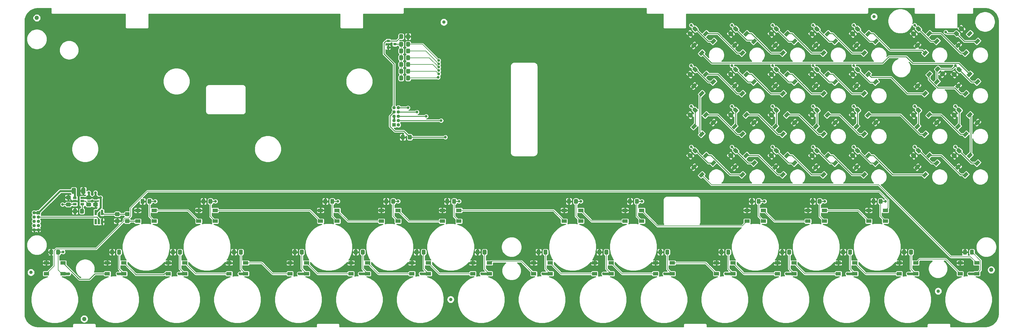
<source format=gbr>
%TF.GenerationSoftware,KiCad,Pcbnew,5.1.6*%
%TF.CreationDate,2020-11-05T20:15:49+01:00*%
%TF.ProjectId,OTTO_AUX_SMD,4f54544f-5f41-4555-985f-534d442e6b69,rev?*%
%TF.SameCoordinates,Original*%
%TF.FileFunction,Copper,L1,Top*%
%TF.FilePolarity,Positive*%
%FSLAX46Y46*%
G04 Gerber Fmt 4.6, Leading zero omitted, Abs format (unit mm)*
G04 Created by KiCad (PCBNEW 5.1.6) date 2020-11-05 20:15:49*
%MOMM*%
%LPD*%
G01*
G04 APERTURE LIST*
%TA.AperFunction,SMDPad,CuDef*%
%ADD10C,0.150000*%
%TD*%
%TA.AperFunction,SMDPad,CuDef*%
%ADD11R,1.500000X1.000000*%
%TD*%
%TA.AperFunction,ComponentPad*%
%ADD12R,1.000000X1.000000*%
%TD*%
%TA.AperFunction,ComponentPad*%
%ADD13O,1.000000X1.000000*%
%TD*%
%TA.AperFunction,SMDPad,CuDef*%
%ADD14R,0.900000X0.800000*%
%TD*%
%TA.AperFunction,SMDPad,CuDef*%
%ADD15R,0.650000X1.560000*%
%TD*%
%TA.AperFunction,SMDPad,CuDef*%
%ADD16R,1.060000X0.650000*%
%TD*%
%TA.AperFunction,ComponentPad*%
%ADD17C,1.300000*%
%TD*%
%TA.AperFunction,SMDPad,CuDef*%
%ADD18C,1.000000*%
%TD*%
%TA.AperFunction,ViaPad*%
%ADD19C,0.800000*%
%TD*%
%TA.AperFunction,Conductor*%
%ADD20C,0.203200*%
%TD*%
%TA.AperFunction,Conductor*%
%ADD21C,0.254000*%
%TD*%
%TA.AperFunction,Conductor*%
%ADD22C,0.600000*%
%TD*%
%TA.AperFunction,Conductor*%
%ADD23C,0.762000*%
%TD*%
G04 APERTURE END LIST*
%TA.AperFunction,SMDPad,CuDef*%
D10*
G36*
X292921441Y-45850924D02*
G01*
X292214335Y-45143818D01*
X293274995Y-44083158D01*
X293982101Y-44790264D01*
X292921441Y-45850924D01*
G37*
%TD.AperFunction*%
%TA.AperFunction,SMDPad,CuDef*%
G36*
X295184182Y-48113665D02*
G01*
X294477076Y-47406559D01*
X295537736Y-46345899D01*
X296244842Y-47053005D01*
X295184182Y-48113665D01*
G37*
%TD.AperFunction*%
%TA.AperFunction,SMDPad,CuDef*%
G36*
X296386264Y-42386101D02*
G01*
X295679158Y-41678995D01*
X296739818Y-40618335D01*
X297446924Y-41325441D01*
X296386264Y-42386101D01*
G37*
%TD.AperFunction*%
%TA.AperFunction,SMDPad,CuDef*%
G36*
X298649005Y-44648842D02*
G01*
X297941899Y-43941736D01*
X299002559Y-42881076D01*
X299709665Y-43588182D01*
X298649005Y-44648842D01*
G37*
%TD.AperFunction*%
%TA.AperFunction,SMDPad,CuDef*%
G36*
X280921441Y-45850924D02*
G01*
X280214335Y-45143818D01*
X281274995Y-44083158D01*
X281982101Y-44790264D01*
X280921441Y-45850924D01*
G37*
%TD.AperFunction*%
%TA.AperFunction,SMDPad,CuDef*%
G36*
X283184182Y-48113665D02*
G01*
X282477076Y-47406559D01*
X283537736Y-46345899D01*
X284244842Y-47053005D01*
X283184182Y-48113665D01*
G37*
%TD.AperFunction*%
%TA.AperFunction,SMDPad,CuDef*%
G36*
X284386264Y-42386101D02*
G01*
X283679158Y-41678995D01*
X284739818Y-40618335D01*
X285446924Y-41325441D01*
X284386264Y-42386101D01*
G37*
%TD.AperFunction*%
%TA.AperFunction,SMDPad,CuDef*%
G36*
X286649005Y-44648842D02*
G01*
X285941899Y-43941736D01*
X287002559Y-42881076D01*
X287709665Y-43588182D01*
X286649005Y-44648842D01*
G37*
%TD.AperFunction*%
D11*
X280650000Y-88486218D03*
X280650000Y-85286218D03*
X275750000Y-88486218D03*
X275750000Y-85286218D03*
%TA.AperFunction,SMDPad,CuDef*%
D10*
G36*
X245002559Y-18881076D02*
G01*
X245709665Y-19588182D01*
X244649005Y-20648842D01*
X243941899Y-19941736D01*
X245002559Y-18881076D01*
G37*
%TD.AperFunction*%
%TA.AperFunction,SMDPad,CuDef*%
G36*
X242739818Y-16618335D02*
G01*
X243446924Y-17325441D01*
X242386264Y-18386101D01*
X241679158Y-17678995D01*
X242739818Y-16618335D01*
G37*
%TD.AperFunction*%
%TA.AperFunction,SMDPad,CuDef*%
G36*
X241537736Y-22345899D02*
G01*
X242244842Y-23053005D01*
X241184182Y-24113665D01*
X240477076Y-23406559D01*
X241537736Y-22345899D01*
G37*
%TD.AperFunction*%
%TA.AperFunction,SMDPad,CuDef*%
G36*
X239274995Y-20083158D02*
G01*
X239982101Y-20790264D01*
X238921441Y-21850924D01*
X238214335Y-21143818D01*
X239274995Y-20083158D01*
G37*
%TD.AperFunction*%
%TA.AperFunction,SMDPad,CuDef*%
G36*
X299002559Y-18881076D02*
G01*
X299709665Y-19588182D01*
X298649005Y-20648842D01*
X297941899Y-19941736D01*
X299002559Y-18881076D01*
G37*
%TD.AperFunction*%
%TA.AperFunction,SMDPad,CuDef*%
G36*
X296739818Y-16618335D02*
G01*
X297446924Y-17325441D01*
X296386264Y-18386101D01*
X295679158Y-17678995D01*
X296739818Y-16618335D01*
G37*
%TD.AperFunction*%
%TA.AperFunction,SMDPad,CuDef*%
G36*
X295537736Y-22345899D02*
G01*
X296244842Y-23053005D01*
X295184182Y-24113665D01*
X294477076Y-23406559D01*
X295537736Y-22345899D01*
G37*
%TD.AperFunction*%
%TA.AperFunction,SMDPad,CuDef*%
G36*
X293274995Y-20083158D02*
G01*
X293982101Y-20790264D01*
X292921441Y-21850924D01*
X292214335Y-21143818D01*
X293274995Y-20083158D01*
G37*
%TD.AperFunction*%
%TA.AperFunction,SMDPad,CuDef*%
G36*
X287002559Y-18881076D02*
G01*
X287709665Y-19588182D01*
X286649005Y-20648842D01*
X285941899Y-19941736D01*
X287002559Y-18881076D01*
G37*
%TD.AperFunction*%
%TA.AperFunction,SMDPad,CuDef*%
G36*
X284739818Y-16618335D02*
G01*
X285446924Y-17325441D01*
X284386264Y-18386101D01*
X283679158Y-17678995D01*
X284739818Y-16618335D01*
G37*
%TD.AperFunction*%
%TA.AperFunction,SMDPad,CuDef*%
G36*
X283537736Y-22345899D02*
G01*
X284244842Y-23053005D01*
X283184182Y-24113665D01*
X282477076Y-23406559D01*
X283537736Y-22345899D01*
G37*
%TD.AperFunction*%
%TA.AperFunction,SMDPad,CuDef*%
G36*
X281274995Y-20083158D02*
G01*
X281982101Y-20790264D01*
X280921441Y-21850924D01*
X280214335Y-21143818D01*
X281274995Y-20083158D01*
G37*
%TD.AperFunction*%
%TA.AperFunction,SMDPad,CuDef*%
G36*
X269002559Y-18881076D02*
G01*
X269709665Y-19588182D01*
X268649005Y-20648842D01*
X267941899Y-19941736D01*
X269002559Y-18881076D01*
G37*
%TD.AperFunction*%
%TA.AperFunction,SMDPad,CuDef*%
G36*
X266739818Y-16618335D02*
G01*
X267446924Y-17325441D01*
X266386264Y-18386101D01*
X265679158Y-17678995D01*
X266739818Y-16618335D01*
G37*
%TD.AperFunction*%
%TA.AperFunction,SMDPad,CuDef*%
G36*
X265537736Y-22345899D02*
G01*
X266244842Y-23053005D01*
X265184182Y-24113665D01*
X264477076Y-23406559D01*
X265537736Y-22345899D01*
G37*
%TD.AperFunction*%
%TA.AperFunction,SMDPad,CuDef*%
G36*
X263274995Y-20083158D02*
G01*
X263982101Y-20790264D01*
X262921441Y-21850924D01*
X262214335Y-21143818D01*
X263274995Y-20083158D01*
G37*
%TD.AperFunction*%
%TA.AperFunction,SMDPad,CuDef*%
G36*
X257002559Y-18881076D02*
G01*
X257709665Y-19588182D01*
X256649005Y-20648842D01*
X255941899Y-19941736D01*
X257002559Y-18881076D01*
G37*
%TD.AperFunction*%
%TA.AperFunction,SMDPad,CuDef*%
G36*
X254739818Y-16618335D02*
G01*
X255446924Y-17325441D01*
X254386264Y-18386101D01*
X253679158Y-17678995D01*
X254739818Y-16618335D01*
G37*
%TD.AperFunction*%
%TA.AperFunction,SMDPad,CuDef*%
G36*
X253537736Y-22345899D02*
G01*
X254244842Y-23053005D01*
X253184182Y-24113665D01*
X252477076Y-23406559D01*
X253537736Y-22345899D01*
G37*
%TD.AperFunction*%
%TA.AperFunction,SMDPad,CuDef*%
G36*
X251274995Y-20083158D02*
G01*
X251982101Y-20790264D01*
X250921441Y-21850924D01*
X250214335Y-21143818D01*
X251274995Y-20083158D01*
G37*
%TD.AperFunction*%
%TA.AperFunction,SMDPad,CuDef*%
G36*
X233002559Y-18881076D02*
G01*
X233709665Y-19588182D01*
X232649005Y-20648842D01*
X231941899Y-19941736D01*
X233002559Y-18881076D01*
G37*
%TD.AperFunction*%
%TA.AperFunction,SMDPad,CuDef*%
G36*
X230739818Y-16618335D02*
G01*
X231446924Y-17325441D01*
X230386264Y-18386101D01*
X229679158Y-17678995D01*
X230739818Y-16618335D01*
G37*
%TD.AperFunction*%
%TA.AperFunction,SMDPad,CuDef*%
G36*
X229537736Y-22345899D02*
G01*
X230244842Y-23053005D01*
X229184182Y-24113665D01*
X228477076Y-23406559D01*
X229537736Y-22345899D01*
G37*
%TD.AperFunction*%
%TA.AperFunction,SMDPad,CuDef*%
G36*
X227274995Y-20083158D02*
G01*
X227982101Y-20790264D01*
X226921441Y-21850924D01*
X226214335Y-21143818D01*
X227274995Y-20083158D01*
G37*
%TD.AperFunction*%
%TA.AperFunction,SMDPad,CuDef*%
G36*
X221002559Y-18881076D02*
G01*
X221709665Y-19588182D01*
X220649005Y-20648842D01*
X219941899Y-19941736D01*
X221002559Y-18881076D01*
G37*
%TD.AperFunction*%
%TA.AperFunction,SMDPad,CuDef*%
G36*
X218739818Y-16618335D02*
G01*
X219446924Y-17325441D01*
X218386264Y-18386101D01*
X217679158Y-17678995D01*
X218739818Y-16618335D01*
G37*
%TD.AperFunction*%
%TA.AperFunction,SMDPad,CuDef*%
G36*
X217537736Y-22345899D02*
G01*
X218244842Y-23053005D01*
X217184182Y-24113665D01*
X216477076Y-23406559D01*
X217537736Y-22345899D01*
G37*
%TD.AperFunction*%
%TA.AperFunction,SMDPad,CuDef*%
G36*
X215274995Y-20083158D02*
G01*
X215982101Y-20790264D01*
X214921441Y-21850924D01*
X214214335Y-21143818D01*
X215274995Y-20083158D01*
G37*
%TD.AperFunction*%
%TA.AperFunction,SMDPad,CuDef*%
G36*
X214921441Y-45850924D02*
G01*
X214214335Y-45143818D01*
X215274995Y-44083158D01*
X215982101Y-44790264D01*
X214921441Y-45850924D01*
G37*
%TD.AperFunction*%
%TA.AperFunction,SMDPad,CuDef*%
G36*
X217184182Y-48113665D02*
G01*
X216477076Y-47406559D01*
X217537736Y-46345899D01*
X218244842Y-47053005D01*
X217184182Y-48113665D01*
G37*
%TD.AperFunction*%
%TA.AperFunction,SMDPad,CuDef*%
G36*
X218386264Y-42386101D02*
G01*
X217679158Y-41678995D01*
X218739818Y-40618335D01*
X219446924Y-41325441D01*
X218386264Y-42386101D01*
G37*
%TD.AperFunction*%
%TA.AperFunction,SMDPad,CuDef*%
G36*
X220649005Y-44648842D02*
G01*
X219941899Y-43941736D01*
X221002559Y-42881076D01*
X221709665Y-43588182D01*
X220649005Y-44648842D01*
G37*
%TD.AperFunction*%
D11*
X298650000Y-88486218D03*
X298650000Y-85286218D03*
X293750000Y-88486218D03*
X293750000Y-85286218D03*
X262650000Y-88486218D03*
X262650000Y-85286218D03*
X257750000Y-88486218D03*
X257750000Y-85286218D03*
X244650000Y-88486218D03*
X244650000Y-85286218D03*
X239750000Y-88486218D03*
X239750000Y-85286218D03*
X226650000Y-88486218D03*
X226650000Y-85286218D03*
X221750000Y-88486218D03*
X221750000Y-85286218D03*
X208650000Y-88486218D03*
X208650000Y-85286218D03*
X203750000Y-88486218D03*
X203750000Y-85286218D03*
X190650000Y-88486218D03*
X190650000Y-85286218D03*
X185750000Y-88486218D03*
X185750000Y-85286218D03*
X172650000Y-88486218D03*
X172650000Y-85286218D03*
X167750000Y-88486218D03*
X167750000Y-85286218D03*
X154650000Y-88486218D03*
X154650000Y-85286218D03*
X149750000Y-88486218D03*
X149750000Y-85286218D03*
X136650000Y-88486218D03*
X136650000Y-85286218D03*
X131750000Y-88486218D03*
X131750000Y-85286218D03*
X118650000Y-88486218D03*
X118650000Y-85286218D03*
X113750000Y-88486218D03*
X113750000Y-85286218D03*
X100650000Y-88486218D03*
X100650000Y-85286218D03*
X95750000Y-88486218D03*
X95750000Y-85286218D03*
X82650000Y-88486218D03*
X82650000Y-85286218D03*
X77750000Y-88486218D03*
X77750000Y-85286218D03*
X64650000Y-88486218D03*
X64650000Y-85286218D03*
X59750000Y-88486218D03*
X59750000Y-85286218D03*
X46650000Y-88486218D03*
X46650000Y-85286218D03*
X41750000Y-88486218D03*
X41750000Y-85286218D03*
X28650000Y-88486218D03*
X28650000Y-85286218D03*
X23750000Y-88486218D03*
X23750000Y-85286218D03*
%TA.AperFunction,SMDPad,CuDef*%
D10*
G36*
X299002559Y-30881076D02*
G01*
X299709665Y-31588182D01*
X298649005Y-32648842D01*
X297941899Y-31941736D01*
X299002559Y-30881076D01*
G37*
%TD.AperFunction*%
%TA.AperFunction,SMDPad,CuDef*%
G36*
X296739818Y-28618335D02*
G01*
X297446924Y-29325441D01*
X296386264Y-30386101D01*
X295679158Y-29678995D01*
X296739818Y-28618335D01*
G37*
%TD.AperFunction*%
%TA.AperFunction,SMDPad,CuDef*%
G36*
X295537736Y-34345899D02*
G01*
X296244842Y-35053005D01*
X295184182Y-36113665D01*
X294477076Y-35406559D01*
X295537736Y-34345899D01*
G37*
%TD.AperFunction*%
%TA.AperFunction,SMDPad,CuDef*%
G36*
X293274995Y-32083158D02*
G01*
X293982101Y-32790264D01*
X292921441Y-33850924D01*
X292214335Y-33143818D01*
X293274995Y-32083158D01*
G37*
%TD.AperFunction*%
%TA.AperFunction,SMDPad,CuDef*%
G36*
X287002559Y-30881076D02*
G01*
X287709665Y-31588182D01*
X286649005Y-32648842D01*
X285941899Y-31941736D01*
X287002559Y-30881076D01*
G37*
%TD.AperFunction*%
%TA.AperFunction,SMDPad,CuDef*%
G36*
X284739818Y-28618335D02*
G01*
X285446924Y-29325441D01*
X284386264Y-30386101D01*
X283679158Y-29678995D01*
X284739818Y-28618335D01*
G37*
%TD.AperFunction*%
%TA.AperFunction,SMDPad,CuDef*%
G36*
X283537736Y-34345899D02*
G01*
X284244842Y-35053005D01*
X283184182Y-36113665D01*
X282477076Y-35406559D01*
X283537736Y-34345899D01*
G37*
%TD.AperFunction*%
%TA.AperFunction,SMDPad,CuDef*%
G36*
X281274995Y-32083158D02*
G01*
X281982101Y-32790264D01*
X280921441Y-33850924D01*
X280214335Y-33143818D01*
X281274995Y-32083158D01*
G37*
%TD.AperFunction*%
%TA.AperFunction,SMDPad,CuDef*%
G36*
X269002559Y-30881076D02*
G01*
X269709665Y-31588182D01*
X268649005Y-32648842D01*
X267941899Y-31941736D01*
X269002559Y-30881076D01*
G37*
%TD.AperFunction*%
%TA.AperFunction,SMDPad,CuDef*%
G36*
X266739818Y-28618335D02*
G01*
X267446924Y-29325441D01*
X266386264Y-30386101D01*
X265679158Y-29678995D01*
X266739818Y-28618335D01*
G37*
%TD.AperFunction*%
%TA.AperFunction,SMDPad,CuDef*%
G36*
X265537736Y-34345899D02*
G01*
X266244842Y-35053005D01*
X265184182Y-36113665D01*
X264477076Y-35406559D01*
X265537736Y-34345899D01*
G37*
%TD.AperFunction*%
%TA.AperFunction,SMDPad,CuDef*%
G36*
X263274995Y-32083158D02*
G01*
X263982101Y-32790264D01*
X262921441Y-33850924D01*
X262214335Y-33143818D01*
X263274995Y-32083158D01*
G37*
%TD.AperFunction*%
%TA.AperFunction,SMDPad,CuDef*%
G36*
X257002559Y-30881076D02*
G01*
X257709665Y-31588182D01*
X256649005Y-32648842D01*
X255941899Y-31941736D01*
X257002559Y-30881076D01*
G37*
%TD.AperFunction*%
%TA.AperFunction,SMDPad,CuDef*%
G36*
X254739818Y-28618335D02*
G01*
X255446924Y-29325441D01*
X254386264Y-30386101D01*
X253679158Y-29678995D01*
X254739818Y-28618335D01*
G37*
%TD.AperFunction*%
%TA.AperFunction,SMDPad,CuDef*%
G36*
X253537736Y-34345899D02*
G01*
X254244842Y-35053005D01*
X253184182Y-36113665D01*
X252477076Y-35406559D01*
X253537736Y-34345899D01*
G37*
%TD.AperFunction*%
%TA.AperFunction,SMDPad,CuDef*%
G36*
X251274995Y-32083158D02*
G01*
X251982101Y-32790264D01*
X250921441Y-33850924D01*
X250214335Y-33143818D01*
X251274995Y-32083158D01*
G37*
%TD.AperFunction*%
%TA.AperFunction,SMDPad,CuDef*%
G36*
X245002559Y-30881076D02*
G01*
X245709665Y-31588182D01*
X244649005Y-32648842D01*
X243941899Y-31941736D01*
X245002559Y-30881076D01*
G37*
%TD.AperFunction*%
%TA.AperFunction,SMDPad,CuDef*%
G36*
X242739818Y-28618335D02*
G01*
X243446924Y-29325441D01*
X242386264Y-30386101D01*
X241679158Y-29678995D01*
X242739818Y-28618335D01*
G37*
%TD.AperFunction*%
%TA.AperFunction,SMDPad,CuDef*%
G36*
X241537736Y-34345899D02*
G01*
X242244842Y-35053005D01*
X241184182Y-36113665D01*
X240477076Y-35406559D01*
X241537736Y-34345899D01*
G37*
%TD.AperFunction*%
%TA.AperFunction,SMDPad,CuDef*%
G36*
X239274995Y-32083158D02*
G01*
X239982101Y-32790264D01*
X238921441Y-33850924D01*
X238214335Y-33143818D01*
X239274995Y-32083158D01*
G37*
%TD.AperFunction*%
%TA.AperFunction,SMDPad,CuDef*%
G36*
X233002559Y-30881076D02*
G01*
X233709665Y-31588182D01*
X232649005Y-32648842D01*
X231941899Y-31941736D01*
X233002559Y-30881076D01*
G37*
%TD.AperFunction*%
%TA.AperFunction,SMDPad,CuDef*%
G36*
X230739818Y-28618335D02*
G01*
X231446924Y-29325441D01*
X230386264Y-30386101D01*
X229679158Y-29678995D01*
X230739818Y-28618335D01*
G37*
%TD.AperFunction*%
%TA.AperFunction,SMDPad,CuDef*%
G36*
X229537736Y-34345899D02*
G01*
X230244842Y-35053005D01*
X229184182Y-36113665D01*
X228477076Y-35406559D01*
X229537736Y-34345899D01*
G37*
%TD.AperFunction*%
%TA.AperFunction,SMDPad,CuDef*%
G36*
X227274995Y-32083158D02*
G01*
X227982101Y-32790264D01*
X226921441Y-33850924D01*
X226214335Y-33143818D01*
X227274995Y-32083158D01*
G37*
%TD.AperFunction*%
%TA.AperFunction,SMDPad,CuDef*%
G36*
X221002559Y-30881076D02*
G01*
X221709665Y-31588182D01*
X220649005Y-32648842D01*
X219941899Y-31941736D01*
X221002559Y-30881076D01*
G37*
%TD.AperFunction*%
%TA.AperFunction,SMDPad,CuDef*%
G36*
X218739818Y-28618335D02*
G01*
X219446924Y-29325441D01*
X218386264Y-30386101D01*
X217679158Y-29678995D01*
X218739818Y-28618335D01*
G37*
%TD.AperFunction*%
%TA.AperFunction,SMDPad,CuDef*%
G36*
X217537736Y-34345899D02*
G01*
X218244842Y-35053005D01*
X217184182Y-36113665D01*
X216477076Y-35406559D01*
X217537736Y-34345899D01*
G37*
%TD.AperFunction*%
%TA.AperFunction,SMDPad,CuDef*%
G36*
X215274995Y-32083158D02*
G01*
X215982101Y-32790264D01*
X214921441Y-33850924D01*
X214214335Y-33143818D01*
X215274995Y-32083158D01*
G37*
%TD.AperFunction*%
%TA.AperFunction,SMDPad,CuDef*%
G36*
X262921441Y-45850924D02*
G01*
X262214335Y-45143818D01*
X263274995Y-44083158D01*
X263982101Y-44790264D01*
X262921441Y-45850924D01*
G37*
%TD.AperFunction*%
%TA.AperFunction,SMDPad,CuDef*%
G36*
X265184182Y-48113665D02*
G01*
X264477076Y-47406559D01*
X265537736Y-46345899D01*
X266244842Y-47053005D01*
X265184182Y-48113665D01*
G37*
%TD.AperFunction*%
%TA.AperFunction,SMDPad,CuDef*%
G36*
X266386264Y-42386101D02*
G01*
X265679158Y-41678995D01*
X266739818Y-40618335D01*
X267446924Y-41325441D01*
X266386264Y-42386101D01*
G37*
%TD.AperFunction*%
%TA.AperFunction,SMDPad,CuDef*%
G36*
X268649005Y-44648842D02*
G01*
X267941899Y-43941736D01*
X269002559Y-42881076D01*
X269709665Y-43588182D01*
X268649005Y-44648842D01*
G37*
%TD.AperFunction*%
%TA.AperFunction,SMDPad,CuDef*%
G36*
X250921441Y-45850924D02*
G01*
X250214335Y-45143818D01*
X251274995Y-44083158D01*
X251982101Y-44790264D01*
X250921441Y-45850924D01*
G37*
%TD.AperFunction*%
%TA.AperFunction,SMDPad,CuDef*%
G36*
X253184182Y-48113665D02*
G01*
X252477076Y-47406559D01*
X253537736Y-46345899D01*
X254244842Y-47053005D01*
X253184182Y-48113665D01*
G37*
%TD.AperFunction*%
%TA.AperFunction,SMDPad,CuDef*%
G36*
X254386264Y-42386101D02*
G01*
X253679158Y-41678995D01*
X254739818Y-40618335D01*
X255446924Y-41325441D01*
X254386264Y-42386101D01*
G37*
%TD.AperFunction*%
%TA.AperFunction,SMDPad,CuDef*%
G36*
X256649005Y-44648842D02*
G01*
X255941899Y-43941736D01*
X257002559Y-42881076D01*
X257709665Y-43588182D01*
X256649005Y-44648842D01*
G37*
%TD.AperFunction*%
%TA.AperFunction,SMDPad,CuDef*%
G36*
X238921441Y-45850924D02*
G01*
X238214335Y-45143818D01*
X239274995Y-44083158D01*
X239982101Y-44790264D01*
X238921441Y-45850924D01*
G37*
%TD.AperFunction*%
%TA.AperFunction,SMDPad,CuDef*%
G36*
X241184182Y-48113665D02*
G01*
X240477076Y-47406559D01*
X241537736Y-46345899D01*
X242244842Y-47053005D01*
X241184182Y-48113665D01*
G37*
%TD.AperFunction*%
%TA.AperFunction,SMDPad,CuDef*%
G36*
X242386264Y-42386101D02*
G01*
X241679158Y-41678995D01*
X242739818Y-40618335D01*
X243446924Y-41325441D01*
X242386264Y-42386101D01*
G37*
%TD.AperFunction*%
%TA.AperFunction,SMDPad,CuDef*%
G36*
X244649005Y-44648842D02*
G01*
X243941899Y-43941736D01*
X245002559Y-42881076D01*
X245709665Y-43588182D01*
X244649005Y-44648842D01*
G37*
%TD.AperFunction*%
%TA.AperFunction,SMDPad,CuDef*%
G36*
X226921441Y-45850924D02*
G01*
X226214335Y-45143818D01*
X227274995Y-44083158D01*
X227982101Y-44790264D01*
X226921441Y-45850924D01*
G37*
%TD.AperFunction*%
%TA.AperFunction,SMDPad,CuDef*%
G36*
X229184182Y-48113665D02*
G01*
X228477076Y-47406559D01*
X229537736Y-46345899D01*
X230244842Y-47053005D01*
X229184182Y-48113665D01*
G37*
%TD.AperFunction*%
%TA.AperFunction,SMDPad,CuDef*%
G36*
X230386264Y-42386101D02*
G01*
X229679158Y-41678995D01*
X230739818Y-40618335D01*
X231446924Y-41325441D01*
X230386264Y-42386101D01*
G37*
%TD.AperFunction*%
%TA.AperFunction,SMDPad,CuDef*%
G36*
X232649005Y-44648842D02*
G01*
X231941899Y-43941736D01*
X233002559Y-42881076D01*
X233709665Y-43588182D01*
X232649005Y-44648842D01*
G37*
%TD.AperFunction*%
%TA.AperFunction,SMDPad,CuDef*%
G36*
X299002559Y-54881076D02*
G01*
X299709665Y-55588182D01*
X298649005Y-56648842D01*
X297941899Y-55941736D01*
X299002559Y-54881076D01*
G37*
%TD.AperFunction*%
%TA.AperFunction,SMDPad,CuDef*%
G36*
X296739818Y-52618335D02*
G01*
X297446924Y-53325441D01*
X296386264Y-54386101D01*
X295679158Y-53678995D01*
X296739818Y-52618335D01*
G37*
%TD.AperFunction*%
%TA.AperFunction,SMDPad,CuDef*%
G36*
X295537736Y-58345899D02*
G01*
X296244842Y-59053005D01*
X295184182Y-60113665D01*
X294477076Y-59406559D01*
X295537736Y-58345899D01*
G37*
%TD.AperFunction*%
%TA.AperFunction,SMDPad,CuDef*%
G36*
X293274995Y-56083158D02*
G01*
X293982101Y-56790264D01*
X292921441Y-57850924D01*
X292214335Y-57143818D01*
X293274995Y-56083158D01*
G37*
%TD.AperFunction*%
%TA.AperFunction,SMDPad,CuDef*%
G36*
X287002559Y-54881076D02*
G01*
X287709665Y-55588182D01*
X286649005Y-56648842D01*
X285941899Y-55941736D01*
X287002559Y-54881076D01*
G37*
%TD.AperFunction*%
%TA.AperFunction,SMDPad,CuDef*%
G36*
X284739818Y-52618335D02*
G01*
X285446924Y-53325441D01*
X284386264Y-54386101D01*
X283679158Y-53678995D01*
X284739818Y-52618335D01*
G37*
%TD.AperFunction*%
%TA.AperFunction,SMDPad,CuDef*%
G36*
X283537736Y-58345899D02*
G01*
X284244842Y-59053005D01*
X283184182Y-60113665D01*
X282477076Y-59406559D01*
X283537736Y-58345899D01*
G37*
%TD.AperFunction*%
%TA.AperFunction,SMDPad,CuDef*%
G36*
X281274995Y-56083158D02*
G01*
X281982101Y-56790264D01*
X280921441Y-57850924D01*
X280214335Y-57143818D01*
X281274995Y-56083158D01*
G37*
%TD.AperFunction*%
%TA.AperFunction,SMDPad,CuDef*%
G36*
X269002559Y-54881076D02*
G01*
X269709665Y-55588182D01*
X268649005Y-56648842D01*
X267941899Y-55941736D01*
X269002559Y-54881076D01*
G37*
%TD.AperFunction*%
%TA.AperFunction,SMDPad,CuDef*%
G36*
X266739818Y-52618335D02*
G01*
X267446924Y-53325441D01*
X266386264Y-54386101D01*
X265679158Y-53678995D01*
X266739818Y-52618335D01*
G37*
%TD.AperFunction*%
%TA.AperFunction,SMDPad,CuDef*%
G36*
X265537736Y-58345899D02*
G01*
X266244842Y-59053005D01*
X265184182Y-60113665D01*
X264477076Y-59406559D01*
X265537736Y-58345899D01*
G37*
%TD.AperFunction*%
%TA.AperFunction,SMDPad,CuDef*%
G36*
X263274995Y-56083158D02*
G01*
X263982101Y-56790264D01*
X262921441Y-57850924D01*
X262214335Y-57143818D01*
X263274995Y-56083158D01*
G37*
%TD.AperFunction*%
%TA.AperFunction,SMDPad,CuDef*%
G36*
X257002559Y-54881076D02*
G01*
X257709665Y-55588182D01*
X256649005Y-56648842D01*
X255941899Y-55941736D01*
X257002559Y-54881076D01*
G37*
%TD.AperFunction*%
%TA.AperFunction,SMDPad,CuDef*%
G36*
X254739818Y-52618335D02*
G01*
X255446924Y-53325441D01*
X254386264Y-54386101D01*
X253679158Y-53678995D01*
X254739818Y-52618335D01*
G37*
%TD.AperFunction*%
%TA.AperFunction,SMDPad,CuDef*%
G36*
X253537736Y-58345899D02*
G01*
X254244842Y-59053005D01*
X253184182Y-60113665D01*
X252477076Y-59406559D01*
X253537736Y-58345899D01*
G37*
%TD.AperFunction*%
%TA.AperFunction,SMDPad,CuDef*%
G36*
X251274995Y-56083158D02*
G01*
X251982101Y-56790264D01*
X250921441Y-57850924D01*
X250214335Y-57143818D01*
X251274995Y-56083158D01*
G37*
%TD.AperFunction*%
%TA.AperFunction,SMDPad,CuDef*%
G36*
X245002559Y-54881076D02*
G01*
X245709665Y-55588182D01*
X244649005Y-56648842D01*
X243941899Y-55941736D01*
X245002559Y-54881076D01*
G37*
%TD.AperFunction*%
%TA.AperFunction,SMDPad,CuDef*%
G36*
X242739818Y-52618335D02*
G01*
X243446924Y-53325441D01*
X242386264Y-54386101D01*
X241679158Y-53678995D01*
X242739818Y-52618335D01*
G37*
%TD.AperFunction*%
%TA.AperFunction,SMDPad,CuDef*%
G36*
X241537736Y-58345899D02*
G01*
X242244842Y-59053005D01*
X241184182Y-60113665D01*
X240477076Y-59406559D01*
X241537736Y-58345899D01*
G37*
%TD.AperFunction*%
%TA.AperFunction,SMDPad,CuDef*%
G36*
X239274995Y-56083158D02*
G01*
X239982101Y-56790264D01*
X238921441Y-57850924D01*
X238214335Y-57143818D01*
X239274995Y-56083158D01*
G37*
%TD.AperFunction*%
%TA.AperFunction,SMDPad,CuDef*%
G36*
X233002559Y-54881076D02*
G01*
X233709665Y-55588182D01*
X232649005Y-56648842D01*
X231941899Y-55941736D01*
X233002559Y-54881076D01*
G37*
%TD.AperFunction*%
%TA.AperFunction,SMDPad,CuDef*%
G36*
X230739818Y-52618335D02*
G01*
X231446924Y-53325441D01*
X230386264Y-54386101D01*
X229679158Y-53678995D01*
X230739818Y-52618335D01*
G37*
%TD.AperFunction*%
%TA.AperFunction,SMDPad,CuDef*%
G36*
X229537736Y-58345899D02*
G01*
X230244842Y-59053005D01*
X229184182Y-60113665D01*
X228477076Y-59406559D01*
X229537736Y-58345899D01*
G37*
%TD.AperFunction*%
%TA.AperFunction,SMDPad,CuDef*%
G36*
X227274995Y-56083158D02*
G01*
X227982101Y-56790264D01*
X226921441Y-57850924D01*
X226214335Y-57143818D01*
X227274995Y-56083158D01*
G37*
%TD.AperFunction*%
%TA.AperFunction,SMDPad,CuDef*%
G36*
X221002559Y-54881076D02*
G01*
X221709665Y-55588182D01*
X220649005Y-56648842D01*
X219941899Y-55941736D01*
X221002559Y-54881076D01*
G37*
%TD.AperFunction*%
%TA.AperFunction,SMDPad,CuDef*%
G36*
X218739818Y-52618335D02*
G01*
X219446924Y-53325441D01*
X218386264Y-54386101D01*
X217679158Y-53678995D01*
X218739818Y-52618335D01*
G37*
%TD.AperFunction*%
%TA.AperFunction,SMDPad,CuDef*%
G36*
X217537736Y-58345899D02*
G01*
X218244842Y-59053005D01*
X217184182Y-60113665D01*
X216477076Y-59406559D01*
X217537736Y-58345899D01*
G37*
%TD.AperFunction*%
%TA.AperFunction,SMDPad,CuDef*%
G36*
X215274995Y-56083158D02*
G01*
X215982101Y-56790264D01*
X214921441Y-57850924D01*
X214214335Y-57143818D01*
X215274995Y-56083158D01*
G37*
%TD.AperFunction*%
D11*
X271650000Y-72950000D03*
X271650000Y-69750000D03*
X266750000Y-72950000D03*
X266750000Y-69750000D03*
X253650000Y-72950000D03*
X253650000Y-69750000D03*
X248750000Y-72950000D03*
X248750000Y-69750000D03*
X235650000Y-72950000D03*
X235650000Y-69750000D03*
X230750000Y-72950000D03*
X230750000Y-69750000D03*
X199650000Y-72950000D03*
X199650000Y-69750000D03*
X194750000Y-72950000D03*
X194750000Y-69750000D03*
X181650000Y-72950000D03*
X181650000Y-69750000D03*
X176750000Y-72950000D03*
X176750000Y-69750000D03*
X145650000Y-72950000D03*
X145650000Y-69750000D03*
X140750000Y-72950000D03*
X140750000Y-69750000D03*
X127650000Y-72950000D03*
X127650000Y-69750000D03*
X122750000Y-72950000D03*
X122750000Y-69750000D03*
X109650000Y-72950000D03*
X109650000Y-69750000D03*
X104750000Y-72950000D03*
X104750000Y-69750000D03*
X73650000Y-72950000D03*
X73650000Y-69750000D03*
X68750000Y-72950000D03*
X68750000Y-69750000D03*
X55650000Y-72950000D03*
X55650000Y-69750000D03*
X50750000Y-72950000D03*
X50750000Y-69750000D03*
D12*
X126482400Y-44515200D03*
D13*
X127752400Y-44515200D03*
X126482400Y-43245200D03*
X127752400Y-43245200D03*
X126482400Y-41975200D03*
X127752400Y-41975200D03*
X126482400Y-40705200D03*
X127752400Y-40705200D03*
X126482400Y-39435200D03*
X127752400Y-39435200D03*
D14*
X126751041Y-20625000D03*
X124751041Y-21575000D03*
X124751041Y-19675000D03*
D15*
X38320000Y-70400000D03*
X40220000Y-70400000D03*
X40220000Y-73100000D03*
X39270000Y-73100000D03*
X38320000Y-73100000D03*
%TA.AperFunction,SMDPad,CuDef*%
G36*
G01*
X262063604Y-28849999D02*
X262700001Y-29486396D01*
G75*
G02*
X262700001Y-29839948I-176776J-176776D01*
G01*
X262240380Y-30299569D01*
G75*
G02*
X261886828Y-30299569I-176776J176776D01*
G01*
X261250431Y-29663172D01*
G75*
G02*
X261250431Y-29309620I176776J176776D01*
G01*
X261710052Y-28849999D01*
G75*
G02*
X262063604Y-28849999I176776J-176776D01*
G01*
G37*
%TD.AperFunction*%
%TA.AperFunction,SMDPad,CuDef*%
G36*
G01*
X263513172Y-27400431D02*
X264149569Y-28036828D01*
G75*
G02*
X264149569Y-28390380I-176776J-176776D01*
G01*
X263689948Y-28850001D01*
G75*
G02*
X263336396Y-28850001I-176776J176776D01*
G01*
X262699999Y-28213604D01*
G75*
G02*
X262699999Y-27860052I176776J176776D01*
G01*
X263159620Y-27400431D01*
G75*
G02*
X263513172Y-27400431I176776J-176776D01*
G01*
G37*
%TD.AperFunction*%
%TA.AperFunction,SMDPad,CuDef*%
G36*
G01*
X129151041Y-17924999D02*
X129151041Y-18825001D01*
G75*
G02*
X128901042Y-19075000I-249999J0D01*
G01*
X128251040Y-19075000D01*
G75*
G02*
X128001041Y-18825001I0J249999D01*
G01*
X128001041Y-17924999D01*
G75*
G02*
X128251040Y-17675000I249999J0D01*
G01*
X128901042Y-17675000D01*
G75*
G02*
X129151041Y-17924999I0J-249999D01*
G01*
G37*
%TD.AperFunction*%
%TA.AperFunction,SMDPad,CuDef*%
G36*
G01*
X131201041Y-17924999D02*
X131201041Y-18825001D01*
G75*
G02*
X130951042Y-19075000I-249999J0D01*
G01*
X130301040Y-19075000D01*
G75*
G02*
X130051041Y-18825001I0J249999D01*
G01*
X130051041Y-17924999D01*
G75*
G02*
X130301040Y-17675000I249999J0D01*
G01*
X130951042Y-17675000D01*
G75*
G02*
X131201041Y-17924999I0J-249999D01*
G01*
G37*
%TD.AperFunction*%
%TA.AperFunction,SMDPad,CuDef*%
G36*
G01*
X129150000Y-22174999D02*
X129150000Y-23075001D01*
G75*
G02*
X128900001Y-23325000I-249999J0D01*
G01*
X128249999Y-23325000D01*
G75*
G02*
X128000000Y-23075001I0J249999D01*
G01*
X128000000Y-22174999D01*
G75*
G02*
X128249999Y-21925000I249999J0D01*
G01*
X128900001Y-21925000D01*
G75*
G02*
X129150000Y-22174999I0J-249999D01*
G01*
G37*
%TD.AperFunction*%
%TA.AperFunction,SMDPad,CuDef*%
G36*
G01*
X131200000Y-22174999D02*
X131200000Y-23075001D01*
G75*
G02*
X130950001Y-23325000I-249999J0D01*
G01*
X130299999Y-23325000D01*
G75*
G02*
X130050000Y-23075001I0J249999D01*
G01*
X130050000Y-22174999D01*
G75*
G02*
X130299999Y-21925000I249999J0D01*
G01*
X130950001Y-21925000D01*
G75*
G02*
X131200000Y-22174999I0J-249999D01*
G01*
G37*
%TD.AperFunction*%
%TA.AperFunction,SMDPad,CuDef*%
G36*
G01*
X129150000Y-24174999D02*
X129150000Y-25075001D01*
G75*
G02*
X128900001Y-25325000I-249999J0D01*
G01*
X128249999Y-25325000D01*
G75*
G02*
X128000000Y-25075001I0J249999D01*
G01*
X128000000Y-24174999D01*
G75*
G02*
X128249999Y-23925000I249999J0D01*
G01*
X128900001Y-23925000D01*
G75*
G02*
X129150000Y-24174999I0J-249999D01*
G01*
G37*
%TD.AperFunction*%
%TA.AperFunction,SMDPad,CuDef*%
G36*
G01*
X131200000Y-24174999D02*
X131200000Y-25075001D01*
G75*
G02*
X130950001Y-25325000I-249999J0D01*
G01*
X130299999Y-25325000D01*
G75*
G02*
X130050000Y-25075001I0J249999D01*
G01*
X130050000Y-24174999D01*
G75*
G02*
X130299999Y-23925000I249999J0D01*
G01*
X130950001Y-23925000D01*
G75*
G02*
X131200000Y-24174999I0J-249999D01*
G01*
G37*
%TD.AperFunction*%
%TA.AperFunction,SMDPad,CuDef*%
G36*
G01*
X129150000Y-26174999D02*
X129150000Y-27075001D01*
G75*
G02*
X128900001Y-27325000I-249999J0D01*
G01*
X128249999Y-27325000D01*
G75*
G02*
X128000000Y-27075001I0J249999D01*
G01*
X128000000Y-26174999D01*
G75*
G02*
X128249999Y-25925000I249999J0D01*
G01*
X128900001Y-25925000D01*
G75*
G02*
X129150000Y-26174999I0J-249999D01*
G01*
G37*
%TD.AperFunction*%
%TA.AperFunction,SMDPad,CuDef*%
G36*
G01*
X131200000Y-26174999D02*
X131200000Y-27075001D01*
G75*
G02*
X130950001Y-27325000I-249999J0D01*
G01*
X130299999Y-27325000D01*
G75*
G02*
X130050000Y-27075001I0J249999D01*
G01*
X130050000Y-26174999D01*
G75*
G02*
X130299999Y-25925000I249999J0D01*
G01*
X130950001Y-25925000D01*
G75*
G02*
X131200000Y-26174999I0J-249999D01*
G01*
G37*
%TD.AperFunction*%
%TA.AperFunction,SMDPad,CuDef*%
G36*
G01*
X129176041Y-28174999D02*
X129176041Y-29075001D01*
G75*
G02*
X128926042Y-29325000I-249999J0D01*
G01*
X128276040Y-29325000D01*
G75*
G02*
X128026041Y-29075001I0J249999D01*
G01*
X128026041Y-28174999D01*
G75*
G02*
X128276040Y-27925000I249999J0D01*
G01*
X128926042Y-27925000D01*
G75*
G02*
X129176041Y-28174999I0J-249999D01*
G01*
G37*
%TD.AperFunction*%
%TA.AperFunction,SMDPad,CuDef*%
G36*
G01*
X131226041Y-28174999D02*
X131226041Y-29075001D01*
G75*
G02*
X130976042Y-29325000I-249999J0D01*
G01*
X130326040Y-29325000D01*
G75*
G02*
X130076041Y-29075001I0J249999D01*
G01*
X130076041Y-28174999D01*
G75*
G02*
X130326040Y-27925000I249999J0D01*
G01*
X130976042Y-27925000D01*
G75*
G02*
X131226041Y-28174999I0J-249999D01*
G01*
G37*
%TD.AperFunction*%
%TA.AperFunction,SMDPad,CuDef*%
G36*
G01*
X129150000Y-30174999D02*
X129150000Y-31075001D01*
G75*
G02*
X128900001Y-31325000I-249999J0D01*
G01*
X128249999Y-31325000D01*
G75*
G02*
X128000000Y-31075001I0J249999D01*
G01*
X128000000Y-30174999D01*
G75*
G02*
X128249999Y-29925000I249999J0D01*
G01*
X128900001Y-29925000D01*
G75*
G02*
X129150000Y-30174999I0J-249999D01*
G01*
G37*
%TD.AperFunction*%
%TA.AperFunction,SMDPad,CuDef*%
G36*
G01*
X131200000Y-30174999D02*
X131200000Y-31075001D01*
G75*
G02*
X130950001Y-31325000I-249999J0D01*
G01*
X130299999Y-31325000D01*
G75*
G02*
X130050000Y-31075001I0J249999D01*
G01*
X130050000Y-30174999D01*
G75*
G02*
X130299999Y-29925000I249999J0D01*
G01*
X130950001Y-29925000D01*
G75*
G02*
X131200000Y-30174999I0J-249999D01*
G01*
G37*
%TD.AperFunction*%
D12*
X21410000Y-70460000D03*
D13*
X20140000Y-70460000D03*
X21410000Y-71730000D03*
X20140000Y-71730000D03*
X21410000Y-73000000D03*
X20140000Y-73000000D03*
X21410000Y-74270000D03*
X20140000Y-74270000D03*
X21410000Y-75540000D03*
X20140000Y-75540000D03*
D16*
X32170000Y-66050000D03*
X32170000Y-67000000D03*
X32170000Y-67950000D03*
X34370000Y-67950000D03*
X34370000Y-66050000D03*
X34370000Y-67000000D03*
%TA.AperFunction,SMDPad,CuDef*%
G36*
G01*
X35819999Y-67450000D02*
X36720001Y-67450000D01*
G75*
G02*
X36970000Y-67699999I0J-249999D01*
G01*
X36970000Y-68350001D01*
G75*
G02*
X36720001Y-68600000I-249999J0D01*
G01*
X35819999Y-68600000D01*
G75*
G02*
X35570000Y-68350001I0J249999D01*
G01*
X35570000Y-67699999D01*
G75*
G02*
X35819999Y-67450000I249999J0D01*
G01*
G37*
%TD.AperFunction*%
%TA.AperFunction,SMDPad,CuDef*%
G36*
G01*
X35819999Y-65400000D02*
X36720001Y-65400000D01*
G75*
G02*
X36970000Y-65649999I0J-249999D01*
G01*
X36970000Y-66300001D01*
G75*
G02*
X36720001Y-66550000I-249999J0D01*
G01*
X35819999Y-66550000D01*
G75*
G02*
X35570000Y-66300001I0J249999D01*
G01*
X35570000Y-65649999D01*
G75*
G02*
X35819999Y-65400000I249999J0D01*
G01*
G37*
%TD.AperFunction*%
%TA.AperFunction,SMDPad,CuDef*%
G36*
G01*
X30720001Y-66550000D02*
X29819999Y-66550000D01*
G75*
G02*
X29570000Y-66300001I0J249999D01*
G01*
X29570000Y-65649999D01*
G75*
G02*
X29819999Y-65400000I249999J0D01*
G01*
X30720001Y-65400000D01*
G75*
G02*
X30970000Y-65649999I0J-249999D01*
G01*
X30970000Y-66300001D01*
G75*
G02*
X30720001Y-66550000I-249999J0D01*
G01*
G37*
%TD.AperFunction*%
%TA.AperFunction,SMDPad,CuDef*%
G36*
G01*
X30720001Y-68600000D02*
X29819999Y-68600000D01*
G75*
G02*
X29570000Y-68350001I0J249999D01*
G01*
X29570000Y-67699999D01*
G75*
G02*
X29819999Y-67450000I249999J0D01*
G01*
X30720001Y-67450000D01*
G75*
G02*
X30970000Y-67699999I0J-249999D01*
G01*
X30970000Y-68350001D01*
G75*
G02*
X30720001Y-68600000I-249999J0D01*
G01*
G37*
%TD.AperFunction*%
%TA.AperFunction,SMDPad,CuDef*%
G36*
G01*
X129150000Y-20174999D02*
X129150000Y-21075001D01*
G75*
G02*
X128900001Y-21325000I-249999J0D01*
G01*
X128249999Y-21325000D01*
G75*
G02*
X128000000Y-21075001I0J249999D01*
G01*
X128000000Y-20174999D01*
G75*
G02*
X128249999Y-19925000I249999J0D01*
G01*
X128900001Y-19925000D01*
G75*
G02*
X129150000Y-20174999I0J-249999D01*
G01*
G37*
%TD.AperFunction*%
%TA.AperFunction,SMDPad,CuDef*%
G36*
G01*
X131200000Y-20174999D02*
X131200000Y-21075001D01*
G75*
G02*
X130950001Y-21325000I-249999J0D01*
G01*
X130299999Y-21325000D01*
G75*
G02*
X130050000Y-21075001I0J249999D01*
G01*
X130050000Y-20174999D01*
G75*
G02*
X130299999Y-19925000I249999J0D01*
G01*
X130950001Y-19925000D01*
G75*
G02*
X131200000Y-20174999I0J-249999D01*
G01*
G37*
%TD.AperFunction*%
%TA.AperFunction,SMDPad,CuDef*%
G36*
G01*
X32795000Y-69549999D02*
X32795000Y-70450001D01*
G75*
G02*
X32545001Y-70700000I-249999J0D01*
G01*
X31894999Y-70700000D01*
G75*
G02*
X31645000Y-70450001I0J249999D01*
G01*
X31645000Y-69549999D01*
G75*
G02*
X31894999Y-69300000I249999J0D01*
G01*
X32545001Y-69300000D01*
G75*
G02*
X32795000Y-69549999I0J-249999D01*
G01*
G37*
%TD.AperFunction*%
%TA.AperFunction,SMDPad,CuDef*%
G36*
G01*
X34845000Y-69549999D02*
X34845000Y-70450001D01*
G75*
G02*
X34595001Y-70700000I-249999J0D01*
G01*
X33944999Y-70700000D01*
G75*
G02*
X33695000Y-70450001I0J249999D01*
G01*
X33695000Y-69549999D01*
G75*
G02*
X33944999Y-69300000I249999J0D01*
G01*
X34595001Y-69300000D01*
G75*
G02*
X34845000Y-69549999I0J-249999D01*
G01*
G37*
%TD.AperFunction*%
%TA.AperFunction,SMDPad,CuDef*%
G36*
G01*
X34045000Y-64625000D02*
X34045000Y-63375000D01*
G75*
G02*
X34295000Y-63125000I250000J0D01*
G01*
X35045000Y-63125000D01*
G75*
G02*
X35295000Y-63375000I0J-250000D01*
G01*
X35295000Y-64625000D01*
G75*
G02*
X35045000Y-64875000I-250000J0D01*
G01*
X34295000Y-64875000D01*
G75*
G02*
X34045000Y-64625000I0J250000D01*
G01*
G37*
%TD.AperFunction*%
%TA.AperFunction,SMDPad,CuDef*%
G36*
G01*
X31245000Y-64625000D02*
X31245000Y-63375000D01*
G75*
G02*
X31495000Y-63125000I250000J0D01*
G01*
X32245000Y-63125000D01*
G75*
G02*
X32495000Y-63375000I0J-250000D01*
G01*
X32495000Y-64625000D01*
G75*
G02*
X32245000Y-64875000I-250000J0D01*
G01*
X31495000Y-64875000D01*
G75*
G02*
X31245000Y-64625000I0J250000D01*
G01*
G37*
%TD.AperFunction*%
%TA.AperFunction,SMDPad,CuDef*%
G36*
G01*
X25750000Y-81649999D02*
X25750000Y-82550001D01*
G75*
G02*
X25500001Y-82800000I-249999J0D01*
G01*
X24849999Y-82800000D01*
G75*
G02*
X24600000Y-82550001I0J249999D01*
G01*
X24600000Y-81649999D01*
G75*
G02*
X24849999Y-81400000I249999J0D01*
G01*
X25500001Y-81400000D01*
G75*
G02*
X25750000Y-81649999I0J-249999D01*
G01*
G37*
%TD.AperFunction*%
%TA.AperFunction,SMDPad,CuDef*%
G36*
G01*
X27800000Y-81649999D02*
X27800000Y-82550001D01*
G75*
G02*
X27550001Y-82800000I-249999J0D01*
G01*
X26899999Y-82800000D01*
G75*
G02*
X26650000Y-82550001I0J249999D01*
G01*
X26650000Y-81649999D01*
G75*
G02*
X26899999Y-81400000I249999J0D01*
G01*
X27550001Y-81400000D01*
G75*
G02*
X27800000Y-81649999I0J-249999D01*
G01*
G37*
%TD.AperFunction*%
%TA.AperFunction,SMDPad,CuDef*%
G36*
G01*
X37819999Y-67450000D02*
X38720001Y-67450000D01*
G75*
G02*
X38970000Y-67699999I0J-249999D01*
G01*
X38970000Y-68350001D01*
G75*
G02*
X38720001Y-68600000I-249999J0D01*
G01*
X37819999Y-68600000D01*
G75*
G02*
X37570000Y-68350001I0J249999D01*
G01*
X37570000Y-67699999D01*
G75*
G02*
X37819999Y-67450000I249999J0D01*
G01*
G37*
%TD.AperFunction*%
%TA.AperFunction,SMDPad,CuDef*%
G36*
G01*
X37819999Y-65400000D02*
X38720001Y-65400000D01*
G75*
G02*
X38970000Y-65649999I0J-249999D01*
G01*
X38970000Y-66300001D01*
G75*
G02*
X38720001Y-66550000I-249999J0D01*
G01*
X37819999Y-66550000D01*
G75*
G02*
X37570000Y-66300001I0J249999D01*
G01*
X37570000Y-65649999D01*
G75*
G02*
X37819999Y-65400000I249999J0D01*
G01*
G37*
%TD.AperFunction*%
%TA.AperFunction,SMDPad,CuDef*%
G36*
G01*
X48106801Y-71445600D02*
X47206799Y-71445600D01*
G75*
G02*
X46956800Y-71195601I0J249999D01*
G01*
X46956800Y-70545599D01*
G75*
G02*
X47206799Y-70295600I249999J0D01*
G01*
X48106801Y-70295600D01*
G75*
G02*
X48356800Y-70545599I0J-249999D01*
G01*
X48356800Y-71195601D01*
G75*
G02*
X48106801Y-71445600I-249999J0D01*
G01*
G37*
%TD.AperFunction*%
%TA.AperFunction,SMDPad,CuDef*%
G36*
G01*
X48106801Y-73495600D02*
X47206799Y-73495600D01*
G75*
G02*
X46956800Y-73245601I0J249999D01*
G01*
X46956800Y-72595599D01*
G75*
G02*
X47206799Y-72345600I249999J0D01*
G01*
X48106801Y-72345600D01*
G75*
G02*
X48356800Y-72595599I0J-249999D01*
G01*
X48356800Y-73245601D01*
G75*
G02*
X48106801Y-73495600I-249999J0D01*
G01*
G37*
%TD.AperFunction*%
%TA.AperFunction,SMDPad,CuDef*%
G36*
G01*
X44249999Y-72345600D02*
X45150001Y-72345600D01*
G75*
G02*
X45400000Y-72595599I0J-249999D01*
G01*
X45400000Y-73245601D01*
G75*
G02*
X45150001Y-73495600I-249999J0D01*
G01*
X44249999Y-73495600D01*
G75*
G02*
X44000000Y-73245601I0J249999D01*
G01*
X44000000Y-72595599D01*
G75*
G02*
X44249999Y-72345600I249999J0D01*
G01*
G37*
%TD.AperFunction*%
%TA.AperFunction,SMDPad,CuDef*%
G36*
G01*
X44249999Y-70295600D02*
X45150001Y-70295600D01*
G75*
G02*
X45400000Y-70545599I0J-249999D01*
G01*
X45400000Y-71195601D01*
G75*
G02*
X45150001Y-71445600I-249999J0D01*
G01*
X44249999Y-71445600D01*
G75*
G02*
X44000000Y-71195601I0J249999D01*
G01*
X44000000Y-70545599D01*
G75*
G02*
X44249999Y-70295600I249999J0D01*
G01*
G37*
%TD.AperFunction*%
%TA.AperFunction,SMDPad,CuDef*%
G36*
G01*
X294031180Y-16775217D02*
X293394783Y-16138820D01*
G75*
G02*
X293394783Y-15785268I176776J176776D01*
G01*
X293854404Y-15325647D01*
G75*
G02*
X294207956Y-15325647I176776J-176776D01*
G01*
X294844353Y-15962044D01*
G75*
G02*
X294844353Y-16315596I-176776J-176776D01*
G01*
X294384732Y-16775217D01*
G75*
G02*
X294031180Y-16775217I-176776J176776D01*
G01*
G37*
%TD.AperFunction*%
%TA.AperFunction,SMDPad,CuDef*%
G36*
G01*
X292581612Y-18224785D02*
X291945215Y-17588388D01*
G75*
G02*
X291945215Y-17234836I176776J176776D01*
G01*
X292404836Y-16775215D01*
G75*
G02*
X292758388Y-16775215I176776J-176776D01*
G01*
X293394785Y-17411612D01*
G75*
G02*
X293394785Y-17765164I-176776J-176776D01*
G01*
X292935164Y-18224785D01*
G75*
G02*
X292581612Y-18224785I-176776J176776D01*
G01*
G37*
%TD.AperFunction*%
%TA.AperFunction,SMDPad,CuDef*%
G36*
G01*
X280063604Y-16849999D02*
X280700001Y-17486396D01*
G75*
G02*
X280700001Y-17839948I-176776J-176776D01*
G01*
X280240380Y-18299569D01*
G75*
G02*
X279886828Y-18299569I-176776J176776D01*
G01*
X279250431Y-17663172D01*
G75*
G02*
X279250431Y-17309620I176776J176776D01*
G01*
X279710052Y-16849999D01*
G75*
G02*
X280063604Y-16849999I176776J-176776D01*
G01*
G37*
%TD.AperFunction*%
%TA.AperFunction,SMDPad,CuDef*%
G36*
G01*
X281513172Y-15400431D02*
X282149569Y-16036828D01*
G75*
G02*
X282149569Y-16390380I-176776J-176776D01*
G01*
X281689948Y-16850001D01*
G75*
G02*
X281336396Y-16850001I-176776J176776D01*
G01*
X280699999Y-16213604D01*
G75*
G02*
X280699999Y-15860052I176776J176776D01*
G01*
X281159620Y-15400431D01*
G75*
G02*
X281513172Y-15400431I176776J-176776D01*
G01*
G37*
%TD.AperFunction*%
%TA.AperFunction,SMDPad,CuDef*%
G36*
G01*
X262063604Y-16849999D02*
X262700001Y-17486396D01*
G75*
G02*
X262700001Y-17839948I-176776J-176776D01*
G01*
X262240380Y-18299569D01*
G75*
G02*
X261886828Y-18299569I-176776J176776D01*
G01*
X261250431Y-17663172D01*
G75*
G02*
X261250431Y-17309620I176776J176776D01*
G01*
X261710052Y-16849999D01*
G75*
G02*
X262063604Y-16849999I176776J-176776D01*
G01*
G37*
%TD.AperFunction*%
%TA.AperFunction,SMDPad,CuDef*%
G36*
G01*
X263513172Y-15400431D02*
X264149569Y-16036828D01*
G75*
G02*
X264149569Y-16390380I-176776J-176776D01*
G01*
X263689948Y-16850001D01*
G75*
G02*
X263336396Y-16850001I-176776J176776D01*
G01*
X262699999Y-16213604D01*
G75*
G02*
X262699999Y-15860052I176776J176776D01*
G01*
X263159620Y-15400431D01*
G75*
G02*
X263513172Y-15400431I176776J-176776D01*
G01*
G37*
%TD.AperFunction*%
%TA.AperFunction,SMDPad,CuDef*%
G36*
G01*
X250063604Y-16849999D02*
X250700001Y-17486396D01*
G75*
G02*
X250700001Y-17839948I-176776J-176776D01*
G01*
X250240380Y-18299569D01*
G75*
G02*
X249886828Y-18299569I-176776J176776D01*
G01*
X249250431Y-17663172D01*
G75*
G02*
X249250431Y-17309620I176776J176776D01*
G01*
X249710052Y-16849999D01*
G75*
G02*
X250063604Y-16849999I176776J-176776D01*
G01*
G37*
%TD.AperFunction*%
%TA.AperFunction,SMDPad,CuDef*%
G36*
G01*
X251513172Y-15400431D02*
X252149569Y-16036828D01*
G75*
G02*
X252149569Y-16390380I-176776J-176776D01*
G01*
X251689948Y-16850001D01*
G75*
G02*
X251336396Y-16850001I-176776J176776D01*
G01*
X250699999Y-16213604D01*
G75*
G02*
X250699999Y-15860052I176776J176776D01*
G01*
X251159620Y-15400431D01*
G75*
G02*
X251513172Y-15400431I176776J-176776D01*
G01*
G37*
%TD.AperFunction*%
%TA.AperFunction,SMDPad,CuDef*%
G36*
G01*
X238063604Y-16849999D02*
X238700001Y-17486396D01*
G75*
G02*
X238700001Y-17839948I-176776J-176776D01*
G01*
X238240380Y-18299569D01*
G75*
G02*
X237886828Y-18299569I-176776J176776D01*
G01*
X237250431Y-17663172D01*
G75*
G02*
X237250431Y-17309620I176776J176776D01*
G01*
X237710052Y-16849999D01*
G75*
G02*
X238063604Y-16849999I176776J-176776D01*
G01*
G37*
%TD.AperFunction*%
%TA.AperFunction,SMDPad,CuDef*%
G36*
G01*
X239513172Y-15400431D02*
X240149569Y-16036828D01*
G75*
G02*
X240149569Y-16390380I-176776J-176776D01*
G01*
X239689948Y-16850001D01*
G75*
G02*
X239336396Y-16850001I-176776J176776D01*
G01*
X238699999Y-16213604D01*
G75*
G02*
X238699999Y-15860052I176776J176776D01*
G01*
X239159620Y-15400431D01*
G75*
G02*
X239513172Y-15400431I176776J-176776D01*
G01*
G37*
%TD.AperFunction*%
%TA.AperFunction,SMDPad,CuDef*%
G36*
G01*
X226063604Y-16849999D02*
X226700001Y-17486396D01*
G75*
G02*
X226700001Y-17839948I-176776J-176776D01*
G01*
X226240380Y-18299569D01*
G75*
G02*
X225886828Y-18299569I-176776J176776D01*
G01*
X225250431Y-17663172D01*
G75*
G02*
X225250431Y-17309620I176776J176776D01*
G01*
X225710052Y-16849999D01*
G75*
G02*
X226063604Y-16849999I176776J-176776D01*
G01*
G37*
%TD.AperFunction*%
%TA.AperFunction,SMDPad,CuDef*%
G36*
G01*
X227513172Y-15400431D02*
X228149569Y-16036828D01*
G75*
G02*
X228149569Y-16390380I-176776J-176776D01*
G01*
X227689948Y-16850001D01*
G75*
G02*
X227336396Y-16850001I-176776J176776D01*
G01*
X226699999Y-16213604D01*
G75*
G02*
X226699999Y-15860052I176776J176776D01*
G01*
X227159620Y-15400431D01*
G75*
G02*
X227513172Y-15400431I176776J-176776D01*
G01*
G37*
%TD.AperFunction*%
%TA.AperFunction,SMDPad,CuDef*%
G36*
G01*
X214063604Y-16849999D02*
X214700001Y-17486396D01*
G75*
G02*
X214700001Y-17839948I-176776J-176776D01*
G01*
X214240380Y-18299569D01*
G75*
G02*
X213886828Y-18299569I-176776J176776D01*
G01*
X213250431Y-17663172D01*
G75*
G02*
X213250431Y-17309620I176776J176776D01*
G01*
X213710052Y-16849999D01*
G75*
G02*
X214063604Y-16849999I176776J-176776D01*
G01*
G37*
%TD.AperFunction*%
%TA.AperFunction,SMDPad,CuDef*%
G36*
G01*
X215513172Y-15400431D02*
X216149569Y-16036828D01*
G75*
G02*
X216149569Y-16390380I-176776J-176776D01*
G01*
X215689948Y-16850001D01*
G75*
G02*
X215336396Y-16850001I-176776J176776D01*
G01*
X214699999Y-16213604D01*
G75*
G02*
X214699999Y-15860052I176776J176776D01*
G01*
X215159620Y-15400431D01*
G75*
G02*
X215513172Y-15400431I176776J-176776D01*
G01*
G37*
%TD.AperFunction*%
%TA.AperFunction,SMDPad,CuDef*%
G36*
G01*
X292063604Y-28849999D02*
X292700001Y-29486396D01*
G75*
G02*
X292700001Y-29839948I-176776J-176776D01*
G01*
X292240380Y-30299569D01*
G75*
G02*
X291886828Y-30299569I-176776J176776D01*
G01*
X291250431Y-29663172D01*
G75*
G02*
X291250431Y-29309620I176776J176776D01*
G01*
X291710052Y-28849999D01*
G75*
G02*
X292063604Y-28849999I176776J-176776D01*
G01*
G37*
%TD.AperFunction*%
%TA.AperFunction,SMDPad,CuDef*%
G36*
G01*
X293513172Y-27400431D02*
X294149569Y-28036828D01*
G75*
G02*
X294149569Y-28390380I-176776J-176776D01*
G01*
X293689948Y-28850001D01*
G75*
G02*
X293336396Y-28850001I-176776J176776D01*
G01*
X292699999Y-28213604D01*
G75*
G02*
X292699999Y-27860052I176776J176776D01*
G01*
X293159620Y-27400431D01*
G75*
G02*
X293513172Y-27400431I176776J-176776D01*
G01*
G37*
%TD.AperFunction*%
%TA.AperFunction,SMDPad,CuDef*%
G36*
G01*
X287799999Y-29336396D02*
X288436396Y-28699999D01*
G75*
G02*
X288789948Y-28699999I176776J-176776D01*
G01*
X289249569Y-29159620D01*
G75*
G02*
X289249569Y-29513172I-176776J-176776D01*
G01*
X288613172Y-30149569D01*
G75*
G02*
X288259620Y-30149569I-176776J176776D01*
G01*
X287799999Y-29689948D01*
G75*
G02*
X287799999Y-29336396I176776J176776D01*
G01*
G37*
%TD.AperFunction*%
%TA.AperFunction,SMDPad,CuDef*%
G36*
G01*
X286350431Y-27886828D02*
X286986828Y-27250431D01*
G75*
G02*
X287340380Y-27250431I176776J-176776D01*
G01*
X287800001Y-27710052D01*
G75*
G02*
X287800001Y-28063604I-176776J-176776D01*
G01*
X287163604Y-28700001D01*
G75*
G02*
X286810052Y-28700001I-176776J176776D01*
G01*
X286350431Y-28240380D01*
G75*
G02*
X286350431Y-27886828I176776J176776D01*
G01*
G37*
%TD.AperFunction*%
%TA.AperFunction,SMDPad,CuDef*%
G36*
G01*
X250063604Y-28849999D02*
X250700001Y-29486396D01*
G75*
G02*
X250700001Y-29839948I-176776J-176776D01*
G01*
X250240380Y-30299569D01*
G75*
G02*
X249886828Y-30299569I-176776J176776D01*
G01*
X249250431Y-29663172D01*
G75*
G02*
X249250431Y-29309620I176776J176776D01*
G01*
X249710052Y-28849999D01*
G75*
G02*
X250063604Y-28849999I176776J-176776D01*
G01*
G37*
%TD.AperFunction*%
%TA.AperFunction,SMDPad,CuDef*%
G36*
G01*
X251513172Y-27400431D02*
X252149569Y-28036828D01*
G75*
G02*
X252149569Y-28390380I-176776J-176776D01*
G01*
X251689948Y-28850001D01*
G75*
G02*
X251336396Y-28850001I-176776J176776D01*
G01*
X250699999Y-28213604D01*
G75*
G02*
X250699999Y-27860052I176776J176776D01*
G01*
X251159620Y-27400431D01*
G75*
G02*
X251513172Y-27400431I176776J-176776D01*
G01*
G37*
%TD.AperFunction*%
%TA.AperFunction,SMDPad,CuDef*%
G36*
G01*
X238063604Y-28849999D02*
X238700001Y-29486396D01*
G75*
G02*
X238700001Y-29839948I-176776J-176776D01*
G01*
X238240380Y-30299569D01*
G75*
G02*
X237886828Y-30299569I-176776J176776D01*
G01*
X237250431Y-29663172D01*
G75*
G02*
X237250431Y-29309620I176776J176776D01*
G01*
X237710052Y-28849999D01*
G75*
G02*
X238063604Y-28849999I176776J-176776D01*
G01*
G37*
%TD.AperFunction*%
%TA.AperFunction,SMDPad,CuDef*%
G36*
G01*
X239513172Y-27400431D02*
X240149569Y-28036828D01*
G75*
G02*
X240149569Y-28390380I-176776J-176776D01*
G01*
X239689948Y-28850001D01*
G75*
G02*
X239336396Y-28850001I-176776J176776D01*
G01*
X238699999Y-28213604D01*
G75*
G02*
X238699999Y-27860052I176776J176776D01*
G01*
X239159620Y-27400431D01*
G75*
G02*
X239513172Y-27400431I176776J-176776D01*
G01*
G37*
%TD.AperFunction*%
%TA.AperFunction,SMDPad,CuDef*%
G36*
G01*
X226063604Y-28849999D02*
X226700001Y-29486396D01*
G75*
G02*
X226700001Y-29839948I-176776J-176776D01*
G01*
X226240380Y-30299569D01*
G75*
G02*
X225886828Y-30299569I-176776J176776D01*
G01*
X225250431Y-29663172D01*
G75*
G02*
X225250431Y-29309620I176776J176776D01*
G01*
X225710052Y-28849999D01*
G75*
G02*
X226063604Y-28849999I176776J-176776D01*
G01*
G37*
%TD.AperFunction*%
%TA.AperFunction,SMDPad,CuDef*%
G36*
G01*
X227513172Y-27400431D02*
X228149569Y-28036828D01*
G75*
G02*
X228149569Y-28390380I-176776J-176776D01*
G01*
X227689948Y-28850001D01*
G75*
G02*
X227336396Y-28850001I-176776J176776D01*
G01*
X226699999Y-28213604D01*
G75*
G02*
X226699999Y-27860052I176776J176776D01*
G01*
X227159620Y-27400431D01*
G75*
G02*
X227513172Y-27400431I176776J-176776D01*
G01*
G37*
%TD.AperFunction*%
%TA.AperFunction,SMDPad,CuDef*%
G36*
G01*
X214063604Y-28849999D02*
X214700001Y-29486396D01*
G75*
G02*
X214700001Y-29839948I-176776J-176776D01*
G01*
X214240380Y-30299569D01*
G75*
G02*
X213886828Y-30299569I-176776J176776D01*
G01*
X213250431Y-29663172D01*
G75*
G02*
X213250431Y-29309620I176776J176776D01*
G01*
X213710052Y-28849999D01*
G75*
G02*
X214063604Y-28849999I176776J-176776D01*
G01*
G37*
%TD.AperFunction*%
%TA.AperFunction,SMDPad,CuDef*%
G36*
G01*
X215513172Y-27400431D02*
X216149569Y-28036828D01*
G75*
G02*
X216149569Y-28390380I-176776J-176776D01*
G01*
X215689948Y-28850001D01*
G75*
G02*
X215336396Y-28850001I-176776J176776D01*
G01*
X214699999Y-28213604D01*
G75*
G02*
X214699999Y-27860052I176776J176776D01*
G01*
X215159620Y-27400431D01*
G75*
G02*
X215513172Y-27400431I176776J-176776D01*
G01*
G37*
%TD.AperFunction*%
%TA.AperFunction,SMDPad,CuDef*%
G36*
G01*
X292063604Y-40849999D02*
X292700001Y-41486396D01*
G75*
G02*
X292700001Y-41839948I-176776J-176776D01*
G01*
X292240380Y-42299569D01*
G75*
G02*
X291886828Y-42299569I-176776J176776D01*
G01*
X291250431Y-41663172D01*
G75*
G02*
X291250431Y-41309620I176776J176776D01*
G01*
X291710052Y-40849999D01*
G75*
G02*
X292063604Y-40849999I176776J-176776D01*
G01*
G37*
%TD.AperFunction*%
%TA.AperFunction,SMDPad,CuDef*%
G36*
G01*
X293513172Y-39400431D02*
X294149569Y-40036828D01*
G75*
G02*
X294149569Y-40390380I-176776J-176776D01*
G01*
X293689948Y-40850001D01*
G75*
G02*
X293336396Y-40850001I-176776J176776D01*
G01*
X292699999Y-40213604D01*
G75*
G02*
X292699999Y-39860052I176776J176776D01*
G01*
X293159620Y-39400431D01*
G75*
G02*
X293513172Y-39400431I176776J-176776D01*
G01*
G37*
%TD.AperFunction*%
%TA.AperFunction,SMDPad,CuDef*%
G36*
G01*
X280063604Y-40849999D02*
X280700001Y-41486396D01*
G75*
G02*
X280700001Y-41839948I-176776J-176776D01*
G01*
X280240380Y-42299569D01*
G75*
G02*
X279886828Y-42299569I-176776J176776D01*
G01*
X279250431Y-41663172D01*
G75*
G02*
X279250431Y-41309620I176776J176776D01*
G01*
X279710052Y-40849999D01*
G75*
G02*
X280063604Y-40849999I176776J-176776D01*
G01*
G37*
%TD.AperFunction*%
%TA.AperFunction,SMDPad,CuDef*%
G36*
G01*
X281513172Y-39400431D02*
X282149569Y-40036828D01*
G75*
G02*
X282149569Y-40390380I-176776J-176776D01*
G01*
X281689948Y-40850001D01*
G75*
G02*
X281336396Y-40850001I-176776J176776D01*
G01*
X280699999Y-40213604D01*
G75*
G02*
X280699999Y-39860052I176776J176776D01*
G01*
X281159620Y-39400431D01*
G75*
G02*
X281513172Y-39400431I176776J-176776D01*
G01*
G37*
%TD.AperFunction*%
%TA.AperFunction,SMDPad,CuDef*%
G36*
G01*
X262063604Y-40849999D02*
X262700001Y-41486396D01*
G75*
G02*
X262700001Y-41839948I-176776J-176776D01*
G01*
X262240380Y-42299569D01*
G75*
G02*
X261886828Y-42299569I-176776J176776D01*
G01*
X261250431Y-41663172D01*
G75*
G02*
X261250431Y-41309620I176776J176776D01*
G01*
X261710052Y-40849999D01*
G75*
G02*
X262063604Y-40849999I176776J-176776D01*
G01*
G37*
%TD.AperFunction*%
%TA.AperFunction,SMDPad,CuDef*%
G36*
G01*
X263513172Y-39400431D02*
X264149569Y-40036828D01*
G75*
G02*
X264149569Y-40390380I-176776J-176776D01*
G01*
X263689948Y-40850001D01*
G75*
G02*
X263336396Y-40850001I-176776J176776D01*
G01*
X262699999Y-40213604D01*
G75*
G02*
X262699999Y-39860052I176776J176776D01*
G01*
X263159620Y-39400431D01*
G75*
G02*
X263513172Y-39400431I176776J-176776D01*
G01*
G37*
%TD.AperFunction*%
%TA.AperFunction,SMDPad,CuDef*%
G36*
G01*
X250063604Y-40849999D02*
X250700001Y-41486396D01*
G75*
G02*
X250700001Y-41839948I-176776J-176776D01*
G01*
X250240380Y-42299569D01*
G75*
G02*
X249886828Y-42299569I-176776J176776D01*
G01*
X249250431Y-41663172D01*
G75*
G02*
X249250431Y-41309620I176776J176776D01*
G01*
X249710052Y-40849999D01*
G75*
G02*
X250063604Y-40849999I176776J-176776D01*
G01*
G37*
%TD.AperFunction*%
%TA.AperFunction,SMDPad,CuDef*%
G36*
G01*
X251513172Y-39400431D02*
X252149569Y-40036828D01*
G75*
G02*
X252149569Y-40390380I-176776J-176776D01*
G01*
X251689948Y-40850001D01*
G75*
G02*
X251336396Y-40850001I-176776J176776D01*
G01*
X250699999Y-40213604D01*
G75*
G02*
X250699999Y-39860052I176776J176776D01*
G01*
X251159620Y-39400431D01*
G75*
G02*
X251513172Y-39400431I176776J-176776D01*
G01*
G37*
%TD.AperFunction*%
%TA.AperFunction,SMDPad,CuDef*%
G36*
G01*
X238063604Y-40849999D02*
X238700001Y-41486396D01*
G75*
G02*
X238700001Y-41839948I-176776J-176776D01*
G01*
X238240380Y-42299569D01*
G75*
G02*
X237886828Y-42299569I-176776J176776D01*
G01*
X237250431Y-41663172D01*
G75*
G02*
X237250431Y-41309620I176776J176776D01*
G01*
X237710052Y-40849999D01*
G75*
G02*
X238063604Y-40849999I176776J-176776D01*
G01*
G37*
%TD.AperFunction*%
%TA.AperFunction,SMDPad,CuDef*%
G36*
G01*
X239513172Y-39400431D02*
X240149569Y-40036828D01*
G75*
G02*
X240149569Y-40390380I-176776J-176776D01*
G01*
X239689948Y-40850001D01*
G75*
G02*
X239336396Y-40850001I-176776J176776D01*
G01*
X238699999Y-40213604D01*
G75*
G02*
X238699999Y-39860052I176776J176776D01*
G01*
X239159620Y-39400431D01*
G75*
G02*
X239513172Y-39400431I176776J-176776D01*
G01*
G37*
%TD.AperFunction*%
%TA.AperFunction,SMDPad,CuDef*%
G36*
G01*
X226063604Y-40849999D02*
X226700001Y-41486396D01*
G75*
G02*
X226700001Y-41839948I-176776J-176776D01*
G01*
X226240380Y-42299569D01*
G75*
G02*
X225886828Y-42299569I-176776J176776D01*
G01*
X225250431Y-41663172D01*
G75*
G02*
X225250431Y-41309620I176776J176776D01*
G01*
X225710052Y-40849999D01*
G75*
G02*
X226063604Y-40849999I176776J-176776D01*
G01*
G37*
%TD.AperFunction*%
%TA.AperFunction,SMDPad,CuDef*%
G36*
G01*
X227513172Y-39400431D02*
X228149569Y-40036828D01*
G75*
G02*
X228149569Y-40390380I-176776J-176776D01*
G01*
X227689948Y-40850001D01*
G75*
G02*
X227336396Y-40850001I-176776J176776D01*
G01*
X226699999Y-40213604D01*
G75*
G02*
X226699999Y-39860052I176776J176776D01*
G01*
X227159620Y-39400431D01*
G75*
G02*
X227513172Y-39400431I176776J-176776D01*
G01*
G37*
%TD.AperFunction*%
%TA.AperFunction,SMDPad,CuDef*%
G36*
G01*
X214063604Y-40849999D02*
X214700001Y-41486396D01*
G75*
G02*
X214700001Y-41839948I-176776J-176776D01*
G01*
X214240380Y-42299569D01*
G75*
G02*
X213886828Y-42299569I-176776J176776D01*
G01*
X213250431Y-41663172D01*
G75*
G02*
X213250431Y-41309620I176776J176776D01*
G01*
X213710052Y-40849999D01*
G75*
G02*
X214063604Y-40849999I176776J-176776D01*
G01*
G37*
%TD.AperFunction*%
%TA.AperFunction,SMDPad,CuDef*%
G36*
G01*
X215513172Y-39400431D02*
X216149569Y-40036828D01*
G75*
G02*
X216149569Y-40390380I-176776J-176776D01*
G01*
X215689948Y-40850001D01*
G75*
G02*
X215336396Y-40850001I-176776J176776D01*
G01*
X214699999Y-40213604D01*
G75*
G02*
X214699999Y-39860052I176776J176776D01*
G01*
X215159620Y-39400431D01*
G75*
G02*
X215513172Y-39400431I176776J-176776D01*
G01*
G37*
%TD.AperFunction*%
%TA.AperFunction,SMDPad,CuDef*%
G36*
G01*
X292063604Y-52849999D02*
X292700001Y-53486396D01*
G75*
G02*
X292700001Y-53839948I-176776J-176776D01*
G01*
X292240380Y-54299569D01*
G75*
G02*
X291886828Y-54299569I-176776J176776D01*
G01*
X291250431Y-53663172D01*
G75*
G02*
X291250431Y-53309620I176776J176776D01*
G01*
X291710052Y-52849999D01*
G75*
G02*
X292063604Y-52849999I176776J-176776D01*
G01*
G37*
%TD.AperFunction*%
%TA.AperFunction,SMDPad,CuDef*%
G36*
G01*
X293513172Y-51400431D02*
X294149569Y-52036828D01*
G75*
G02*
X294149569Y-52390380I-176776J-176776D01*
G01*
X293689948Y-52850001D01*
G75*
G02*
X293336396Y-52850001I-176776J176776D01*
G01*
X292699999Y-52213604D01*
G75*
G02*
X292699999Y-51860052I176776J176776D01*
G01*
X293159620Y-51400431D01*
G75*
G02*
X293513172Y-51400431I176776J-176776D01*
G01*
G37*
%TD.AperFunction*%
%TA.AperFunction,SMDPad,CuDef*%
G36*
G01*
X280063604Y-52849999D02*
X280700001Y-53486396D01*
G75*
G02*
X280700001Y-53839948I-176776J-176776D01*
G01*
X280240380Y-54299569D01*
G75*
G02*
X279886828Y-54299569I-176776J176776D01*
G01*
X279250431Y-53663172D01*
G75*
G02*
X279250431Y-53309620I176776J176776D01*
G01*
X279710052Y-52849999D01*
G75*
G02*
X280063604Y-52849999I176776J-176776D01*
G01*
G37*
%TD.AperFunction*%
%TA.AperFunction,SMDPad,CuDef*%
G36*
G01*
X281513172Y-51400431D02*
X282149569Y-52036828D01*
G75*
G02*
X282149569Y-52390380I-176776J-176776D01*
G01*
X281689948Y-52850001D01*
G75*
G02*
X281336396Y-52850001I-176776J176776D01*
G01*
X280699999Y-52213604D01*
G75*
G02*
X280699999Y-51860052I176776J176776D01*
G01*
X281159620Y-51400431D01*
G75*
G02*
X281513172Y-51400431I176776J-176776D01*
G01*
G37*
%TD.AperFunction*%
%TA.AperFunction,SMDPad,CuDef*%
G36*
G01*
X262063604Y-52849999D02*
X262700001Y-53486396D01*
G75*
G02*
X262700001Y-53839948I-176776J-176776D01*
G01*
X262240380Y-54299569D01*
G75*
G02*
X261886828Y-54299569I-176776J176776D01*
G01*
X261250431Y-53663172D01*
G75*
G02*
X261250431Y-53309620I176776J176776D01*
G01*
X261710052Y-52849999D01*
G75*
G02*
X262063604Y-52849999I176776J-176776D01*
G01*
G37*
%TD.AperFunction*%
%TA.AperFunction,SMDPad,CuDef*%
G36*
G01*
X263513172Y-51400431D02*
X264149569Y-52036828D01*
G75*
G02*
X264149569Y-52390380I-176776J-176776D01*
G01*
X263689948Y-52850001D01*
G75*
G02*
X263336396Y-52850001I-176776J176776D01*
G01*
X262699999Y-52213604D01*
G75*
G02*
X262699999Y-51860052I176776J176776D01*
G01*
X263159620Y-51400431D01*
G75*
G02*
X263513172Y-51400431I176776J-176776D01*
G01*
G37*
%TD.AperFunction*%
%TA.AperFunction,SMDPad,CuDef*%
G36*
G01*
X250063604Y-52849999D02*
X250700001Y-53486396D01*
G75*
G02*
X250700001Y-53839948I-176776J-176776D01*
G01*
X250240380Y-54299569D01*
G75*
G02*
X249886828Y-54299569I-176776J176776D01*
G01*
X249250431Y-53663172D01*
G75*
G02*
X249250431Y-53309620I176776J176776D01*
G01*
X249710052Y-52849999D01*
G75*
G02*
X250063604Y-52849999I176776J-176776D01*
G01*
G37*
%TD.AperFunction*%
%TA.AperFunction,SMDPad,CuDef*%
G36*
G01*
X251513172Y-51400431D02*
X252149569Y-52036828D01*
G75*
G02*
X252149569Y-52390380I-176776J-176776D01*
G01*
X251689948Y-52850001D01*
G75*
G02*
X251336396Y-52850001I-176776J176776D01*
G01*
X250699999Y-52213604D01*
G75*
G02*
X250699999Y-51860052I176776J176776D01*
G01*
X251159620Y-51400431D01*
G75*
G02*
X251513172Y-51400431I176776J-176776D01*
G01*
G37*
%TD.AperFunction*%
%TA.AperFunction,SMDPad,CuDef*%
G36*
G01*
X238063604Y-52849999D02*
X238700001Y-53486396D01*
G75*
G02*
X238700001Y-53839948I-176776J-176776D01*
G01*
X238240380Y-54299569D01*
G75*
G02*
X237886828Y-54299569I-176776J176776D01*
G01*
X237250431Y-53663172D01*
G75*
G02*
X237250431Y-53309620I176776J176776D01*
G01*
X237710052Y-52849999D01*
G75*
G02*
X238063604Y-52849999I176776J-176776D01*
G01*
G37*
%TD.AperFunction*%
%TA.AperFunction,SMDPad,CuDef*%
G36*
G01*
X239513172Y-51400431D02*
X240149569Y-52036828D01*
G75*
G02*
X240149569Y-52390380I-176776J-176776D01*
G01*
X239689948Y-52850001D01*
G75*
G02*
X239336396Y-52850001I-176776J176776D01*
G01*
X238699999Y-52213604D01*
G75*
G02*
X238699999Y-51860052I176776J176776D01*
G01*
X239159620Y-51400431D01*
G75*
G02*
X239513172Y-51400431I176776J-176776D01*
G01*
G37*
%TD.AperFunction*%
%TA.AperFunction,SMDPad,CuDef*%
G36*
G01*
X226063604Y-52849999D02*
X226700001Y-53486396D01*
G75*
G02*
X226700001Y-53839948I-176776J-176776D01*
G01*
X226240380Y-54299569D01*
G75*
G02*
X225886828Y-54299569I-176776J176776D01*
G01*
X225250431Y-53663172D01*
G75*
G02*
X225250431Y-53309620I176776J176776D01*
G01*
X225710052Y-52849999D01*
G75*
G02*
X226063604Y-52849999I176776J-176776D01*
G01*
G37*
%TD.AperFunction*%
%TA.AperFunction,SMDPad,CuDef*%
G36*
G01*
X227513172Y-51400431D02*
X228149569Y-52036828D01*
G75*
G02*
X228149569Y-52390380I-176776J-176776D01*
G01*
X227689948Y-52850001D01*
G75*
G02*
X227336396Y-52850001I-176776J176776D01*
G01*
X226699999Y-52213604D01*
G75*
G02*
X226699999Y-51860052I176776J176776D01*
G01*
X227159620Y-51400431D01*
G75*
G02*
X227513172Y-51400431I176776J-176776D01*
G01*
G37*
%TD.AperFunction*%
%TA.AperFunction,SMDPad,CuDef*%
G36*
G01*
X214063604Y-52849999D02*
X214700001Y-53486396D01*
G75*
G02*
X214700001Y-53839948I-176776J-176776D01*
G01*
X214240380Y-54299569D01*
G75*
G02*
X213886828Y-54299569I-176776J176776D01*
G01*
X213250431Y-53663172D01*
G75*
G02*
X213250431Y-53309620I176776J176776D01*
G01*
X213710052Y-52849999D01*
G75*
G02*
X214063604Y-52849999I176776J-176776D01*
G01*
G37*
%TD.AperFunction*%
%TA.AperFunction,SMDPad,CuDef*%
G36*
G01*
X215513172Y-51400431D02*
X216149569Y-52036828D01*
G75*
G02*
X216149569Y-52390380I-176776J-176776D01*
G01*
X215689948Y-52850001D01*
G75*
G02*
X215336396Y-52850001I-176776J176776D01*
G01*
X214699999Y-52213604D01*
G75*
G02*
X214699999Y-51860052I176776J176776D01*
G01*
X215159620Y-51400431D01*
G75*
G02*
X215513172Y-51400431I176776J-176776D01*
G01*
G37*
%TD.AperFunction*%
%TA.AperFunction,SMDPad,CuDef*%
G36*
G01*
X268750000Y-66649999D02*
X268750000Y-67550001D01*
G75*
G02*
X268500001Y-67800000I-249999J0D01*
G01*
X267849999Y-67800000D01*
G75*
G02*
X267600000Y-67550001I0J249999D01*
G01*
X267600000Y-66649999D01*
G75*
G02*
X267849999Y-66400000I249999J0D01*
G01*
X268500001Y-66400000D01*
G75*
G02*
X268750000Y-66649999I0J-249999D01*
G01*
G37*
%TD.AperFunction*%
%TA.AperFunction,SMDPad,CuDef*%
G36*
G01*
X270800000Y-66649999D02*
X270800000Y-67550001D01*
G75*
G02*
X270550001Y-67800000I-249999J0D01*
G01*
X269899999Y-67800000D01*
G75*
G02*
X269650000Y-67550001I0J249999D01*
G01*
X269650000Y-66649999D01*
G75*
G02*
X269899999Y-66400000I249999J0D01*
G01*
X270550001Y-66400000D01*
G75*
G02*
X270800000Y-66649999I0J-249999D01*
G01*
G37*
%TD.AperFunction*%
%TA.AperFunction,SMDPad,CuDef*%
G36*
G01*
X250750000Y-66649999D02*
X250750000Y-67550001D01*
G75*
G02*
X250500001Y-67800000I-249999J0D01*
G01*
X249849999Y-67800000D01*
G75*
G02*
X249600000Y-67550001I0J249999D01*
G01*
X249600000Y-66649999D01*
G75*
G02*
X249849999Y-66400000I249999J0D01*
G01*
X250500001Y-66400000D01*
G75*
G02*
X250750000Y-66649999I0J-249999D01*
G01*
G37*
%TD.AperFunction*%
%TA.AperFunction,SMDPad,CuDef*%
G36*
G01*
X252800000Y-66649999D02*
X252800000Y-67550001D01*
G75*
G02*
X252550001Y-67800000I-249999J0D01*
G01*
X251899999Y-67800000D01*
G75*
G02*
X251650000Y-67550001I0J249999D01*
G01*
X251650000Y-66649999D01*
G75*
G02*
X251899999Y-66400000I249999J0D01*
G01*
X252550001Y-66400000D01*
G75*
G02*
X252800000Y-66649999I0J-249999D01*
G01*
G37*
%TD.AperFunction*%
%TA.AperFunction,SMDPad,CuDef*%
G36*
G01*
X232750000Y-66649999D02*
X232750000Y-67550001D01*
G75*
G02*
X232500001Y-67800000I-249999J0D01*
G01*
X231849999Y-67800000D01*
G75*
G02*
X231600000Y-67550001I0J249999D01*
G01*
X231600000Y-66649999D01*
G75*
G02*
X231849999Y-66400000I249999J0D01*
G01*
X232500001Y-66400000D01*
G75*
G02*
X232750000Y-66649999I0J-249999D01*
G01*
G37*
%TD.AperFunction*%
%TA.AperFunction,SMDPad,CuDef*%
G36*
G01*
X234800000Y-66649999D02*
X234800000Y-67550001D01*
G75*
G02*
X234550001Y-67800000I-249999J0D01*
G01*
X233899999Y-67800000D01*
G75*
G02*
X233650000Y-67550001I0J249999D01*
G01*
X233650000Y-66649999D01*
G75*
G02*
X233899999Y-66400000I249999J0D01*
G01*
X234550001Y-66400000D01*
G75*
G02*
X234800000Y-66649999I0J-249999D01*
G01*
G37*
%TD.AperFunction*%
%TA.AperFunction,SMDPad,CuDef*%
G36*
G01*
X196750000Y-66649999D02*
X196750000Y-67550001D01*
G75*
G02*
X196500001Y-67800000I-249999J0D01*
G01*
X195849999Y-67800000D01*
G75*
G02*
X195600000Y-67550001I0J249999D01*
G01*
X195600000Y-66649999D01*
G75*
G02*
X195849999Y-66400000I249999J0D01*
G01*
X196500001Y-66400000D01*
G75*
G02*
X196750000Y-66649999I0J-249999D01*
G01*
G37*
%TD.AperFunction*%
%TA.AperFunction,SMDPad,CuDef*%
G36*
G01*
X198800000Y-66649999D02*
X198800000Y-67550001D01*
G75*
G02*
X198550001Y-67800000I-249999J0D01*
G01*
X197899999Y-67800000D01*
G75*
G02*
X197650000Y-67550001I0J249999D01*
G01*
X197650000Y-66649999D01*
G75*
G02*
X197899999Y-66400000I249999J0D01*
G01*
X198550001Y-66400000D01*
G75*
G02*
X198800000Y-66649999I0J-249999D01*
G01*
G37*
%TD.AperFunction*%
%TA.AperFunction,SMDPad,CuDef*%
G36*
G01*
X178750000Y-66649999D02*
X178750000Y-67550001D01*
G75*
G02*
X178500001Y-67800000I-249999J0D01*
G01*
X177849999Y-67800000D01*
G75*
G02*
X177600000Y-67550001I0J249999D01*
G01*
X177600000Y-66649999D01*
G75*
G02*
X177849999Y-66400000I249999J0D01*
G01*
X178500001Y-66400000D01*
G75*
G02*
X178750000Y-66649999I0J-249999D01*
G01*
G37*
%TD.AperFunction*%
%TA.AperFunction,SMDPad,CuDef*%
G36*
G01*
X180800000Y-66649999D02*
X180800000Y-67550001D01*
G75*
G02*
X180550001Y-67800000I-249999J0D01*
G01*
X179899999Y-67800000D01*
G75*
G02*
X179650000Y-67550001I0J249999D01*
G01*
X179650000Y-66649999D01*
G75*
G02*
X179899999Y-66400000I249999J0D01*
G01*
X180550001Y-66400000D01*
G75*
G02*
X180800000Y-66649999I0J-249999D01*
G01*
G37*
%TD.AperFunction*%
%TA.AperFunction,SMDPad,CuDef*%
G36*
G01*
X142750000Y-66649999D02*
X142750000Y-67550001D01*
G75*
G02*
X142500001Y-67800000I-249999J0D01*
G01*
X141849999Y-67800000D01*
G75*
G02*
X141600000Y-67550001I0J249999D01*
G01*
X141600000Y-66649999D01*
G75*
G02*
X141849999Y-66400000I249999J0D01*
G01*
X142500001Y-66400000D01*
G75*
G02*
X142750000Y-66649999I0J-249999D01*
G01*
G37*
%TD.AperFunction*%
%TA.AperFunction,SMDPad,CuDef*%
G36*
G01*
X144800000Y-66649999D02*
X144800000Y-67550001D01*
G75*
G02*
X144550001Y-67800000I-249999J0D01*
G01*
X143899999Y-67800000D01*
G75*
G02*
X143650000Y-67550001I0J249999D01*
G01*
X143650000Y-66649999D01*
G75*
G02*
X143899999Y-66400000I249999J0D01*
G01*
X144550001Y-66400000D01*
G75*
G02*
X144800000Y-66649999I0J-249999D01*
G01*
G37*
%TD.AperFunction*%
%TA.AperFunction,SMDPad,CuDef*%
G36*
G01*
X124750000Y-66649999D02*
X124750000Y-67550001D01*
G75*
G02*
X124500001Y-67800000I-249999J0D01*
G01*
X123849999Y-67800000D01*
G75*
G02*
X123600000Y-67550001I0J249999D01*
G01*
X123600000Y-66649999D01*
G75*
G02*
X123849999Y-66400000I249999J0D01*
G01*
X124500001Y-66400000D01*
G75*
G02*
X124750000Y-66649999I0J-249999D01*
G01*
G37*
%TD.AperFunction*%
%TA.AperFunction,SMDPad,CuDef*%
G36*
G01*
X126800000Y-66649999D02*
X126800000Y-67550001D01*
G75*
G02*
X126550001Y-67800000I-249999J0D01*
G01*
X125899999Y-67800000D01*
G75*
G02*
X125650000Y-67550001I0J249999D01*
G01*
X125650000Y-66649999D01*
G75*
G02*
X125899999Y-66400000I249999J0D01*
G01*
X126550001Y-66400000D01*
G75*
G02*
X126800000Y-66649999I0J-249999D01*
G01*
G37*
%TD.AperFunction*%
%TA.AperFunction,SMDPad,CuDef*%
G36*
G01*
X106750000Y-66649999D02*
X106750000Y-67550001D01*
G75*
G02*
X106500001Y-67800000I-249999J0D01*
G01*
X105849999Y-67800000D01*
G75*
G02*
X105600000Y-67550001I0J249999D01*
G01*
X105600000Y-66649999D01*
G75*
G02*
X105849999Y-66400000I249999J0D01*
G01*
X106500001Y-66400000D01*
G75*
G02*
X106750000Y-66649999I0J-249999D01*
G01*
G37*
%TD.AperFunction*%
%TA.AperFunction,SMDPad,CuDef*%
G36*
G01*
X108800000Y-66649999D02*
X108800000Y-67550001D01*
G75*
G02*
X108550001Y-67800000I-249999J0D01*
G01*
X107899999Y-67800000D01*
G75*
G02*
X107650000Y-67550001I0J249999D01*
G01*
X107650000Y-66649999D01*
G75*
G02*
X107899999Y-66400000I249999J0D01*
G01*
X108550001Y-66400000D01*
G75*
G02*
X108800000Y-66649999I0J-249999D01*
G01*
G37*
%TD.AperFunction*%
%TA.AperFunction,SMDPad,CuDef*%
G36*
G01*
X70750000Y-66649999D02*
X70750000Y-67550001D01*
G75*
G02*
X70500001Y-67800000I-249999J0D01*
G01*
X69849999Y-67800000D01*
G75*
G02*
X69600000Y-67550001I0J249999D01*
G01*
X69600000Y-66649999D01*
G75*
G02*
X69849999Y-66400000I249999J0D01*
G01*
X70500001Y-66400000D01*
G75*
G02*
X70750000Y-66649999I0J-249999D01*
G01*
G37*
%TD.AperFunction*%
%TA.AperFunction,SMDPad,CuDef*%
G36*
G01*
X72800000Y-66649999D02*
X72800000Y-67550001D01*
G75*
G02*
X72550001Y-67800000I-249999J0D01*
G01*
X71899999Y-67800000D01*
G75*
G02*
X71650000Y-67550001I0J249999D01*
G01*
X71650000Y-66649999D01*
G75*
G02*
X71899999Y-66400000I249999J0D01*
G01*
X72550001Y-66400000D01*
G75*
G02*
X72800000Y-66649999I0J-249999D01*
G01*
G37*
%TD.AperFunction*%
%TA.AperFunction,SMDPad,CuDef*%
G36*
G01*
X52750000Y-66649999D02*
X52750000Y-67550001D01*
G75*
G02*
X52500001Y-67800000I-249999J0D01*
G01*
X51849999Y-67800000D01*
G75*
G02*
X51600000Y-67550001I0J249999D01*
G01*
X51600000Y-66649999D01*
G75*
G02*
X51849999Y-66400000I249999J0D01*
G01*
X52500001Y-66400000D01*
G75*
G02*
X52750000Y-66649999I0J-249999D01*
G01*
G37*
%TD.AperFunction*%
%TA.AperFunction,SMDPad,CuDef*%
G36*
G01*
X54800000Y-66649999D02*
X54800000Y-67550001D01*
G75*
G02*
X54550001Y-67800000I-249999J0D01*
G01*
X53899999Y-67800000D01*
G75*
G02*
X53650000Y-67550001I0J249999D01*
G01*
X53650000Y-66649999D01*
G75*
G02*
X53899999Y-66400000I249999J0D01*
G01*
X54550001Y-66400000D01*
G75*
G02*
X54800000Y-66649999I0J-249999D01*
G01*
G37*
%TD.AperFunction*%
%TA.AperFunction,SMDPad,CuDef*%
G36*
G01*
X295750000Y-81649999D02*
X295750000Y-82550001D01*
G75*
G02*
X295500001Y-82800000I-249999J0D01*
G01*
X294849999Y-82800000D01*
G75*
G02*
X294600000Y-82550001I0J249999D01*
G01*
X294600000Y-81649999D01*
G75*
G02*
X294849999Y-81400000I249999J0D01*
G01*
X295500001Y-81400000D01*
G75*
G02*
X295750000Y-81649999I0J-249999D01*
G01*
G37*
%TD.AperFunction*%
%TA.AperFunction,SMDPad,CuDef*%
G36*
G01*
X297800000Y-81649999D02*
X297800000Y-82550001D01*
G75*
G02*
X297550001Y-82800000I-249999J0D01*
G01*
X296899999Y-82800000D01*
G75*
G02*
X296650000Y-82550001I0J249999D01*
G01*
X296650000Y-81649999D01*
G75*
G02*
X296899999Y-81400000I249999J0D01*
G01*
X297550001Y-81400000D01*
G75*
G02*
X297800000Y-81649999I0J-249999D01*
G01*
G37*
%TD.AperFunction*%
%TA.AperFunction,SMDPad,CuDef*%
G36*
G01*
X277750000Y-81649999D02*
X277750000Y-82550001D01*
G75*
G02*
X277500001Y-82800000I-249999J0D01*
G01*
X276849999Y-82800000D01*
G75*
G02*
X276600000Y-82550001I0J249999D01*
G01*
X276600000Y-81649999D01*
G75*
G02*
X276849999Y-81400000I249999J0D01*
G01*
X277500001Y-81400000D01*
G75*
G02*
X277750000Y-81649999I0J-249999D01*
G01*
G37*
%TD.AperFunction*%
%TA.AperFunction,SMDPad,CuDef*%
G36*
G01*
X279800000Y-81649999D02*
X279800000Y-82550001D01*
G75*
G02*
X279550001Y-82800000I-249999J0D01*
G01*
X278899999Y-82800000D01*
G75*
G02*
X278650000Y-82550001I0J249999D01*
G01*
X278650000Y-81649999D01*
G75*
G02*
X278899999Y-81400000I249999J0D01*
G01*
X279550001Y-81400000D01*
G75*
G02*
X279800000Y-81649999I0J-249999D01*
G01*
G37*
%TD.AperFunction*%
%TA.AperFunction,SMDPad,CuDef*%
G36*
G01*
X259750000Y-81649999D02*
X259750000Y-82550001D01*
G75*
G02*
X259500001Y-82800000I-249999J0D01*
G01*
X258849999Y-82800000D01*
G75*
G02*
X258600000Y-82550001I0J249999D01*
G01*
X258600000Y-81649999D01*
G75*
G02*
X258849999Y-81400000I249999J0D01*
G01*
X259500001Y-81400000D01*
G75*
G02*
X259750000Y-81649999I0J-249999D01*
G01*
G37*
%TD.AperFunction*%
%TA.AperFunction,SMDPad,CuDef*%
G36*
G01*
X261800000Y-81649999D02*
X261800000Y-82550001D01*
G75*
G02*
X261550001Y-82800000I-249999J0D01*
G01*
X260899999Y-82800000D01*
G75*
G02*
X260650000Y-82550001I0J249999D01*
G01*
X260650000Y-81649999D01*
G75*
G02*
X260899999Y-81400000I249999J0D01*
G01*
X261550001Y-81400000D01*
G75*
G02*
X261800000Y-81649999I0J-249999D01*
G01*
G37*
%TD.AperFunction*%
%TA.AperFunction,SMDPad,CuDef*%
G36*
G01*
X241750000Y-81649999D02*
X241750000Y-82550001D01*
G75*
G02*
X241500001Y-82800000I-249999J0D01*
G01*
X240849999Y-82800000D01*
G75*
G02*
X240600000Y-82550001I0J249999D01*
G01*
X240600000Y-81649999D01*
G75*
G02*
X240849999Y-81400000I249999J0D01*
G01*
X241500001Y-81400000D01*
G75*
G02*
X241750000Y-81649999I0J-249999D01*
G01*
G37*
%TD.AperFunction*%
%TA.AperFunction,SMDPad,CuDef*%
G36*
G01*
X243800000Y-81649999D02*
X243800000Y-82550001D01*
G75*
G02*
X243550001Y-82800000I-249999J0D01*
G01*
X242899999Y-82800000D01*
G75*
G02*
X242650000Y-82550001I0J249999D01*
G01*
X242650000Y-81649999D01*
G75*
G02*
X242899999Y-81400000I249999J0D01*
G01*
X243550001Y-81400000D01*
G75*
G02*
X243800000Y-81649999I0J-249999D01*
G01*
G37*
%TD.AperFunction*%
%TA.AperFunction,SMDPad,CuDef*%
G36*
G01*
X223750000Y-81649999D02*
X223750000Y-82550001D01*
G75*
G02*
X223500001Y-82800000I-249999J0D01*
G01*
X222849999Y-82800000D01*
G75*
G02*
X222600000Y-82550001I0J249999D01*
G01*
X222600000Y-81649999D01*
G75*
G02*
X222849999Y-81400000I249999J0D01*
G01*
X223500001Y-81400000D01*
G75*
G02*
X223750000Y-81649999I0J-249999D01*
G01*
G37*
%TD.AperFunction*%
%TA.AperFunction,SMDPad,CuDef*%
G36*
G01*
X225800000Y-81649999D02*
X225800000Y-82550001D01*
G75*
G02*
X225550001Y-82800000I-249999J0D01*
G01*
X224899999Y-82800000D01*
G75*
G02*
X224650000Y-82550001I0J249999D01*
G01*
X224650000Y-81649999D01*
G75*
G02*
X224899999Y-81400000I249999J0D01*
G01*
X225550001Y-81400000D01*
G75*
G02*
X225800000Y-81649999I0J-249999D01*
G01*
G37*
%TD.AperFunction*%
%TA.AperFunction,SMDPad,CuDef*%
G36*
G01*
X205750000Y-81649999D02*
X205750000Y-82550001D01*
G75*
G02*
X205500001Y-82800000I-249999J0D01*
G01*
X204849999Y-82800000D01*
G75*
G02*
X204600000Y-82550001I0J249999D01*
G01*
X204600000Y-81649999D01*
G75*
G02*
X204849999Y-81400000I249999J0D01*
G01*
X205500001Y-81400000D01*
G75*
G02*
X205750000Y-81649999I0J-249999D01*
G01*
G37*
%TD.AperFunction*%
%TA.AperFunction,SMDPad,CuDef*%
G36*
G01*
X207800000Y-81649999D02*
X207800000Y-82550001D01*
G75*
G02*
X207550001Y-82800000I-249999J0D01*
G01*
X206899999Y-82800000D01*
G75*
G02*
X206650000Y-82550001I0J249999D01*
G01*
X206650000Y-81649999D01*
G75*
G02*
X206899999Y-81400000I249999J0D01*
G01*
X207550001Y-81400000D01*
G75*
G02*
X207800000Y-81649999I0J-249999D01*
G01*
G37*
%TD.AperFunction*%
%TA.AperFunction,SMDPad,CuDef*%
G36*
G01*
X187750000Y-81649999D02*
X187750000Y-82550001D01*
G75*
G02*
X187500001Y-82800000I-249999J0D01*
G01*
X186849999Y-82800000D01*
G75*
G02*
X186600000Y-82550001I0J249999D01*
G01*
X186600000Y-81649999D01*
G75*
G02*
X186849999Y-81400000I249999J0D01*
G01*
X187500001Y-81400000D01*
G75*
G02*
X187750000Y-81649999I0J-249999D01*
G01*
G37*
%TD.AperFunction*%
%TA.AperFunction,SMDPad,CuDef*%
G36*
G01*
X189800000Y-81649999D02*
X189800000Y-82550001D01*
G75*
G02*
X189550001Y-82800000I-249999J0D01*
G01*
X188899999Y-82800000D01*
G75*
G02*
X188650000Y-82550001I0J249999D01*
G01*
X188650000Y-81649999D01*
G75*
G02*
X188899999Y-81400000I249999J0D01*
G01*
X189550001Y-81400000D01*
G75*
G02*
X189800000Y-81649999I0J-249999D01*
G01*
G37*
%TD.AperFunction*%
%TA.AperFunction,SMDPad,CuDef*%
G36*
G01*
X169750000Y-81649999D02*
X169750000Y-82550001D01*
G75*
G02*
X169500001Y-82800000I-249999J0D01*
G01*
X168849999Y-82800000D01*
G75*
G02*
X168600000Y-82550001I0J249999D01*
G01*
X168600000Y-81649999D01*
G75*
G02*
X168849999Y-81400000I249999J0D01*
G01*
X169500001Y-81400000D01*
G75*
G02*
X169750000Y-81649999I0J-249999D01*
G01*
G37*
%TD.AperFunction*%
%TA.AperFunction,SMDPad,CuDef*%
G36*
G01*
X171800000Y-81649999D02*
X171800000Y-82550001D01*
G75*
G02*
X171550001Y-82800000I-249999J0D01*
G01*
X170899999Y-82800000D01*
G75*
G02*
X170650000Y-82550001I0J249999D01*
G01*
X170650000Y-81649999D01*
G75*
G02*
X170899999Y-81400000I249999J0D01*
G01*
X171550001Y-81400000D01*
G75*
G02*
X171800000Y-81649999I0J-249999D01*
G01*
G37*
%TD.AperFunction*%
%TA.AperFunction,SMDPad,CuDef*%
G36*
G01*
X151750000Y-81649999D02*
X151750000Y-82550001D01*
G75*
G02*
X151500001Y-82800000I-249999J0D01*
G01*
X150849999Y-82800000D01*
G75*
G02*
X150600000Y-82550001I0J249999D01*
G01*
X150600000Y-81649999D01*
G75*
G02*
X150849999Y-81400000I249999J0D01*
G01*
X151500001Y-81400000D01*
G75*
G02*
X151750000Y-81649999I0J-249999D01*
G01*
G37*
%TD.AperFunction*%
%TA.AperFunction,SMDPad,CuDef*%
G36*
G01*
X153800000Y-81649999D02*
X153800000Y-82550001D01*
G75*
G02*
X153550001Y-82800000I-249999J0D01*
G01*
X152899999Y-82800000D01*
G75*
G02*
X152650000Y-82550001I0J249999D01*
G01*
X152650000Y-81649999D01*
G75*
G02*
X152899999Y-81400000I249999J0D01*
G01*
X153550001Y-81400000D01*
G75*
G02*
X153800000Y-81649999I0J-249999D01*
G01*
G37*
%TD.AperFunction*%
%TA.AperFunction,SMDPad,CuDef*%
G36*
G01*
X133750000Y-81649999D02*
X133750000Y-82550001D01*
G75*
G02*
X133500001Y-82800000I-249999J0D01*
G01*
X132849999Y-82800000D01*
G75*
G02*
X132600000Y-82550001I0J249999D01*
G01*
X132600000Y-81649999D01*
G75*
G02*
X132849999Y-81400000I249999J0D01*
G01*
X133500001Y-81400000D01*
G75*
G02*
X133750000Y-81649999I0J-249999D01*
G01*
G37*
%TD.AperFunction*%
%TA.AperFunction,SMDPad,CuDef*%
G36*
G01*
X135800000Y-81649999D02*
X135800000Y-82550001D01*
G75*
G02*
X135550001Y-82800000I-249999J0D01*
G01*
X134899999Y-82800000D01*
G75*
G02*
X134650000Y-82550001I0J249999D01*
G01*
X134650000Y-81649999D01*
G75*
G02*
X134899999Y-81400000I249999J0D01*
G01*
X135550001Y-81400000D01*
G75*
G02*
X135800000Y-81649999I0J-249999D01*
G01*
G37*
%TD.AperFunction*%
%TA.AperFunction,SMDPad,CuDef*%
G36*
G01*
X115750000Y-81649999D02*
X115750000Y-82550001D01*
G75*
G02*
X115500001Y-82800000I-249999J0D01*
G01*
X114849999Y-82800000D01*
G75*
G02*
X114600000Y-82550001I0J249999D01*
G01*
X114600000Y-81649999D01*
G75*
G02*
X114849999Y-81400000I249999J0D01*
G01*
X115500001Y-81400000D01*
G75*
G02*
X115750000Y-81649999I0J-249999D01*
G01*
G37*
%TD.AperFunction*%
%TA.AperFunction,SMDPad,CuDef*%
G36*
G01*
X117800000Y-81649999D02*
X117800000Y-82550001D01*
G75*
G02*
X117550001Y-82800000I-249999J0D01*
G01*
X116899999Y-82800000D01*
G75*
G02*
X116650000Y-82550001I0J249999D01*
G01*
X116650000Y-81649999D01*
G75*
G02*
X116899999Y-81400000I249999J0D01*
G01*
X117550001Y-81400000D01*
G75*
G02*
X117800000Y-81649999I0J-249999D01*
G01*
G37*
%TD.AperFunction*%
%TA.AperFunction,SMDPad,CuDef*%
G36*
G01*
X97750000Y-81649999D02*
X97750000Y-82550001D01*
G75*
G02*
X97500001Y-82800000I-249999J0D01*
G01*
X96849999Y-82800000D01*
G75*
G02*
X96600000Y-82550001I0J249999D01*
G01*
X96600000Y-81649999D01*
G75*
G02*
X96849999Y-81400000I249999J0D01*
G01*
X97500001Y-81400000D01*
G75*
G02*
X97750000Y-81649999I0J-249999D01*
G01*
G37*
%TD.AperFunction*%
%TA.AperFunction,SMDPad,CuDef*%
G36*
G01*
X99800000Y-81649999D02*
X99800000Y-82550001D01*
G75*
G02*
X99550001Y-82800000I-249999J0D01*
G01*
X98899999Y-82800000D01*
G75*
G02*
X98650000Y-82550001I0J249999D01*
G01*
X98650000Y-81649999D01*
G75*
G02*
X98899999Y-81400000I249999J0D01*
G01*
X99550001Y-81400000D01*
G75*
G02*
X99800000Y-81649999I0J-249999D01*
G01*
G37*
%TD.AperFunction*%
%TA.AperFunction,SMDPad,CuDef*%
G36*
G01*
X79750000Y-81649999D02*
X79750000Y-82550001D01*
G75*
G02*
X79500001Y-82800000I-249999J0D01*
G01*
X78849999Y-82800000D01*
G75*
G02*
X78600000Y-82550001I0J249999D01*
G01*
X78600000Y-81649999D01*
G75*
G02*
X78849999Y-81400000I249999J0D01*
G01*
X79500001Y-81400000D01*
G75*
G02*
X79750000Y-81649999I0J-249999D01*
G01*
G37*
%TD.AperFunction*%
%TA.AperFunction,SMDPad,CuDef*%
G36*
G01*
X81800000Y-81649999D02*
X81800000Y-82550001D01*
G75*
G02*
X81550001Y-82800000I-249999J0D01*
G01*
X80899999Y-82800000D01*
G75*
G02*
X80650000Y-82550001I0J249999D01*
G01*
X80650000Y-81649999D01*
G75*
G02*
X80899999Y-81400000I249999J0D01*
G01*
X81550001Y-81400000D01*
G75*
G02*
X81800000Y-81649999I0J-249999D01*
G01*
G37*
%TD.AperFunction*%
%TA.AperFunction,SMDPad,CuDef*%
G36*
G01*
X61750000Y-81649999D02*
X61750000Y-82550001D01*
G75*
G02*
X61500001Y-82800000I-249999J0D01*
G01*
X60849999Y-82800000D01*
G75*
G02*
X60600000Y-82550001I0J249999D01*
G01*
X60600000Y-81649999D01*
G75*
G02*
X60849999Y-81400000I249999J0D01*
G01*
X61500001Y-81400000D01*
G75*
G02*
X61750000Y-81649999I0J-249999D01*
G01*
G37*
%TD.AperFunction*%
%TA.AperFunction,SMDPad,CuDef*%
G36*
G01*
X63800000Y-81649999D02*
X63800000Y-82550001D01*
G75*
G02*
X63550001Y-82800000I-249999J0D01*
G01*
X62899999Y-82800000D01*
G75*
G02*
X62650000Y-82550001I0J249999D01*
G01*
X62650000Y-81649999D01*
G75*
G02*
X62899999Y-81400000I249999J0D01*
G01*
X63550001Y-81400000D01*
G75*
G02*
X63800000Y-81649999I0J-249999D01*
G01*
G37*
%TD.AperFunction*%
%TA.AperFunction,SMDPad,CuDef*%
G36*
G01*
X43750000Y-81649999D02*
X43750000Y-82550001D01*
G75*
G02*
X43500001Y-82800000I-249999J0D01*
G01*
X42849999Y-82800000D01*
G75*
G02*
X42600000Y-82550001I0J249999D01*
G01*
X42600000Y-81649999D01*
G75*
G02*
X42849999Y-81400000I249999J0D01*
G01*
X43500001Y-81400000D01*
G75*
G02*
X43750000Y-81649999I0J-249999D01*
G01*
G37*
%TD.AperFunction*%
%TA.AperFunction,SMDPad,CuDef*%
G36*
G01*
X45800000Y-81649999D02*
X45800000Y-82550001D01*
G75*
G02*
X45550001Y-82800000I-249999J0D01*
G01*
X44899999Y-82800000D01*
G75*
G02*
X44650000Y-82550001I0J249999D01*
G01*
X44650000Y-81649999D01*
G75*
G02*
X44899999Y-81400000I249999J0D01*
G01*
X45550001Y-81400000D01*
G75*
G02*
X45800000Y-81649999I0J-249999D01*
G01*
G37*
%TD.AperFunction*%
%TA.AperFunction,SMDPad,CuDef*%
G36*
G01*
X129650000Y-47674999D02*
X129650000Y-48575001D01*
G75*
G02*
X129400001Y-48825000I-249999J0D01*
G01*
X128749999Y-48825000D01*
G75*
G02*
X128500000Y-48575001I0J249999D01*
G01*
X128500000Y-47674999D01*
G75*
G02*
X128749999Y-47425000I249999J0D01*
G01*
X129400001Y-47425000D01*
G75*
G02*
X129650000Y-47674999I0J-249999D01*
G01*
G37*
%TD.AperFunction*%
%TA.AperFunction,SMDPad,CuDef*%
G36*
G01*
X131700000Y-47674999D02*
X131700000Y-48575001D01*
G75*
G02*
X131450001Y-48825000I-249999J0D01*
G01*
X130799999Y-48825000D01*
G75*
G02*
X130550000Y-48575001I0J249999D01*
G01*
X130550000Y-47674999D01*
G75*
G02*
X130799999Y-47425000I249999J0D01*
G01*
X131450001Y-47425000D01*
G75*
G02*
X131700000Y-47674999I0J-249999D01*
G01*
G37*
%TD.AperFunction*%
D17*
X302930000Y-87350000D03*
X34930000Y-101850000D03*
X20930000Y-12850000D03*
D18*
X287250000Y-93650000D03*
X268301041Y-12486218D03*
X143200000Y-96100000D03*
X141200000Y-14100000D03*
X19200000Y-88100000D03*
D19*
X147651041Y-48125000D03*
X147651041Y-37625000D03*
X155651041Y-21625000D03*
X155651041Y-25625000D03*
X155651041Y-29625000D03*
X141651041Y-25625000D03*
X141651041Y-33625000D03*
X140680000Y-39610000D03*
X141651041Y-49625000D03*
X141651041Y-56625000D03*
X147651041Y-56625000D03*
X38650000Y-78486218D03*
X43650000Y-78486218D03*
X43650000Y-63486218D03*
X63650000Y-73486218D03*
X63650000Y-68486218D03*
X178650000Y-71486218D03*
X188400000Y-76986218D03*
X168650000Y-75986218D03*
X158650000Y-75986218D03*
X116150000Y-75986218D03*
X89150000Y-76486218D03*
X89150000Y-65986218D03*
X133900000Y-76236218D03*
X214900000Y-77486218D03*
X241900000Y-76486218D03*
X260150000Y-76736218D03*
X147650000Y-41236218D03*
X143650000Y-16986218D03*
X270650000Y-27986218D03*
X289490000Y-17060000D03*
X280301041Y-14986218D03*
X262301041Y-14986218D03*
X250301041Y-14986218D03*
X238301041Y-14986218D03*
X226301041Y-14986218D03*
X214301041Y-14986218D03*
X214301041Y-26986218D03*
X226301041Y-26986218D03*
X238301041Y-26986218D03*
X250301041Y-26986218D03*
X262301041Y-26986218D03*
X292301041Y-26986218D03*
X292301041Y-38986218D03*
X280301041Y-38986218D03*
X262301041Y-38986218D03*
X250301041Y-38986218D03*
X238301041Y-38986218D03*
X214301041Y-38986218D03*
X214301041Y-50986218D03*
X226301041Y-50986218D03*
X238301041Y-50986218D03*
X250301041Y-50986218D03*
X262301041Y-50986218D03*
X292301041Y-50986218D03*
X280301041Y-50986218D03*
X271701041Y-67086218D03*
X253701041Y-67086218D03*
X235901041Y-67086218D03*
X199701041Y-67086218D03*
X181701041Y-67086218D03*
X145701041Y-67086218D03*
X127701041Y-67086218D03*
X109901041Y-67086218D03*
X55901041Y-67086218D03*
X73701041Y-67086218D03*
X28701041Y-82086218D03*
X39770000Y-66000000D03*
X38270000Y-64500000D03*
X36270000Y-64500000D03*
X226301041Y-38986218D03*
X30400000Y-88486218D03*
X44900000Y-88486218D03*
X62900000Y-88486218D03*
X80900000Y-88486218D03*
X98400000Y-88486218D03*
X116400000Y-88486218D03*
X134400000Y-88486218D03*
X152400000Y-88486218D03*
X170400000Y-88486218D03*
X188400000Y-88486218D03*
X206400000Y-88486218D03*
X224400000Y-88486218D03*
X242400000Y-88486218D03*
X260400000Y-88486218D03*
X278400000Y-88486218D03*
X296400000Y-88486218D03*
X141651041Y-48125000D03*
X28520000Y-68000000D03*
X140388000Y-43220000D03*
X130590000Y-39430000D03*
X135970000Y-41960000D03*
X133270000Y-40700000D03*
X139651041Y-25408581D03*
X139650972Y-26408592D03*
X139656405Y-27408589D03*
X139664609Y-28409020D03*
X139672412Y-29409050D03*
X139524018Y-30397990D03*
D20*
X23750000Y-83525000D02*
X25175000Y-82100000D01*
X23750000Y-85286218D02*
X23750000Y-83525000D01*
D21*
X31295000Y-67000000D02*
X30270000Y-65975000D01*
X32170000Y-67000000D02*
X31295000Y-67000000D01*
X127276041Y-19675000D02*
X128576041Y-18375000D01*
X124751041Y-19675000D02*
X127276041Y-19675000D01*
X123510000Y-20240000D02*
X124075000Y-19675000D01*
X123510000Y-23510000D02*
X123510000Y-20240000D01*
X126482400Y-39435200D02*
X126482400Y-26482400D01*
X124075000Y-19675000D02*
X124751041Y-19675000D01*
X126482400Y-26482400D02*
X123510000Y-23510000D01*
D20*
X175850000Y-88486218D02*
X185750000Y-88486218D01*
X172650000Y-85286218D02*
X175850000Y-88486218D01*
D21*
X239837835Y-47229782D02*
X241360959Y-47229782D01*
X234110271Y-41502218D02*
X239837835Y-47229782D01*
X230563041Y-41502218D02*
X234110271Y-41502218D01*
X251837835Y-47229782D02*
X253360959Y-47229782D01*
X246110271Y-41502218D02*
X251837835Y-47229782D01*
X242563041Y-41502218D02*
X246110271Y-41502218D01*
X263837835Y-47229782D02*
X265360959Y-47229782D01*
X258110271Y-41502218D02*
X263837835Y-47229782D01*
X254563041Y-41502218D02*
X258110271Y-41502218D01*
X281837835Y-47229782D02*
X283360959Y-47229782D01*
X276110271Y-41502218D02*
X281837835Y-47229782D01*
X266563041Y-41502218D02*
X276110271Y-41502218D01*
X293837835Y-47229782D02*
X295360959Y-47229782D01*
X288110271Y-41502218D02*
X293837835Y-47229782D01*
X284563041Y-41502218D02*
X288110271Y-41502218D01*
X227837835Y-47229782D02*
X229360959Y-47229782D01*
X222110271Y-41502218D02*
X227837835Y-47229782D01*
X218563041Y-41502218D02*
X222110271Y-41502218D01*
X268825782Y-31764959D02*
X269532888Y-31764959D01*
X227785786Y-52486218D02*
X227424784Y-52125216D01*
X239785786Y-52486218D02*
X239424784Y-52125216D01*
X251785786Y-52486218D02*
X251424784Y-52125216D01*
X263785786Y-52486218D02*
X263424784Y-52125216D01*
X281785786Y-52486218D02*
X281424784Y-52125216D01*
X293785786Y-52486218D02*
X293424784Y-52125216D01*
X293785786Y-40486218D02*
X293424784Y-40125216D01*
X281785786Y-40486218D02*
X281424784Y-40125216D01*
X263785786Y-40486218D02*
X263424784Y-40125216D01*
X251785786Y-40486218D02*
X251424784Y-40125216D01*
X239785786Y-40486218D02*
X239424784Y-40125216D01*
X227785786Y-40486218D02*
X227424784Y-40125216D01*
X215785786Y-40486218D02*
X215424784Y-40125216D01*
X215785786Y-28486218D02*
X215424784Y-28125216D01*
X227785786Y-28486218D02*
X227424784Y-28125216D01*
X239785786Y-28486218D02*
X239424784Y-28125216D01*
X251785786Y-28486218D02*
X251424784Y-28125216D01*
X263785786Y-28486218D02*
X263424784Y-28125216D01*
X293785786Y-28486218D02*
X293424784Y-28125216D01*
X281785786Y-16486218D02*
X281424784Y-16125216D01*
X263785786Y-16486218D02*
X263424784Y-16125216D01*
X251785786Y-16486218D02*
X251424784Y-16125216D01*
X239785786Y-16486218D02*
X239424784Y-16125216D01*
X227785786Y-16486218D02*
X227424784Y-16125216D01*
X215785786Y-16486218D02*
X215424784Y-16125216D01*
X281255456Y-15955888D02*
X281424784Y-16125216D01*
X281424784Y-16125216D02*
X281424784Y-16109961D01*
X281424784Y-16109961D02*
X280301041Y-14986218D01*
X263424784Y-16125216D02*
X263424784Y-16109961D01*
X263424784Y-16109961D02*
X262301041Y-14986218D01*
X251424784Y-16125216D02*
X251424784Y-16109961D01*
X251424784Y-16109961D02*
X250301041Y-14986218D01*
X239424784Y-16125216D02*
X239424784Y-16109961D01*
X239424784Y-16109961D02*
X238301041Y-14986218D01*
X227424784Y-16125216D02*
X227424784Y-16109961D01*
X227424784Y-16109961D02*
X226301041Y-14986218D01*
X215424784Y-16125216D02*
X215424784Y-16109961D01*
X215424784Y-16109961D02*
X214301041Y-14986218D01*
X215424784Y-28125216D02*
X215424784Y-28109961D01*
X215424784Y-28109961D02*
X214301041Y-26986218D01*
X227424784Y-28125216D02*
X227424784Y-28109961D01*
X227424784Y-28109961D02*
X226301041Y-26986218D01*
X239424784Y-28125216D02*
X239424784Y-28109961D01*
X239424784Y-28109961D02*
X238301041Y-26986218D01*
X251424784Y-28125216D02*
X251424784Y-28109961D01*
X251424784Y-28109961D02*
X250301041Y-26986218D01*
X263424784Y-28125216D02*
X263424784Y-28109961D01*
X263424784Y-28109961D02*
X262301041Y-26986218D01*
X293424784Y-28125216D02*
X293424784Y-28109961D01*
X293424784Y-28109961D02*
X292301041Y-26986218D01*
X293424784Y-40125216D02*
X293424784Y-40109961D01*
X293424784Y-40109961D02*
X292301041Y-38986218D01*
X281424784Y-40125216D02*
X281424784Y-40109961D01*
X281424784Y-40109961D02*
X280301041Y-38986218D01*
X263424784Y-40125216D02*
X263424784Y-40109961D01*
X263424784Y-40109961D02*
X262301041Y-38986218D01*
X251424784Y-40125216D02*
X251424784Y-40109961D01*
X251424784Y-40109961D02*
X250301041Y-38986218D01*
X215424784Y-40125216D02*
X215424784Y-40109961D01*
X215424784Y-40109961D02*
X214301041Y-38986218D01*
X215424784Y-52125216D02*
X215424784Y-52109961D01*
X215424784Y-52109961D02*
X214301041Y-50986218D01*
X227424784Y-52125216D02*
X227424784Y-52109961D01*
X227424784Y-52109961D02*
X226301041Y-50986218D01*
X239424784Y-52125216D02*
X239424784Y-52109961D01*
X239424784Y-52109961D02*
X238301041Y-50986218D01*
X251424784Y-52125216D02*
X251424784Y-52109961D01*
X251424784Y-52109961D02*
X250301041Y-50986218D01*
X263424784Y-52125216D02*
X263424784Y-52109961D01*
X263424784Y-52109961D02*
X262301041Y-50986218D01*
X293424784Y-52125216D02*
X293424784Y-52109961D01*
X293424784Y-52109961D02*
X292301041Y-50986218D01*
X281424784Y-52109961D02*
X280301041Y-50986218D01*
X281424784Y-52125216D02*
X281424784Y-52109961D01*
X271687259Y-67100000D02*
X271701041Y-67086218D01*
X270225000Y-67100000D02*
X271687259Y-67100000D01*
X253687259Y-67100000D02*
X253701041Y-67086218D01*
X252225000Y-67100000D02*
X253687259Y-67100000D01*
X235887259Y-67100000D02*
X235901041Y-67086218D01*
X234225000Y-67100000D02*
X235887259Y-67100000D01*
X199687259Y-67100000D02*
X199701041Y-67086218D01*
X198225000Y-67100000D02*
X199687259Y-67100000D01*
X181687259Y-67100000D02*
X181701041Y-67086218D01*
X180225000Y-67100000D02*
X181687259Y-67100000D01*
X145687259Y-67100000D02*
X145701041Y-67086218D01*
X144225000Y-67100000D02*
X145687259Y-67100000D01*
X127687259Y-67100000D02*
X127701041Y-67086218D01*
X126225000Y-67100000D02*
X127687259Y-67100000D01*
X109887259Y-67100000D02*
X109901041Y-67086218D01*
X108225000Y-67100000D02*
X109887259Y-67100000D01*
X55887259Y-67100000D02*
X55901041Y-67086218D01*
X54225000Y-67100000D02*
X55887259Y-67100000D01*
X73687259Y-67100000D02*
X73701041Y-67086218D01*
X72225000Y-67100000D02*
X73687259Y-67100000D01*
X28687259Y-82100000D02*
X28701041Y-82086218D01*
X27225000Y-82100000D02*
X28687259Y-82100000D01*
D22*
X36195000Y-66050000D02*
X36270000Y-65975000D01*
X34370000Y-66050000D02*
X36195000Y-66050000D01*
X36270000Y-65975000D02*
X38270000Y-65975000D01*
X39745000Y-65975000D02*
X39770000Y-66000000D01*
X38270000Y-65975000D02*
X39745000Y-65975000D01*
X38270000Y-65975000D02*
X38270000Y-64500000D01*
X36270000Y-65975000D02*
X36270000Y-64500000D01*
X39770000Y-68950000D02*
X39770000Y-66000000D01*
X38320000Y-70400000D02*
X39770000Y-68950000D01*
D21*
X239424784Y-40125216D02*
X239424784Y-40109961D01*
X239424784Y-40109961D02*
X238301041Y-38986218D01*
X291312043Y-27975216D02*
X292301041Y-26986218D01*
X287075216Y-27975216D02*
X291312043Y-27975216D01*
D20*
X27225000Y-87438787D02*
X28272431Y-88486218D01*
X27225000Y-82100000D02*
X27225000Y-87438787D01*
X45225000Y-87061218D02*
X45225000Y-82100000D01*
X46650000Y-88486218D02*
X45225000Y-87061218D01*
X63225000Y-87061218D02*
X63225000Y-82100000D01*
X64650000Y-88486218D02*
X63225000Y-87061218D01*
X82650000Y-88486218D02*
X82586218Y-88486218D01*
X81225000Y-87125000D02*
X81225000Y-82100000D01*
X82586218Y-88486218D02*
X81225000Y-87125000D01*
X99200000Y-82125000D02*
X99225000Y-82100000D01*
X99200000Y-87036218D02*
X99200000Y-82125000D01*
X100650000Y-88486218D02*
X99200000Y-87036218D01*
X117225000Y-87061218D02*
X117225000Y-82100000D01*
X118650000Y-88486218D02*
X117225000Y-87061218D01*
X135225000Y-87061218D02*
X135225000Y-82100000D01*
X136650000Y-88486218D02*
X135225000Y-87061218D01*
X153225000Y-87125000D02*
X153225000Y-82100000D01*
X154586218Y-88486218D02*
X153225000Y-87125000D01*
X154650000Y-88486218D02*
X154586218Y-88486218D01*
X171225000Y-87061218D02*
X171225000Y-82100000D01*
X172650000Y-88486218D02*
X171225000Y-87061218D01*
X189225000Y-87061218D02*
X189225000Y-82100000D01*
X190650000Y-88486218D02*
X189225000Y-87061218D01*
X207225000Y-87125000D02*
X207225000Y-82100000D01*
X208586218Y-88486218D02*
X207225000Y-87125000D01*
X208650000Y-88486218D02*
X208586218Y-88486218D01*
X225225000Y-87061218D02*
X225225000Y-82100000D01*
X226650000Y-88486218D02*
X225225000Y-87061218D01*
X243225000Y-87061218D02*
X243225000Y-82100000D01*
X244650000Y-88486218D02*
X243225000Y-87061218D01*
X261225000Y-87061218D02*
X261225000Y-82100000D01*
X262650000Y-88486218D02*
X261225000Y-87061218D01*
X279225000Y-87125000D02*
X279225000Y-82100000D01*
X280586218Y-88486218D02*
X279225000Y-87125000D01*
X280650000Y-88486218D02*
X280586218Y-88486218D01*
X299701601Y-84576601D02*
X297225000Y-82100000D01*
X299701601Y-87434617D02*
X299701601Y-84576601D01*
X298650000Y-88486218D02*
X299701601Y-87434617D01*
X252225000Y-71525000D02*
X252225000Y-67100000D01*
X253650000Y-72950000D02*
X252225000Y-71525000D01*
X198225000Y-71525000D02*
X199650000Y-72950000D01*
X198225000Y-67100000D02*
X198225000Y-71525000D01*
X180225000Y-71525000D02*
X180225000Y-67100000D01*
X181650000Y-72950000D02*
X180225000Y-71525000D01*
X144225000Y-71525000D02*
X144225000Y-67100000D01*
X145650000Y-72950000D02*
X144225000Y-71525000D01*
X126225000Y-71525000D02*
X126225000Y-67100000D01*
X127650000Y-72950000D02*
X126225000Y-71525000D01*
X108225000Y-71525000D02*
X108225000Y-67100000D01*
X109650000Y-72950000D02*
X108225000Y-71525000D01*
X72225000Y-71525000D02*
X72225000Y-67100000D01*
X73650000Y-72950000D02*
X72225000Y-71525000D01*
X54225000Y-71525000D02*
X55650000Y-72950000D01*
X54225000Y-67100000D02*
X54225000Y-71525000D01*
X234225000Y-71525000D02*
X235650000Y-72950000D01*
X234225000Y-67100000D02*
X234225000Y-71525000D01*
X270225000Y-71525000D02*
X271650000Y-72950000D01*
X270225000Y-67100000D02*
X270225000Y-71525000D01*
D21*
X227424784Y-40109961D02*
X226301041Y-38986218D01*
X227424784Y-40125216D02*
X227424784Y-40109961D01*
X285064527Y-19764959D02*
X286825782Y-19764959D01*
X281424784Y-16125216D02*
X285064527Y-19764959D01*
X267064527Y-19764959D02*
X268825782Y-19764959D01*
X263424784Y-16125216D02*
X267064527Y-19764959D01*
X255064527Y-19764959D02*
X256825782Y-19764959D01*
X251424784Y-16125216D02*
X255064527Y-19764959D01*
X243064527Y-19764959D02*
X244825782Y-19764959D01*
X239424784Y-16125216D02*
X243064527Y-19764959D01*
X230710974Y-19411406D02*
X227424784Y-16125216D01*
X232472229Y-19411406D02*
X230710974Y-19411406D01*
X232825782Y-19764959D02*
X232472229Y-19411406D01*
X215662915Y-16125216D02*
X215424784Y-16125216D01*
X219302658Y-19764959D02*
X215662915Y-16125216D01*
X220825782Y-19764959D02*
X219302658Y-19764959D01*
X215662915Y-28125216D02*
X215424784Y-28125216D01*
X219302658Y-31764959D02*
X215662915Y-28125216D01*
X220825782Y-31764959D02*
X219302658Y-31764959D01*
X231064527Y-31764959D02*
X232825782Y-31764959D01*
X227424784Y-28125216D02*
X231064527Y-31764959D01*
X243064527Y-31764959D02*
X244825782Y-31764959D01*
X239424784Y-28125216D02*
X243064527Y-31764959D01*
X255064527Y-31764959D02*
X256825782Y-31764959D01*
X251424784Y-28125216D02*
X255064527Y-31764959D01*
X268740741Y-31850000D02*
X268825782Y-31764959D01*
X267149568Y-31850000D02*
X268740741Y-31850000D01*
X263424784Y-28125216D02*
X267149568Y-31850000D01*
X286825782Y-28224650D02*
X287075216Y-27975216D01*
X286825782Y-31764959D02*
X286825782Y-28224650D01*
X297064527Y-31764959D02*
X298825782Y-31764959D01*
X293424784Y-28125216D02*
X297064527Y-31764959D01*
X215424784Y-44640475D02*
X215424784Y-40125216D01*
X215098218Y-44967041D02*
X215424784Y-44640475D01*
X227424784Y-44640475D02*
X227424784Y-40125216D01*
X227098218Y-44967041D02*
X227424784Y-44640475D01*
X239424784Y-44640475D02*
X239424784Y-40125216D01*
X239098218Y-44967041D02*
X239424784Y-44640475D01*
X251424784Y-44640475D02*
X251424784Y-40125216D01*
X251098218Y-44967041D02*
X251424784Y-44640475D01*
X263424784Y-44640475D02*
X263424784Y-40125216D01*
X263098218Y-44967041D02*
X263424784Y-44640475D01*
X281424784Y-44640475D02*
X281424784Y-40125216D01*
X281098218Y-44967041D02*
X281424784Y-44640475D01*
X293424784Y-44640475D02*
X293424784Y-40125216D01*
X293098218Y-44967041D02*
X293424784Y-44640475D01*
X297064527Y-55764959D02*
X298825782Y-55764959D01*
X293424784Y-52125216D02*
X297064527Y-55764959D01*
X281662915Y-52125216D02*
X281424784Y-52125216D01*
X285302658Y-55764959D02*
X281662915Y-52125216D01*
X286825782Y-55764959D02*
X285302658Y-55764959D01*
X263662915Y-52125216D02*
X263424784Y-52125216D01*
X267302658Y-55764959D02*
X263662915Y-52125216D01*
X268825782Y-55764959D02*
X267302658Y-55764959D01*
X251662915Y-52125216D02*
X251424784Y-52125216D01*
X255302658Y-55764959D02*
X251662915Y-52125216D01*
X256825782Y-55764959D02*
X255302658Y-55764959D01*
X231064527Y-55764959D02*
X227424784Y-52125216D01*
X232825782Y-55764959D02*
X231064527Y-55764959D01*
X215662915Y-52125216D02*
X215424784Y-52125216D01*
X219302658Y-55764959D02*
X215662915Y-52125216D01*
X220825782Y-55764959D02*
X219302658Y-55764959D01*
X243064527Y-55764959D02*
X244825782Y-55764959D01*
X239424784Y-52125216D02*
X243064527Y-55764959D01*
D23*
X28650000Y-88486218D02*
X30400000Y-88486218D01*
X44900000Y-88486218D02*
X46650000Y-88486218D01*
X62900000Y-88486218D02*
X64650000Y-88486218D01*
X80900000Y-88486218D02*
X82650000Y-88486218D01*
X98400000Y-88486218D02*
X100650000Y-88486218D01*
X116400000Y-88486218D02*
X118650000Y-88486218D01*
X134400000Y-88486218D02*
X136650000Y-88486218D01*
X152400000Y-88486218D02*
X154650000Y-88486218D01*
X170400000Y-88486218D02*
X172650000Y-88486218D01*
X188400000Y-88486218D02*
X190650000Y-88486218D01*
X206400000Y-88486218D02*
X208650000Y-88486218D01*
X224400000Y-88486218D02*
X226650000Y-88486218D01*
X242400000Y-88486218D02*
X244650000Y-88486218D01*
X260400000Y-88486218D02*
X262650000Y-88486218D01*
X278400000Y-88486218D02*
X280650000Y-88486218D01*
X296400000Y-88486218D02*
X298650000Y-88486218D01*
D20*
X292230000Y-17060000D02*
X292670000Y-17500000D01*
D21*
X294934959Y-19764959D02*
X292670000Y-17500000D01*
X298825782Y-19764959D02*
X294934959Y-19764959D01*
X289930000Y-17500000D02*
X289490000Y-17060000D01*
X292670000Y-17500000D02*
X289930000Y-17500000D01*
X131125000Y-48125000D02*
X141651041Y-48125000D01*
X129320000Y-46320000D02*
X131125000Y-48125000D01*
X126698598Y-46320000D02*
X129320000Y-46320000D01*
X125330000Y-44951402D02*
X126698598Y-46320000D01*
X126482400Y-40705200D02*
X125330000Y-41857600D01*
X125330000Y-41857600D02*
X125330000Y-44951402D01*
D22*
X32170000Y-64300000D02*
X31870000Y-64000000D01*
X32170000Y-66050000D02*
X32170000Y-64300000D01*
X20140000Y-70460000D02*
X21410000Y-70460000D01*
X21410000Y-70460000D02*
X27870000Y-64000000D01*
X27870000Y-64000000D02*
X31870000Y-64000000D01*
D21*
X34370000Y-69900000D02*
X34270000Y-70000000D01*
X34370000Y-67950000D02*
X34370000Y-69900000D01*
D20*
X26051610Y-81718292D02*
X26051610Y-86184608D01*
X271650000Y-69750000D02*
X272402642Y-68997358D01*
X53619902Y-64100000D02*
X48658410Y-69061492D01*
X272402642Y-66749449D02*
X269753193Y-64100000D01*
X38451610Y-81098390D02*
X26671512Y-81098390D01*
X48658410Y-71424088D02*
X48038508Y-72043990D01*
X269753193Y-64100000D02*
X53619902Y-64100000D01*
X48658410Y-69061492D02*
X48658410Y-71424088D01*
X48038508Y-72043990D02*
X46978312Y-72043990D01*
X46978312Y-72043990D02*
X46655190Y-72367112D01*
X272402642Y-68997358D02*
X272402642Y-66749449D01*
X46655190Y-72367112D02*
X46655190Y-72894810D01*
X46655190Y-72894810D02*
X38451610Y-81098390D01*
X26051610Y-86184608D02*
X23750000Y-88486218D01*
X26671512Y-81098390D02*
X26051610Y-81718292D01*
X220282778Y-62151601D02*
X217360959Y-59229782D01*
X269613309Y-62151601D02*
X220282778Y-62151601D01*
X290961708Y-83500000D02*
X269613309Y-62151601D01*
X296863782Y-83500000D02*
X290961708Y-83500000D01*
X298650000Y-85286218D02*
X296863782Y-83500000D01*
D21*
X50720600Y-72920600D02*
X50750000Y-72950000D01*
X47656800Y-72920600D02*
X50720600Y-72920600D01*
X220308178Y-26177001D02*
X217360959Y-23229782D01*
X270816961Y-26177001D02*
X220308178Y-26177001D01*
X277810000Y-24359000D02*
X272634962Y-24359000D01*
X272634962Y-24359000D02*
X270816961Y-26177001D01*
X279710217Y-26259217D02*
X277810000Y-24359000D01*
X293320040Y-26259217D02*
X279710217Y-26259217D01*
X296563041Y-29502218D02*
X293320040Y-26259217D01*
X30345000Y-67950000D02*
X30270000Y-68025000D01*
X32170000Y-67950000D02*
X30345000Y-67950000D01*
X30245000Y-68000000D02*
X30270000Y-68025000D01*
X28520000Y-68000000D02*
X30245000Y-68000000D01*
X35245000Y-67000000D02*
X36270000Y-68025000D01*
X34370000Y-67000000D02*
X35245000Y-67000000D01*
X47656800Y-70870600D02*
X45756800Y-70870600D01*
X40690600Y-70870600D02*
X40220000Y-70400000D01*
X45756800Y-70870600D02*
X40690600Y-70870600D01*
X39270000Y-72356398D02*
X39270000Y-73100000D01*
X38643602Y-71730000D02*
X39270000Y-72356398D01*
X21410000Y-71730000D02*
X38643602Y-71730000D01*
X127752400Y-43245200D02*
X140362800Y-43245200D01*
X140362800Y-43245200D02*
X140388000Y-43220000D01*
X127757600Y-39430000D02*
X127752400Y-39435200D01*
X130590000Y-39430000D02*
X127757600Y-39430000D01*
X127767600Y-41960000D02*
X127752400Y-41975200D01*
X135970000Y-41960000D02*
X127767600Y-41960000D01*
X127757600Y-40700000D02*
X127752400Y-40705200D01*
X133270000Y-40700000D02*
X127757600Y-40700000D01*
D20*
X134867460Y-20625000D02*
X139651041Y-25408581D01*
X130625000Y-20625000D02*
X134867460Y-20625000D01*
X135867380Y-22625000D02*
X139650972Y-26408592D01*
X130625000Y-22625000D02*
X135867380Y-22625000D01*
X130625000Y-24625000D02*
X136872816Y-24625000D01*
X136872816Y-24625000D02*
X139656405Y-27408589D01*
X130625000Y-26625000D02*
X137880589Y-26625000D01*
X137880589Y-26625000D02*
X139664609Y-28409020D01*
X138888362Y-28625000D02*
X139672412Y-29409050D01*
X130651041Y-28625000D02*
X138888362Y-28625000D01*
X130625000Y-30625000D02*
X139297008Y-30625000D01*
X139297008Y-30625000D02*
X139524018Y-30397990D01*
X128575000Y-30625000D02*
X128575000Y-20625000D01*
D21*
X126751041Y-20625000D02*
X128575000Y-20625000D01*
X38104513Y-88486218D02*
X41801041Y-88486218D01*
X36490731Y-90100000D02*
X38104513Y-88486218D01*
X33463782Y-90100000D02*
X36490731Y-90100000D01*
X28650000Y-85286218D02*
X33463782Y-90100000D01*
X58746000Y-88450000D02*
X59750000Y-88450000D01*
X50235039Y-88777001D02*
X58418999Y-88777001D01*
X49908038Y-88450000D02*
X50235039Y-88777001D01*
X58418999Y-88777001D02*
X58746000Y-88450000D01*
D20*
X46744256Y-85286218D02*
X49908038Y-88450000D01*
X46650000Y-85286218D02*
X46744256Y-85286218D01*
X67850000Y-88486218D02*
X77750000Y-88486218D01*
X64650000Y-85286218D02*
X67850000Y-88486218D01*
X90586218Y-88486218D02*
X95750000Y-88486218D01*
X87386218Y-85286218D02*
X90586218Y-88486218D01*
X82650000Y-85286218D02*
X87386218Y-85286218D01*
X103850000Y-88486218D02*
X113750000Y-88486218D01*
X100650000Y-85286218D02*
X103850000Y-88486218D01*
X121850000Y-88486218D02*
X131750000Y-88486218D01*
X118650000Y-85286218D02*
X121850000Y-88486218D01*
X139850000Y-88486218D02*
X149750000Y-88486218D01*
X136650000Y-85286218D02*
X139850000Y-88486218D01*
X164062181Y-84798399D02*
X167750000Y-88486218D01*
X155137819Y-84798399D02*
X164062181Y-84798399D01*
X154650000Y-85286218D02*
X155137819Y-84798399D01*
X193850000Y-88486218D02*
X203750000Y-88486218D01*
X190650000Y-85286218D02*
X193850000Y-88486218D01*
X218550000Y-85286218D02*
X221750000Y-88486218D01*
X208650000Y-85286218D02*
X218550000Y-85286218D01*
X229850000Y-88486218D02*
X239750000Y-88486218D01*
X226650000Y-85286218D02*
X229850000Y-88486218D01*
X247850000Y-88486218D02*
X257750000Y-88486218D01*
X244650000Y-85286218D02*
X247850000Y-88486218D01*
X265850000Y-88486218D02*
X275750000Y-88486218D01*
X262650000Y-85286218D02*
X265850000Y-88486218D01*
X289462181Y-84198399D02*
X293750000Y-88486218D01*
X281737819Y-84198399D02*
X289462181Y-84198399D01*
X280650000Y-85286218D02*
X281737819Y-84198399D01*
X55663782Y-69736218D02*
X55650000Y-69750000D01*
X65536218Y-69736218D02*
X55663782Y-69736218D01*
X68750000Y-72950000D02*
X65536218Y-69736218D01*
X101550000Y-69750000D02*
X104750000Y-72950000D01*
X73650000Y-69750000D02*
X101550000Y-69750000D01*
X112850000Y-72950000D02*
X109650000Y-69750000D01*
X122750000Y-72950000D02*
X112850000Y-72950000D01*
X130850000Y-72950000D02*
X127650000Y-69750000D01*
X140750000Y-72950000D02*
X130850000Y-72950000D01*
X173550000Y-69750000D02*
X176750000Y-72950000D01*
X145650000Y-69750000D02*
X173550000Y-69750000D01*
X184850000Y-72950000D02*
X181650000Y-69750000D01*
X194750000Y-72950000D02*
X184850000Y-72950000D01*
X229314794Y-74385206D02*
X230750000Y-72950000D01*
X204285206Y-74385206D02*
X229314794Y-74385206D01*
X199650000Y-69750000D02*
X204285206Y-74385206D01*
X238850000Y-72950000D02*
X235650000Y-69750000D01*
X248750000Y-72950000D02*
X238850000Y-72950000D01*
X263550000Y-69750000D02*
X266750000Y-72950000D01*
X253650000Y-69750000D02*
X263550000Y-69750000D01*
D21*
X220086165Y-53502218D02*
X218563041Y-53502218D01*
X225813729Y-59229782D02*
X220086165Y-53502218D01*
X229360959Y-59229782D02*
X225813729Y-59229782D01*
X234110271Y-53502218D02*
X230563041Y-53502218D01*
X239837835Y-59229782D02*
X234110271Y-53502218D01*
X241360959Y-59229782D02*
X239837835Y-59229782D01*
X244086165Y-53502218D02*
X242563041Y-53502218D01*
X249813729Y-59229782D02*
X244086165Y-53502218D01*
X253360959Y-59229782D02*
X249813729Y-59229782D01*
X256086165Y-53502218D02*
X254563041Y-53502218D01*
X261813729Y-59229782D02*
X256086165Y-53502218D01*
X265360959Y-59229782D02*
X261813729Y-59229782D01*
X268086165Y-53502218D02*
X266563041Y-53502218D01*
X273813729Y-59229782D02*
X268086165Y-53502218D01*
X283360959Y-59229782D02*
X273813729Y-59229782D01*
X288110271Y-53502218D02*
X284563041Y-53502218D01*
X293837835Y-59229782D02*
X288110271Y-53502218D01*
X295360959Y-59229782D02*
X293837835Y-59229782D01*
X296916594Y-53148665D02*
X296563041Y-53502218D01*
X296916594Y-41855771D02*
X296916594Y-53148665D01*
X296563041Y-41502218D02*
X296916594Y-41855771D01*
X216830629Y-35760112D02*
X216830629Y-46699452D01*
X216830629Y-46699452D02*
X217360959Y-47229782D01*
X217360959Y-35229782D02*
X216830629Y-35760112D01*
X227837835Y-35229782D02*
X229360959Y-35229782D01*
X222110271Y-29502218D02*
X227837835Y-35229782D01*
X218563041Y-29502218D02*
X222110271Y-29502218D01*
X237813729Y-35229782D02*
X241360959Y-35229782D01*
X232086165Y-29502218D02*
X237813729Y-35229782D01*
X230563041Y-29502218D02*
X232086165Y-29502218D01*
X249813729Y-35229782D02*
X253360959Y-35229782D01*
X244086165Y-29502218D02*
X249813729Y-35229782D01*
X242563041Y-29502218D02*
X244086165Y-29502218D01*
X261813729Y-35229782D02*
X265360959Y-35229782D01*
X256086165Y-29502218D02*
X261813729Y-35229782D01*
X254563041Y-29502218D02*
X256086165Y-29502218D01*
X278134309Y-35229782D02*
X283360959Y-35229782D01*
X273340528Y-30436001D02*
X278134309Y-35229782D01*
X267496824Y-30436001D02*
X273340528Y-30436001D01*
X266563041Y-29502218D02*
X267496824Y-30436001D01*
X293837835Y-35229782D02*
X295360959Y-35229782D01*
X292131052Y-33522999D02*
X293837835Y-35229782D01*
X287060698Y-33522999D02*
X292131052Y-33522999D01*
X284563041Y-31025342D02*
X287060698Y-33522999D01*
X284563041Y-29502218D02*
X284563041Y-31025342D01*
X222110271Y-17502218D02*
X218563041Y-17502218D01*
X227837835Y-23229782D02*
X222110271Y-17502218D01*
X229360959Y-23229782D02*
X227837835Y-23229782D01*
X232086165Y-17502218D02*
X230563041Y-17502218D01*
X237813729Y-23229782D02*
X232086165Y-17502218D01*
X241360959Y-23229782D02*
X237813729Y-23229782D01*
X244086165Y-17502218D02*
X242563041Y-17502218D01*
X249813729Y-23229782D02*
X244086165Y-17502218D01*
X253360959Y-23229782D02*
X249813729Y-23229782D01*
X256086165Y-17502218D02*
X254563041Y-17502218D01*
X261813729Y-23229782D02*
X256086165Y-17502218D01*
X265360959Y-23229782D02*
X261813729Y-23229782D01*
X268086165Y-17502218D02*
X266563041Y-17502218D01*
X272942947Y-22359000D02*
X268086165Y-17502218D01*
X282490177Y-22359000D02*
X272942947Y-22359000D01*
X283360959Y-23229782D02*
X282490177Y-22359000D01*
X288110271Y-17502218D02*
X284563041Y-17502218D01*
X293837835Y-23229782D02*
X288110271Y-17502218D01*
X295360959Y-23229782D02*
X293837835Y-23229782D01*
G36*
X25094001Y-11247591D02*
G01*
X25091794Y-11270000D01*
X25100598Y-11359392D01*
X25126673Y-11445348D01*
X25169016Y-11524566D01*
X25225999Y-11594001D01*
X25295434Y-11650984D01*
X25374652Y-11693327D01*
X25460608Y-11719402D01*
X25527601Y-11726000D01*
X25550000Y-11728206D01*
X25572399Y-11726000D01*
X47094001Y-11726000D01*
X47094000Y-15567601D01*
X47091794Y-15590000D01*
X47100598Y-15679392D01*
X47126673Y-15765348D01*
X47169016Y-15844566D01*
X47190568Y-15870827D01*
X47225999Y-15914001D01*
X47295434Y-15970984D01*
X47374652Y-16013327D01*
X47460608Y-16039402D01*
X47550000Y-16048206D01*
X47572399Y-16046000D01*
X53527601Y-16046000D01*
X53550000Y-16048206D01*
X53572399Y-16046000D01*
X53639392Y-16039402D01*
X53725348Y-16013327D01*
X53804566Y-15970984D01*
X53874001Y-15914001D01*
X53930984Y-15844566D01*
X53973327Y-15765348D01*
X53999402Y-15679392D01*
X54003443Y-15638360D01*
X54006000Y-15612399D01*
X54006000Y-15612398D01*
X54008206Y-15590000D01*
X54006000Y-15567601D01*
X54006000Y-11726000D01*
X110514001Y-11726000D01*
X110514000Y-15577601D01*
X110511794Y-15600000D01*
X110520598Y-15689392D01*
X110546673Y-15775348D01*
X110589016Y-15854566D01*
X110602361Y-15870827D01*
X110645999Y-15924001D01*
X110715434Y-15980984D01*
X110794652Y-16023327D01*
X110880608Y-16049402D01*
X110970000Y-16058206D01*
X110992399Y-16056000D01*
X116947601Y-16056000D01*
X116970000Y-16058206D01*
X116992399Y-16056000D01*
X117059392Y-16049402D01*
X117145348Y-16023327D01*
X117224566Y-15980984D01*
X117294001Y-15924001D01*
X117350984Y-15854566D01*
X117393327Y-15775348D01*
X117419402Y-15689392D01*
X117421086Y-15672293D01*
X117426000Y-15622399D01*
X117426000Y-15622398D01*
X117428206Y-15600000D01*
X117426000Y-15577601D01*
X117426000Y-13989000D01*
X140073000Y-13989000D01*
X140073000Y-14211000D01*
X140116310Y-14428734D01*
X140201266Y-14633835D01*
X140324602Y-14818421D01*
X140481579Y-14975398D01*
X140666165Y-15098734D01*
X140871266Y-15183690D01*
X141089000Y-15227000D01*
X141311000Y-15227000D01*
X141528734Y-15183690D01*
X141733835Y-15098734D01*
X141918421Y-14975398D01*
X142075398Y-14818421D01*
X142198734Y-14633835D01*
X142283690Y-14428734D01*
X142327000Y-14211000D01*
X142327000Y-13989000D01*
X142283690Y-13771266D01*
X142198734Y-13566165D01*
X142075398Y-13381579D01*
X141918421Y-13224602D01*
X141733835Y-13101266D01*
X141528734Y-13016310D01*
X141311000Y-12973000D01*
X141089000Y-12973000D01*
X140871266Y-13016310D01*
X140666165Y-13101266D01*
X140481579Y-13224602D01*
X140324602Y-13381579D01*
X140201266Y-13566165D01*
X140116310Y-13771266D01*
X140073000Y-13989000D01*
X117426000Y-13989000D01*
X117426000Y-11726000D01*
X128947601Y-11726000D01*
X128970000Y-11728206D01*
X128992399Y-11726000D01*
X129059392Y-11719402D01*
X129145348Y-11693327D01*
X129224566Y-11650984D01*
X129294001Y-11594001D01*
X129350984Y-11524566D01*
X129393327Y-11445348D01*
X129419402Y-11359392D01*
X129428206Y-11270000D01*
X129426000Y-11247601D01*
X129426000Y-10046000D01*
X200964000Y-10046000D01*
X200964001Y-11247591D01*
X200961794Y-11270000D01*
X200970598Y-11359392D01*
X200996673Y-11445348D01*
X201039016Y-11524566D01*
X201095999Y-11594001D01*
X201165434Y-11650984D01*
X201244652Y-11693327D01*
X201330608Y-11719402D01*
X201397601Y-11726000D01*
X201420000Y-11728206D01*
X201442399Y-11726000D01*
X205964001Y-11726000D01*
X205964000Y-15567601D01*
X205961794Y-15590000D01*
X205970598Y-15679392D01*
X205996673Y-15765348D01*
X206039016Y-15844566D01*
X206060568Y-15870827D01*
X206095999Y-15914001D01*
X206165434Y-15970984D01*
X206244652Y-16013327D01*
X206330608Y-16039402D01*
X206420000Y-16048206D01*
X206442399Y-16046000D01*
X212397601Y-16046000D01*
X212420000Y-16048206D01*
X212442399Y-16046000D01*
X212509392Y-16039402D01*
X212595348Y-16013327D01*
X212674566Y-15970984D01*
X212744001Y-15914001D01*
X212800984Y-15844566D01*
X212843327Y-15765348D01*
X212869402Y-15679392D01*
X212873443Y-15638360D01*
X212876000Y-15612399D01*
X212876000Y-15612398D01*
X212878206Y-15590000D01*
X212876000Y-15567601D01*
X212876000Y-14909296D01*
X213520041Y-14909296D01*
X213520041Y-15063140D01*
X213550054Y-15214027D01*
X213608928Y-15356160D01*
X213694399Y-15484077D01*
X213803182Y-15592860D01*
X213931099Y-15678331D01*
X214073232Y-15737205D01*
X214224119Y-15767218D01*
X214306768Y-15767218D01*
X214292105Y-15794650D01*
X214256093Y-15913367D01*
X214243933Y-16036828D01*
X214256093Y-16160289D01*
X214292105Y-16279006D01*
X214350586Y-16388416D01*
X214429288Y-16484315D01*
X215065685Y-17120712D01*
X215161584Y-17199414D01*
X215270994Y-17257895D01*
X215389711Y-17293907D01*
X215513172Y-17306067D01*
X215636633Y-17293907D01*
X215755350Y-17257895D01*
X215864760Y-17199414D01*
X215949307Y-17130028D01*
X218925803Y-20106524D01*
X218941710Y-20125907D01*
X218990946Y-20166313D01*
X219019062Y-20189388D01*
X219062203Y-20212447D01*
X219107315Y-20236560D01*
X219203073Y-20265608D01*
X219277711Y-20272959D01*
X219277714Y-20272959D01*
X219302658Y-20275416D01*
X219327602Y-20272959D01*
X219731700Y-20272959D01*
X220378294Y-20919553D01*
X220436309Y-20967164D01*
X220502497Y-21002543D01*
X220574316Y-21024329D01*
X220649005Y-21031685D01*
X220723694Y-21024329D01*
X220795513Y-21002543D01*
X220861701Y-20967164D01*
X220919716Y-20919553D01*
X221980376Y-19858893D01*
X222027987Y-19800878D01*
X222063366Y-19734690D01*
X222085152Y-19662871D01*
X222092508Y-19588182D01*
X222085152Y-19513493D01*
X222063366Y-19441674D01*
X222027987Y-19375486D01*
X221980376Y-19317471D01*
X221273270Y-18610365D01*
X221215255Y-18562754D01*
X221149067Y-18527375D01*
X221077248Y-18505589D01*
X221002559Y-18498233D01*
X220927870Y-18505589D01*
X220856051Y-18527375D01*
X220789863Y-18562754D01*
X220731848Y-18610365D01*
X220085254Y-19256959D01*
X219513078Y-19256959D01*
X218784953Y-18528834D01*
X219303569Y-18010218D01*
X221899851Y-18010218D01*
X227460980Y-23571347D01*
X227476887Y-23590730D01*
X227554240Y-23654211D01*
X227642492Y-23701383D01*
X227738250Y-23730431D01*
X227812888Y-23737782D01*
X227812891Y-23737782D01*
X227837835Y-23740239D01*
X227862779Y-23737782D01*
X228266877Y-23737782D01*
X228913471Y-24384376D01*
X228971486Y-24431987D01*
X229037674Y-24467366D01*
X229109493Y-24489152D01*
X229184182Y-24496508D01*
X229258871Y-24489152D01*
X229330690Y-24467366D01*
X229396878Y-24431987D01*
X229454893Y-24384376D01*
X230515553Y-23323716D01*
X230563164Y-23265701D01*
X230598543Y-23199513D01*
X230620329Y-23127694D01*
X230627685Y-23053005D01*
X230620329Y-22978316D01*
X230598543Y-22906497D01*
X230563164Y-22840309D01*
X230515553Y-22782294D01*
X229808447Y-22075188D01*
X229750432Y-22027577D01*
X229684244Y-21992198D01*
X229612425Y-21970412D01*
X229537736Y-21963056D01*
X229463047Y-21970412D01*
X229391228Y-21992198D01*
X229325040Y-22027577D01*
X229267025Y-22075188D01*
X228620431Y-22721782D01*
X228048255Y-22721782D01*
X227319683Y-21993210D01*
X227564025Y-21747157D01*
X227564025Y-21612453D01*
X227098218Y-21146646D01*
X227084076Y-21160789D01*
X226904471Y-20981184D01*
X226918613Y-20967041D01*
X227277823Y-20967041D01*
X227743630Y-21432848D01*
X227878334Y-21432848D01*
X228252812Y-21060975D01*
X228300424Y-21002961D01*
X228335803Y-20936772D01*
X228357588Y-20864953D01*
X228364945Y-20790264D01*
X228357588Y-20715575D01*
X228335803Y-20643757D01*
X228300424Y-20577568D01*
X228252812Y-20519553D01*
X228055110Y-20324458D01*
X227920406Y-20324458D01*
X227277823Y-20967041D01*
X226918613Y-20967041D01*
X226452806Y-20501234D01*
X226318102Y-20501234D01*
X226072049Y-20745576D01*
X225513398Y-20186925D01*
X226632411Y-20186925D01*
X226632411Y-20321629D01*
X227098218Y-20787436D01*
X227740801Y-20144853D01*
X227740801Y-20010149D01*
X227545706Y-19812447D01*
X227487691Y-19764835D01*
X227421502Y-19729456D01*
X227349684Y-19707671D01*
X227274995Y-19700314D01*
X227200306Y-19707671D01*
X227128487Y-19729456D01*
X227062298Y-19764835D01*
X227004284Y-19812447D01*
X226632411Y-20186925D01*
X225513398Y-20186925D01*
X223599702Y-18273229D01*
X225456376Y-18273229D01*
X225456376Y-18407933D01*
X225792893Y-18747056D01*
X225850908Y-18794668D01*
X225917097Y-18830046D01*
X225988915Y-18851832D01*
X226063604Y-18859188D01*
X226138293Y-18851832D01*
X226210112Y-18830046D01*
X226276301Y-18794668D01*
X226334315Y-18747056D01*
X226582444Y-18496321D01*
X226582444Y-18361617D01*
X225975216Y-17754389D01*
X225456376Y-18273229D01*
X223599702Y-18273229D01*
X222812869Y-17486396D01*
X224690812Y-17486396D01*
X224698168Y-17561085D01*
X224719954Y-17632903D01*
X224755332Y-17699092D01*
X224802944Y-17757107D01*
X225142067Y-18093624D01*
X225276771Y-18093624D01*
X225795611Y-17574784D01*
X226154821Y-17574784D01*
X226762049Y-18182012D01*
X226896753Y-18182012D01*
X227147488Y-17933883D01*
X227195100Y-17875869D01*
X227230478Y-17809680D01*
X227252264Y-17737861D01*
X227259620Y-17663172D01*
X227252264Y-17588483D01*
X227230478Y-17516665D01*
X227195100Y-17450476D01*
X227147488Y-17392461D01*
X226808365Y-17055944D01*
X226673661Y-17055944D01*
X226154821Y-17574784D01*
X225795611Y-17574784D01*
X225188383Y-16967556D01*
X225053679Y-16967556D01*
X224802944Y-17215685D01*
X224755332Y-17273699D01*
X224719954Y-17339888D01*
X224698168Y-17411707D01*
X224690812Y-17486396D01*
X222812869Y-17486396D01*
X222487126Y-17160653D01*
X222471219Y-17141270D01*
X222393866Y-17077789D01*
X222305614Y-17030617D01*
X222209856Y-17001569D01*
X222135218Y-16994218D01*
X222135215Y-16994218D01*
X222110271Y-16991761D01*
X222085327Y-16994218D01*
X219657123Y-16994218D01*
X219316152Y-16653247D01*
X225367988Y-16653247D01*
X225367988Y-16787951D01*
X225975216Y-17395179D01*
X226494056Y-16876339D01*
X226494056Y-16741635D01*
X226157539Y-16402512D01*
X226099524Y-16354900D01*
X226033335Y-16319522D01*
X225961517Y-16297736D01*
X225886828Y-16290380D01*
X225812139Y-16297736D01*
X225740320Y-16319522D01*
X225674131Y-16354900D01*
X225616117Y-16402512D01*
X225367988Y-16653247D01*
X219316152Y-16653247D01*
X219010529Y-16347624D01*
X218952514Y-16300013D01*
X218886326Y-16264634D01*
X218814507Y-16242848D01*
X218739818Y-16235492D01*
X218665129Y-16242848D01*
X218593310Y-16264634D01*
X218527122Y-16300013D01*
X218469107Y-16347624D01*
X217536425Y-17280306D01*
X216593407Y-16337288D01*
X216593475Y-16337065D01*
X216605635Y-16213604D01*
X216593475Y-16090143D01*
X216557463Y-15971426D01*
X216498982Y-15862016D01*
X216420280Y-15766117D01*
X215783883Y-15129720D01*
X215687984Y-15051018D01*
X215578574Y-14992537D01*
X215459857Y-14956525D01*
X215336396Y-14944365D01*
X215212935Y-14956525D01*
X215094218Y-14992537D01*
X215082041Y-14999046D01*
X215082041Y-14909296D01*
X225520041Y-14909296D01*
X225520041Y-15063140D01*
X225550054Y-15214027D01*
X225608928Y-15356160D01*
X225694399Y-15484077D01*
X225803182Y-15592860D01*
X225931099Y-15678331D01*
X226073232Y-15737205D01*
X226224119Y-15767218D01*
X226306768Y-15767218D01*
X226292105Y-15794650D01*
X226256093Y-15913367D01*
X226243933Y-16036828D01*
X226256093Y-16160289D01*
X226292105Y-16279006D01*
X226350586Y-16388416D01*
X226429288Y-16484315D01*
X227065685Y-17120712D01*
X227161584Y-17199414D01*
X227270994Y-17257895D01*
X227389711Y-17293907D01*
X227513172Y-17306067D01*
X227636633Y-17293907D01*
X227755350Y-17257895D01*
X227809890Y-17228743D01*
X230334123Y-19752976D01*
X230350026Y-19772354D01*
X230369403Y-19788256D01*
X230427378Y-19835835D01*
X230481089Y-19864544D01*
X230515631Y-19883007D01*
X230611389Y-19912055D01*
X230686027Y-19919406D01*
X230686029Y-19919406D01*
X230710973Y-19921863D01*
X230735917Y-19919406D01*
X231561255Y-19919406D01*
X231559056Y-19941736D01*
X231566412Y-20016425D01*
X231588198Y-20088244D01*
X231623577Y-20154432D01*
X231671188Y-20212447D01*
X232378294Y-20919553D01*
X232436309Y-20967164D01*
X232502497Y-21002543D01*
X232574316Y-21024329D01*
X232649005Y-21031685D01*
X232723694Y-21024329D01*
X232795513Y-21002543D01*
X232861701Y-20967164D01*
X232919716Y-20919553D01*
X233852398Y-19986871D01*
X237436874Y-23571347D01*
X237452781Y-23590730D01*
X237530134Y-23654211D01*
X237618386Y-23701383D01*
X237714144Y-23730431D01*
X237788782Y-23737782D01*
X237788785Y-23737782D01*
X237813729Y-23740239D01*
X237838673Y-23737782D01*
X240266877Y-23737782D01*
X240913471Y-24384376D01*
X240971486Y-24431987D01*
X241037674Y-24467366D01*
X241109493Y-24489152D01*
X241184182Y-24496508D01*
X241258871Y-24489152D01*
X241330690Y-24467366D01*
X241396878Y-24431987D01*
X241454893Y-24384376D01*
X242515553Y-23323716D01*
X242563164Y-23265701D01*
X242598543Y-23199513D01*
X242620329Y-23127694D01*
X242627685Y-23053005D01*
X242620329Y-22978316D01*
X242598543Y-22906497D01*
X242563164Y-22840309D01*
X242515553Y-22782294D01*
X241808447Y-22075188D01*
X241750432Y-22027577D01*
X241684244Y-21992198D01*
X241612425Y-21970412D01*
X241537736Y-21963056D01*
X241463047Y-21970412D01*
X241391228Y-21992198D01*
X241325040Y-22027577D01*
X241267025Y-22075188D01*
X240620431Y-22721782D01*
X238024149Y-22721782D01*
X237091596Y-21789229D01*
X238455635Y-21789229D01*
X238455635Y-21923933D01*
X238650730Y-22121635D01*
X238708745Y-22169247D01*
X238774934Y-22204626D01*
X238846752Y-22226411D01*
X238921441Y-22233768D01*
X238996130Y-22226411D01*
X239067949Y-22204626D01*
X239134138Y-22169247D01*
X239192152Y-22121635D01*
X239564025Y-21747157D01*
X239564025Y-21612453D01*
X239098218Y-21146646D01*
X238455635Y-21789229D01*
X237091596Y-21789229D01*
X236446185Y-21143818D01*
X237831491Y-21143818D01*
X237838848Y-21218507D01*
X237860633Y-21290325D01*
X237896012Y-21356514D01*
X237943624Y-21414529D01*
X238141326Y-21609624D01*
X238276030Y-21609624D01*
X238918613Y-20967041D01*
X239277823Y-20967041D01*
X239743630Y-21432848D01*
X239878334Y-21432848D01*
X240252812Y-21060975D01*
X240300424Y-21002961D01*
X240335803Y-20936772D01*
X240357588Y-20864953D01*
X240364945Y-20790264D01*
X240357588Y-20715575D01*
X240335803Y-20643757D01*
X240300424Y-20577568D01*
X240252812Y-20519553D01*
X240055110Y-20324458D01*
X239920406Y-20324458D01*
X239277823Y-20967041D01*
X238918613Y-20967041D01*
X238452806Y-20501234D01*
X238318102Y-20501234D01*
X237943624Y-20873107D01*
X237896012Y-20931121D01*
X237860633Y-20997310D01*
X237838848Y-21069129D01*
X237831491Y-21143818D01*
X236446185Y-21143818D01*
X235489292Y-20186925D01*
X238632411Y-20186925D01*
X238632411Y-20321629D01*
X239098218Y-20787436D01*
X239740801Y-20144853D01*
X239740801Y-20010149D01*
X239545706Y-19812447D01*
X239487691Y-19764835D01*
X239421502Y-19729456D01*
X239349684Y-19707671D01*
X239274995Y-19700314D01*
X239200306Y-19707671D01*
X239128487Y-19729456D01*
X239062298Y-19764835D01*
X239004284Y-19812447D01*
X238632411Y-20186925D01*
X235489292Y-20186925D01*
X233575596Y-18273229D01*
X237456376Y-18273229D01*
X237456376Y-18407933D01*
X237792893Y-18747056D01*
X237850908Y-18794668D01*
X237917097Y-18830046D01*
X237988915Y-18851832D01*
X238063604Y-18859188D01*
X238138293Y-18851832D01*
X238210112Y-18830046D01*
X238276301Y-18794668D01*
X238334315Y-18747056D01*
X238582444Y-18496321D01*
X238582444Y-18361617D01*
X237975216Y-17754389D01*
X237456376Y-18273229D01*
X233575596Y-18273229D01*
X232788763Y-17486396D01*
X236690812Y-17486396D01*
X236698168Y-17561085D01*
X236719954Y-17632903D01*
X236755332Y-17699092D01*
X236802944Y-17757107D01*
X237142067Y-18093624D01*
X237276771Y-18093624D01*
X237795611Y-17574784D01*
X238154821Y-17574784D01*
X238762049Y-18182012D01*
X238896753Y-18182012D01*
X239147488Y-17933883D01*
X239195100Y-17875869D01*
X239230478Y-17809680D01*
X239252264Y-17737861D01*
X239259620Y-17663172D01*
X239252264Y-17588483D01*
X239230478Y-17516665D01*
X239195100Y-17450476D01*
X239147488Y-17392461D01*
X238808365Y-17055944D01*
X238673661Y-17055944D01*
X238154821Y-17574784D01*
X237795611Y-17574784D01*
X237188383Y-16967556D01*
X237053679Y-16967556D01*
X236802944Y-17215685D01*
X236755332Y-17273699D01*
X236719954Y-17339888D01*
X236698168Y-17411707D01*
X236690812Y-17486396D01*
X232788763Y-17486396D01*
X232463020Y-17160653D01*
X232447113Y-17141270D01*
X232369760Y-17077789D01*
X232281508Y-17030617D01*
X232185750Y-17001569D01*
X232111112Y-16994218D01*
X232111109Y-16994218D01*
X232086165Y-16991761D01*
X232061221Y-16994218D01*
X231657123Y-16994218D01*
X231316152Y-16653247D01*
X237367988Y-16653247D01*
X237367988Y-16787951D01*
X237975216Y-17395179D01*
X238494056Y-16876339D01*
X238494056Y-16741635D01*
X238157539Y-16402512D01*
X238099524Y-16354900D01*
X238033335Y-16319522D01*
X237961517Y-16297736D01*
X237886828Y-16290380D01*
X237812139Y-16297736D01*
X237740320Y-16319522D01*
X237674131Y-16354900D01*
X237616117Y-16402512D01*
X237367988Y-16653247D01*
X231316152Y-16653247D01*
X231010529Y-16347624D01*
X230952514Y-16300013D01*
X230886326Y-16264634D01*
X230814507Y-16242848D01*
X230739818Y-16235492D01*
X230665129Y-16242848D01*
X230593310Y-16264634D01*
X230527122Y-16300013D01*
X230469107Y-16347624D01*
X229417360Y-17399371D01*
X228528311Y-16510322D01*
X228557463Y-16455782D01*
X228593475Y-16337065D01*
X228605635Y-16213604D01*
X228593475Y-16090143D01*
X228557463Y-15971426D01*
X228498982Y-15862016D01*
X228420280Y-15766117D01*
X227783883Y-15129720D01*
X227687984Y-15051018D01*
X227578574Y-14992537D01*
X227459857Y-14956525D01*
X227336396Y-14944365D01*
X227212935Y-14956525D01*
X227094218Y-14992537D01*
X227082041Y-14999046D01*
X227082041Y-14909296D01*
X237520041Y-14909296D01*
X237520041Y-15063140D01*
X237550054Y-15214027D01*
X237608928Y-15356160D01*
X237694399Y-15484077D01*
X237803182Y-15592860D01*
X237931099Y-15678331D01*
X238073232Y-15737205D01*
X238224119Y-15767218D01*
X238306768Y-15767218D01*
X238292105Y-15794650D01*
X238256093Y-15913367D01*
X238243933Y-16036828D01*
X238256093Y-16160289D01*
X238292105Y-16279006D01*
X238350586Y-16388416D01*
X238429288Y-16484315D01*
X239065685Y-17120712D01*
X239161584Y-17199414D01*
X239270994Y-17257895D01*
X239389711Y-17293907D01*
X239513172Y-17306067D01*
X239636633Y-17293907D01*
X239755350Y-17257895D01*
X239809890Y-17228742D01*
X242687672Y-20106524D01*
X242703579Y-20125907D01*
X242752815Y-20166313D01*
X242780931Y-20189388D01*
X242824072Y-20212447D01*
X242869184Y-20236560D01*
X242964942Y-20265608D01*
X243039580Y-20272959D01*
X243039583Y-20272959D01*
X243064527Y-20275416D01*
X243089471Y-20272959D01*
X243731700Y-20272959D01*
X244378294Y-20919553D01*
X244436309Y-20967164D01*
X244502497Y-21002543D01*
X244574316Y-21024329D01*
X244649005Y-21031685D01*
X244723694Y-21024329D01*
X244795513Y-21002543D01*
X244861701Y-20967164D01*
X244919716Y-20919553D01*
X245852398Y-19986871D01*
X249436874Y-23571347D01*
X249452781Y-23590730D01*
X249530134Y-23654211D01*
X249618386Y-23701383D01*
X249714144Y-23730431D01*
X249788782Y-23737782D01*
X249788785Y-23737782D01*
X249813729Y-23740239D01*
X249838673Y-23737782D01*
X252266877Y-23737782D01*
X252913471Y-24384376D01*
X252971486Y-24431987D01*
X253037674Y-24467366D01*
X253109493Y-24489152D01*
X253184182Y-24496508D01*
X253258871Y-24489152D01*
X253330690Y-24467366D01*
X253396878Y-24431987D01*
X253454893Y-24384376D01*
X254515553Y-23323716D01*
X254563164Y-23265701D01*
X254598543Y-23199513D01*
X254620329Y-23127694D01*
X254627685Y-23053005D01*
X254620329Y-22978316D01*
X254598543Y-22906497D01*
X254563164Y-22840309D01*
X254515553Y-22782294D01*
X253808447Y-22075188D01*
X253750432Y-22027577D01*
X253684244Y-21992198D01*
X253612425Y-21970412D01*
X253537736Y-21963056D01*
X253463047Y-21970412D01*
X253391228Y-21992198D01*
X253325040Y-22027577D01*
X253267025Y-22075188D01*
X252620431Y-22721782D01*
X250024149Y-22721782D01*
X249091596Y-21789229D01*
X250455635Y-21789229D01*
X250455635Y-21923933D01*
X250650730Y-22121635D01*
X250708745Y-22169247D01*
X250774934Y-22204626D01*
X250846752Y-22226411D01*
X250921441Y-22233768D01*
X250996130Y-22226411D01*
X251067949Y-22204626D01*
X251134138Y-22169247D01*
X251192152Y-22121635D01*
X251564025Y-21747157D01*
X251564025Y-21612453D01*
X251098218Y-21146646D01*
X250455635Y-21789229D01*
X249091596Y-21789229D01*
X248446185Y-21143818D01*
X249831491Y-21143818D01*
X249838848Y-21218507D01*
X249860633Y-21290325D01*
X249896012Y-21356514D01*
X249943624Y-21414529D01*
X250141326Y-21609624D01*
X250276030Y-21609624D01*
X250918613Y-20967041D01*
X251277823Y-20967041D01*
X251743630Y-21432848D01*
X251878334Y-21432848D01*
X252252812Y-21060975D01*
X252300424Y-21002961D01*
X252335803Y-20936772D01*
X252357588Y-20864953D01*
X252364945Y-20790264D01*
X252357588Y-20715575D01*
X252335803Y-20643757D01*
X252300424Y-20577568D01*
X252252812Y-20519553D01*
X252055110Y-20324458D01*
X251920406Y-20324458D01*
X251277823Y-20967041D01*
X250918613Y-20967041D01*
X250452806Y-20501234D01*
X250318102Y-20501234D01*
X249943624Y-20873107D01*
X249896012Y-20931121D01*
X249860633Y-20997310D01*
X249838848Y-21069129D01*
X249831491Y-21143818D01*
X248446185Y-21143818D01*
X247489292Y-20186925D01*
X250632411Y-20186925D01*
X250632411Y-20321629D01*
X251098218Y-20787436D01*
X251740801Y-20144853D01*
X251740801Y-20010149D01*
X251545706Y-19812447D01*
X251487691Y-19764835D01*
X251421502Y-19729456D01*
X251349684Y-19707671D01*
X251274995Y-19700314D01*
X251200306Y-19707671D01*
X251128487Y-19729456D01*
X251062298Y-19764835D01*
X251004284Y-19812447D01*
X250632411Y-20186925D01*
X247489292Y-20186925D01*
X245575596Y-18273229D01*
X249456376Y-18273229D01*
X249456376Y-18407933D01*
X249792893Y-18747056D01*
X249850908Y-18794668D01*
X249917097Y-18830046D01*
X249988915Y-18851832D01*
X250063604Y-18859188D01*
X250138293Y-18851832D01*
X250210112Y-18830046D01*
X250276301Y-18794668D01*
X250334315Y-18747056D01*
X250582444Y-18496321D01*
X250582444Y-18361617D01*
X249975216Y-17754389D01*
X249456376Y-18273229D01*
X245575596Y-18273229D01*
X244788763Y-17486396D01*
X248690812Y-17486396D01*
X248698168Y-17561085D01*
X248719954Y-17632903D01*
X248755332Y-17699092D01*
X248802944Y-17757107D01*
X249142067Y-18093624D01*
X249276771Y-18093624D01*
X249795611Y-17574784D01*
X250154821Y-17574784D01*
X250762049Y-18182012D01*
X250896753Y-18182012D01*
X251147488Y-17933883D01*
X251195100Y-17875869D01*
X251230478Y-17809680D01*
X251252264Y-17737861D01*
X251259620Y-17663172D01*
X251252264Y-17588483D01*
X251230478Y-17516665D01*
X251195100Y-17450476D01*
X251147488Y-17392461D01*
X250808365Y-17055944D01*
X250673661Y-17055944D01*
X250154821Y-17574784D01*
X249795611Y-17574784D01*
X249188383Y-16967556D01*
X249053679Y-16967556D01*
X248802944Y-17215685D01*
X248755332Y-17273699D01*
X248719954Y-17339888D01*
X248698168Y-17411707D01*
X248690812Y-17486396D01*
X244788763Y-17486396D01*
X244463020Y-17160653D01*
X244447113Y-17141270D01*
X244369760Y-17077789D01*
X244281508Y-17030617D01*
X244185750Y-17001569D01*
X244111112Y-16994218D01*
X244111109Y-16994218D01*
X244086165Y-16991761D01*
X244061221Y-16994218D01*
X243657123Y-16994218D01*
X243316152Y-16653247D01*
X249367988Y-16653247D01*
X249367988Y-16787951D01*
X249975216Y-17395179D01*
X250494056Y-16876339D01*
X250494056Y-16741635D01*
X250157539Y-16402512D01*
X250099524Y-16354900D01*
X250033335Y-16319522D01*
X249961517Y-16297736D01*
X249886828Y-16290380D01*
X249812139Y-16297736D01*
X249740320Y-16319522D01*
X249674131Y-16354900D01*
X249616117Y-16402512D01*
X249367988Y-16653247D01*
X243316152Y-16653247D01*
X243010529Y-16347624D01*
X242952514Y-16300013D01*
X242886326Y-16264634D01*
X242814507Y-16242848D01*
X242739818Y-16235492D01*
X242665129Y-16242848D01*
X242593310Y-16264634D01*
X242527122Y-16300013D01*
X242469107Y-16347624D01*
X241417360Y-17399372D01*
X240528310Y-16510322D01*
X240557463Y-16455782D01*
X240593475Y-16337065D01*
X240605635Y-16213604D01*
X240593475Y-16090143D01*
X240557463Y-15971426D01*
X240498982Y-15862016D01*
X240420280Y-15766117D01*
X239783883Y-15129720D01*
X239687984Y-15051018D01*
X239578574Y-14992537D01*
X239459857Y-14956525D01*
X239336396Y-14944365D01*
X239212935Y-14956525D01*
X239094218Y-14992537D01*
X239082041Y-14999046D01*
X239082041Y-14909296D01*
X249520041Y-14909296D01*
X249520041Y-15063140D01*
X249550054Y-15214027D01*
X249608928Y-15356160D01*
X249694399Y-15484077D01*
X249803182Y-15592860D01*
X249931099Y-15678331D01*
X250073232Y-15737205D01*
X250224119Y-15767218D01*
X250306768Y-15767218D01*
X250292105Y-15794650D01*
X250256093Y-15913367D01*
X250243933Y-16036828D01*
X250256093Y-16160289D01*
X250292105Y-16279006D01*
X250350586Y-16388416D01*
X250429288Y-16484315D01*
X251065685Y-17120712D01*
X251161584Y-17199414D01*
X251270994Y-17257895D01*
X251389711Y-17293907D01*
X251513172Y-17306067D01*
X251636633Y-17293907D01*
X251755350Y-17257895D01*
X251809890Y-17228742D01*
X254687672Y-20106524D01*
X254703579Y-20125907D01*
X254752815Y-20166313D01*
X254780931Y-20189388D01*
X254824072Y-20212447D01*
X254869184Y-20236560D01*
X254964942Y-20265608D01*
X255039580Y-20272959D01*
X255039583Y-20272959D01*
X255064527Y-20275416D01*
X255089471Y-20272959D01*
X255731700Y-20272959D01*
X256378294Y-20919553D01*
X256436309Y-20967164D01*
X256502497Y-21002543D01*
X256574316Y-21024329D01*
X256649005Y-21031685D01*
X256723694Y-21024329D01*
X256795513Y-21002543D01*
X256861701Y-20967164D01*
X256919716Y-20919553D01*
X257852398Y-19986871D01*
X261436874Y-23571347D01*
X261452781Y-23590730D01*
X261530134Y-23654211D01*
X261618386Y-23701383D01*
X261714144Y-23730431D01*
X261788782Y-23737782D01*
X261788785Y-23737782D01*
X261813729Y-23740239D01*
X261838673Y-23737782D01*
X264266877Y-23737782D01*
X264913471Y-24384376D01*
X264971486Y-24431987D01*
X265037674Y-24467366D01*
X265109493Y-24489152D01*
X265184182Y-24496508D01*
X265258871Y-24489152D01*
X265330690Y-24467366D01*
X265396878Y-24431987D01*
X265454893Y-24384376D01*
X266515553Y-23323716D01*
X266563164Y-23265701D01*
X266598543Y-23199513D01*
X266620329Y-23127694D01*
X266627685Y-23053005D01*
X266620329Y-22978316D01*
X266598543Y-22906497D01*
X266563164Y-22840309D01*
X266515553Y-22782294D01*
X265808447Y-22075188D01*
X265750432Y-22027577D01*
X265684244Y-21992198D01*
X265612425Y-21970412D01*
X265537736Y-21963056D01*
X265463047Y-21970412D01*
X265391228Y-21992198D01*
X265325040Y-22027577D01*
X265267025Y-22075188D01*
X264620431Y-22721782D01*
X262024149Y-22721782D01*
X261091596Y-21789229D01*
X262455635Y-21789229D01*
X262455635Y-21923933D01*
X262650730Y-22121635D01*
X262708745Y-22169247D01*
X262774934Y-22204626D01*
X262846752Y-22226411D01*
X262921441Y-22233768D01*
X262996130Y-22226411D01*
X263067949Y-22204626D01*
X263134138Y-22169247D01*
X263192152Y-22121635D01*
X263564025Y-21747157D01*
X263564025Y-21612453D01*
X263098218Y-21146646D01*
X262455635Y-21789229D01*
X261091596Y-21789229D01*
X260446185Y-21143818D01*
X261831491Y-21143818D01*
X261838848Y-21218507D01*
X261860633Y-21290325D01*
X261896012Y-21356514D01*
X261943624Y-21414529D01*
X262141326Y-21609624D01*
X262276030Y-21609624D01*
X262918613Y-20967041D01*
X263277823Y-20967041D01*
X263743630Y-21432848D01*
X263878334Y-21432848D01*
X264252812Y-21060975D01*
X264300424Y-21002961D01*
X264335803Y-20936772D01*
X264357588Y-20864953D01*
X264364945Y-20790264D01*
X264357588Y-20715575D01*
X264335803Y-20643757D01*
X264300424Y-20577568D01*
X264252812Y-20519553D01*
X264055110Y-20324458D01*
X263920406Y-20324458D01*
X263277823Y-20967041D01*
X262918613Y-20967041D01*
X262452806Y-20501234D01*
X262318102Y-20501234D01*
X261943624Y-20873107D01*
X261896012Y-20931121D01*
X261860633Y-20997310D01*
X261838848Y-21069129D01*
X261831491Y-21143818D01*
X260446185Y-21143818D01*
X259489292Y-20186925D01*
X262632411Y-20186925D01*
X262632411Y-20321629D01*
X263098218Y-20787436D01*
X263740801Y-20144853D01*
X263740801Y-20010149D01*
X263545706Y-19812447D01*
X263487691Y-19764835D01*
X263421502Y-19729456D01*
X263349684Y-19707671D01*
X263274995Y-19700314D01*
X263200306Y-19707671D01*
X263128487Y-19729456D01*
X263062298Y-19764835D01*
X263004284Y-19812447D01*
X262632411Y-20186925D01*
X259489292Y-20186925D01*
X257575596Y-18273229D01*
X261456376Y-18273229D01*
X261456376Y-18407933D01*
X261792893Y-18747056D01*
X261850908Y-18794668D01*
X261917097Y-18830046D01*
X261988915Y-18851832D01*
X262063604Y-18859188D01*
X262138293Y-18851832D01*
X262210112Y-18830046D01*
X262276301Y-18794668D01*
X262334315Y-18747056D01*
X262582444Y-18496321D01*
X262582444Y-18361617D01*
X261975216Y-17754389D01*
X261456376Y-18273229D01*
X257575596Y-18273229D01*
X256788763Y-17486396D01*
X260690812Y-17486396D01*
X260698168Y-17561085D01*
X260719954Y-17632903D01*
X260755332Y-17699092D01*
X260802944Y-17757107D01*
X261142067Y-18093624D01*
X261276771Y-18093624D01*
X261795611Y-17574784D01*
X262154821Y-17574784D01*
X262762049Y-18182012D01*
X262896753Y-18182012D01*
X263147488Y-17933883D01*
X263195100Y-17875869D01*
X263230478Y-17809680D01*
X263252264Y-17737861D01*
X263259620Y-17663172D01*
X263252264Y-17588483D01*
X263230478Y-17516665D01*
X263195100Y-17450476D01*
X263147488Y-17392461D01*
X262808365Y-17055944D01*
X262673661Y-17055944D01*
X262154821Y-17574784D01*
X261795611Y-17574784D01*
X261188383Y-16967556D01*
X261053679Y-16967556D01*
X260802944Y-17215685D01*
X260755332Y-17273699D01*
X260719954Y-17339888D01*
X260698168Y-17411707D01*
X260690812Y-17486396D01*
X256788763Y-17486396D01*
X256463020Y-17160653D01*
X256447113Y-17141270D01*
X256369760Y-17077789D01*
X256281508Y-17030617D01*
X256185750Y-17001569D01*
X256111112Y-16994218D01*
X256111109Y-16994218D01*
X256086165Y-16991761D01*
X256061221Y-16994218D01*
X255657123Y-16994218D01*
X255316152Y-16653247D01*
X261367988Y-16653247D01*
X261367988Y-16787951D01*
X261975216Y-17395179D01*
X262494056Y-16876339D01*
X262494056Y-16741635D01*
X262157539Y-16402512D01*
X262099524Y-16354900D01*
X262033335Y-16319522D01*
X261961517Y-16297736D01*
X261886828Y-16290380D01*
X261812139Y-16297736D01*
X261740320Y-16319522D01*
X261674131Y-16354900D01*
X261616117Y-16402512D01*
X261367988Y-16653247D01*
X255316152Y-16653247D01*
X255010529Y-16347624D01*
X254952514Y-16300013D01*
X254886326Y-16264634D01*
X254814507Y-16242848D01*
X254739818Y-16235492D01*
X254665129Y-16242848D01*
X254593310Y-16264634D01*
X254527122Y-16300013D01*
X254469107Y-16347624D01*
X253417360Y-17399372D01*
X252528310Y-16510322D01*
X252557463Y-16455782D01*
X252593475Y-16337065D01*
X252605635Y-16213604D01*
X252593475Y-16090143D01*
X252557463Y-15971426D01*
X252498982Y-15862016D01*
X252420280Y-15766117D01*
X251783883Y-15129720D01*
X251687984Y-15051018D01*
X251578574Y-14992537D01*
X251459857Y-14956525D01*
X251336396Y-14944365D01*
X251212935Y-14956525D01*
X251094218Y-14992537D01*
X251082041Y-14999046D01*
X251082041Y-14909296D01*
X261520041Y-14909296D01*
X261520041Y-15063140D01*
X261550054Y-15214027D01*
X261608928Y-15356160D01*
X261694399Y-15484077D01*
X261803182Y-15592860D01*
X261931099Y-15678331D01*
X262073232Y-15737205D01*
X262224119Y-15767218D01*
X262306768Y-15767218D01*
X262292105Y-15794650D01*
X262256093Y-15913367D01*
X262243933Y-16036828D01*
X262256093Y-16160289D01*
X262292105Y-16279006D01*
X262350586Y-16388416D01*
X262429288Y-16484315D01*
X263065685Y-17120712D01*
X263161584Y-17199414D01*
X263270994Y-17257895D01*
X263389711Y-17293907D01*
X263513172Y-17306067D01*
X263636633Y-17293907D01*
X263755350Y-17257895D01*
X263809890Y-17228742D01*
X266687672Y-20106524D01*
X266703579Y-20125907D01*
X266752815Y-20166313D01*
X266780931Y-20189388D01*
X266824072Y-20212447D01*
X266869184Y-20236560D01*
X266964942Y-20265608D01*
X267039580Y-20272959D01*
X267039583Y-20272959D01*
X267064527Y-20275416D01*
X267089471Y-20272959D01*
X267731700Y-20272959D01*
X268378294Y-20919553D01*
X268436309Y-20967164D01*
X268502497Y-21002543D01*
X268574316Y-21024329D01*
X268649005Y-21031685D01*
X268723694Y-21024329D01*
X268795513Y-21002543D01*
X268861701Y-20967164D01*
X268919716Y-20919553D01*
X269852398Y-19986871D01*
X272566096Y-22700570D01*
X272581999Y-22719948D01*
X272601376Y-22735850D01*
X272659351Y-22783429D01*
X272700369Y-22805353D01*
X272747604Y-22830601D01*
X272843362Y-22859649D01*
X272918000Y-22867000D01*
X272918003Y-22867000D01*
X272942947Y-22869457D01*
X272967891Y-22867000D01*
X282279757Y-22867000D01*
X282377485Y-22964728D01*
X282206365Y-23135848D01*
X282158754Y-23193863D01*
X282123375Y-23260051D01*
X282101589Y-23331870D01*
X282094233Y-23406559D01*
X282101589Y-23481248D01*
X282123375Y-23553067D01*
X282158754Y-23619255D01*
X282206365Y-23677270D01*
X282913471Y-24384376D01*
X282971486Y-24431987D01*
X283037674Y-24467366D01*
X283109493Y-24489152D01*
X283184182Y-24496508D01*
X283258871Y-24489152D01*
X283330690Y-24467366D01*
X283396878Y-24431987D01*
X283454893Y-24384376D01*
X284515553Y-23323716D01*
X284563164Y-23265701D01*
X284598543Y-23199513D01*
X284620329Y-23127694D01*
X284627685Y-23053005D01*
X284620329Y-22978316D01*
X284598543Y-22906497D01*
X284563164Y-22840309D01*
X284515553Y-22782294D01*
X283808447Y-22075188D01*
X283750432Y-22027577D01*
X283684244Y-21992198D01*
X283612425Y-21970412D01*
X283537736Y-21963056D01*
X283463047Y-21970412D01*
X283391228Y-21992198D01*
X283325040Y-22027577D01*
X283267025Y-22075188D01*
X283095905Y-22246308D01*
X282867032Y-22017435D01*
X282851125Y-21998052D01*
X282773772Y-21934571D01*
X282685520Y-21887399D01*
X282589762Y-21858351D01*
X282515124Y-21851000D01*
X282515121Y-21851000D01*
X282490177Y-21848543D01*
X282465233Y-21851000D01*
X281460904Y-21851000D01*
X281564025Y-21747157D01*
X281564025Y-21612453D01*
X281098218Y-21146646D01*
X280455635Y-21789229D01*
X280455635Y-21851000D01*
X273153368Y-21851000D01*
X272446186Y-21143818D01*
X279831491Y-21143818D01*
X279838848Y-21218507D01*
X279860633Y-21290325D01*
X279896012Y-21356514D01*
X279943624Y-21414529D01*
X280141326Y-21609624D01*
X280276030Y-21609624D01*
X280918613Y-20967041D01*
X281277823Y-20967041D01*
X281743630Y-21432848D01*
X281878334Y-21432848D01*
X282252812Y-21060975D01*
X282300424Y-21002961D01*
X282335803Y-20936772D01*
X282357588Y-20864953D01*
X282364945Y-20790264D01*
X282357588Y-20715575D01*
X282335803Y-20643757D01*
X282300424Y-20577568D01*
X282252812Y-20519553D01*
X282055110Y-20324458D01*
X281920406Y-20324458D01*
X281277823Y-20967041D01*
X280918613Y-20967041D01*
X280452806Y-20501234D01*
X280318102Y-20501234D01*
X279943624Y-20873107D01*
X279896012Y-20931121D01*
X279860633Y-20997310D01*
X279838848Y-21069129D01*
X279831491Y-21143818D01*
X272446186Y-21143818D01*
X271489293Y-20186925D01*
X280632411Y-20186925D01*
X280632411Y-20321629D01*
X281098218Y-20787436D01*
X281740801Y-20144853D01*
X281740801Y-20010149D01*
X281545706Y-19812447D01*
X281487691Y-19764835D01*
X281421502Y-19729456D01*
X281349684Y-19707671D01*
X281274995Y-19700314D01*
X281200306Y-19707671D01*
X281128487Y-19729456D01*
X281062298Y-19764835D01*
X281004284Y-19812447D01*
X280632411Y-20186925D01*
X271489293Y-20186925D01*
X269575597Y-18273229D01*
X279456376Y-18273229D01*
X279456376Y-18407933D01*
X279792893Y-18747056D01*
X279850908Y-18794668D01*
X279917097Y-18830046D01*
X279988915Y-18851832D01*
X280063604Y-18859188D01*
X280138293Y-18851832D01*
X280210112Y-18830046D01*
X280276301Y-18794668D01*
X280334315Y-18747056D01*
X280582444Y-18496321D01*
X280582444Y-18361617D01*
X279975216Y-17754389D01*
X279456376Y-18273229D01*
X269575597Y-18273229D01*
X268463020Y-17160653D01*
X268447113Y-17141270D01*
X268369760Y-17077789D01*
X268281508Y-17030617D01*
X268185750Y-17001569D01*
X268111112Y-16994218D01*
X268111109Y-16994218D01*
X268086165Y-16991761D01*
X268061221Y-16994218D01*
X267657123Y-16994218D01*
X267010529Y-16347624D01*
X266952514Y-16300013D01*
X266886326Y-16264634D01*
X266814507Y-16242848D01*
X266739818Y-16235492D01*
X266665129Y-16242848D01*
X266593310Y-16264634D01*
X266527122Y-16300013D01*
X266469107Y-16347624D01*
X265417360Y-17399372D01*
X264528310Y-16510322D01*
X264557463Y-16455782D01*
X264593475Y-16337065D01*
X264605635Y-16213604D01*
X264593475Y-16090143D01*
X264557463Y-15971426D01*
X264498982Y-15862016D01*
X264420280Y-15766117D01*
X263783883Y-15129720D01*
X263687984Y-15051018D01*
X263578574Y-14992537D01*
X263459857Y-14956525D01*
X263336396Y-14944365D01*
X263212935Y-14956525D01*
X263094218Y-14992537D01*
X263082041Y-14999046D01*
X263082041Y-14909296D01*
X263052028Y-14758409D01*
X262993154Y-14616276D01*
X262907683Y-14488359D01*
X262798900Y-14379576D01*
X262670983Y-14294105D01*
X262528850Y-14235231D01*
X262377963Y-14205218D01*
X262224119Y-14205218D01*
X262073232Y-14235231D01*
X261931099Y-14294105D01*
X261803182Y-14379576D01*
X261694399Y-14488359D01*
X261608928Y-14616276D01*
X261550054Y-14758409D01*
X261520041Y-14909296D01*
X251082041Y-14909296D01*
X251052028Y-14758409D01*
X250993154Y-14616276D01*
X250907683Y-14488359D01*
X250798900Y-14379576D01*
X250670983Y-14294105D01*
X250528850Y-14235231D01*
X250377963Y-14205218D01*
X250224119Y-14205218D01*
X250073232Y-14235231D01*
X249931099Y-14294105D01*
X249803182Y-14379576D01*
X249694399Y-14488359D01*
X249608928Y-14616276D01*
X249550054Y-14758409D01*
X249520041Y-14909296D01*
X239082041Y-14909296D01*
X239052028Y-14758409D01*
X238993154Y-14616276D01*
X238907683Y-14488359D01*
X238798900Y-14379576D01*
X238670983Y-14294105D01*
X238528850Y-14235231D01*
X238377963Y-14205218D01*
X238224119Y-14205218D01*
X238073232Y-14235231D01*
X237931099Y-14294105D01*
X237803182Y-14379576D01*
X237694399Y-14488359D01*
X237608928Y-14616276D01*
X237550054Y-14758409D01*
X237520041Y-14909296D01*
X227082041Y-14909296D01*
X227052028Y-14758409D01*
X226993154Y-14616276D01*
X226907683Y-14488359D01*
X226798900Y-14379576D01*
X226670983Y-14294105D01*
X226528850Y-14235231D01*
X226377963Y-14205218D01*
X226224119Y-14205218D01*
X226073232Y-14235231D01*
X225931099Y-14294105D01*
X225803182Y-14379576D01*
X225694399Y-14488359D01*
X225608928Y-14616276D01*
X225550054Y-14758409D01*
X225520041Y-14909296D01*
X215082041Y-14909296D01*
X215052028Y-14758409D01*
X214993154Y-14616276D01*
X214907683Y-14488359D01*
X214798900Y-14379576D01*
X214670983Y-14294105D01*
X214528850Y-14235231D01*
X214377963Y-14205218D01*
X214224119Y-14205218D01*
X214073232Y-14235231D01*
X213931099Y-14294105D01*
X213803182Y-14379576D01*
X213694399Y-14488359D01*
X213608928Y-14616276D01*
X213550054Y-14758409D01*
X213520041Y-14909296D01*
X212876000Y-14909296D01*
X212876000Y-12375218D01*
X267174041Y-12375218D01*
X267174041Y-12597218D01*
X267217351Y-12814952D01*
X267302307Y-13020053D01*
X267425643Y-13204639D01*
X267582620Y-13361616D01*
X267767206Y-13484952D01*
X267972307Y-13569908D01*
X268190041Y-13613218D01*
X268412041Y-13613218D01*
X268629775Y-13569908D01*
X268834876Y-13484952D01*
X268909951Y-13434788D01*
X272361942Y-13434788D01*
X272361942Y-14165212D01*
X272504440Y-14881601D01*
X272783961Y-15556424D01*
X273189763Y-16163749D01*
X273706251Y-16680237D01*
X274313576Y-17086039D01*
X274988399Y-17365560D01*
X275704788Y-17508058D01*
X276435212Y-17508058D01*
X276544114Y-17486396D01*
X278690812Y-17486396D01*
X278698168Y-17561085D01*
X278719954Y-17632903D01*
X278755332Y-17699092D01*
X278802944Y-17757107D01*
X279142067Y-18093624D01*
X279276771Y-18093624D01*
X279795611Y-17574784D01*
X280154821Y-17574784D01*
X280762049Y-18182012D01*
X280896753Y-18182012D01*
X281147488Y-17933883D01*
X281195100Y-17875869D01*
X281230478Y-17809680D01*
X281252264Y-17737861D01*
X281259620Y-17663172D01*
X281252264Y-17588483D01*
X281230478Y-17516665D01*
X281195100Y-17450476D01*
X281147488Y-17392461D01*
X280808365Y-17055944D01*
X280673661Y-17055944D01*
X280154821Y-17574784D01*
X279795611Y-17574784D01*
X279188383Y-16967556D01*
X279053679Y-16967556D01*
X278802944Y-17215685D01*
X278755332Y-17273699D01*
X278719954Y-17339888D01*
X278698168Y-17411707D01*
X278690812Y-17486396D01*
X276544114Y-17486396D01*
X277151601Y-17365560D01*
X277826424Y-17086039D01*
X278433749Y-16680237D01*
X278460739Y-16653247D01*
X279367988Y-16653247D01*
X279367988Y-16787951D01*
X279975216Y-17395179D01*
X280494056Y-16876339D01*
X280494056Y-16741635D01*
X280157539Y-16402512D01*
X280099524Y-16354900D01*
X280033335Y-16319522D01*
X279961517Y-16297736D01*
X279886828Y-16290380D01*
X279812139Y-16297736D01*
X279740320Y-16319522D01*
X279674131Y-16354900D01*
X279616117Y-16402512D01*
X279367988Y-16653247D01*
X278460739Y-16653247D01*
X278950237Y-16163749D01*
X279356039Y-15556424D01*
X279533123Y-15128907D01*
X279550054Y-15214027D01*
X279608928Y-15356160D01*
X279694399Y-15484077D01*
X279803182Y-15592860D01*
X279931099Y-15678331D01*
X280073232Y-15737205D01*
X280224119Y-15767218D01*
X280306768Y-15767218D01*
X280292105Y-15794650D01*
X280256093Y-15913367D01*
X280243933Y-16036828D01*
X280256093Y-16160289D01*
X280292105Y-16279006D01*
X280350586Y-16388416D01*
X280429288Y-16484315D01*
X281065685Y-17120712D01*
X281161584Y-17199414D01*
X281270994Y-17257895D01*
X281389711Y-17293907D01*
X281513172Y-17306067D01*
X281636633Y-17293907D01*
X281755350Y-17257895D01*
X281809890Y-17228742D01*
X284687672Y-20106524D01*
X284703579Y-20125907D01*
X284752815Y-20166313D01*
X284780931Y-20189388D01*
X284824072Y-20212447D01*
X284869184Y-20236560D01*
X284964942Y-20265608D01*
X285039580Y-20272959D01*
X285039583Y-20272959D01*
X285064527Y-20275416D01*
X285089471Y-20272959D01*
X285731700Y-20272959D01*
X286378294Y-20919553D01*
X286436309Y-20967164D01*
X286502497Y-21002543D01*
X286574316Y-21024329D01*
X286649005Y-21031685D01*
X286723694Y-21024329D01*
X286795513Y-21002543D01*
X286861701Y-20967164D01*
X286919716Y-20919553D01*
X287980376Y-19858893D01*
X288027987Y-19800878D01*
X288063366Y-19734690D01*
X288085152Y-19662871D01*
X288092508Y-19588182D01*
X288085152Y-19513493D01*
X288063366Y-19441674D01*
X288027987Y-19375486D01*
X287980376Y-19317471D01*
X287273270Y-18610365D01*
X287215255Y-18562754D01*
X287149067Y-18527375D01*
X287077248Y-18505589D01*
X287002559Y-18498233D01*
X286927870Y-18505589D01*
X286856051Y-18527375D01*
X286789863Y-18562754D01*
X286731848Y-18610365D01*
X286085254Y-19256959D01*
X285274947Y-19256959D01*
X284665888Y-18647900D01*
X285303569Y-18010218D01*
X287899851Y-18010218D01*
X293460980Y-23571347D01*
X293476887Y-23590730D01*
X293554240Y-23654211D01*
X293642492Y-23701383D01*
X293738250Y-23730431D01*
X293812888Y-23737782D01*
X293812891Y-23737782D01*
X293837835Y-23740239D01*
X293862779Y-23737782D01*
X294266877Y-23737782D01*
X294913471Y-24384376D01*
X294971486Y-24431987D01*
X295037674Y-24467366D01*
X295109493Y-24489152D01*
X295184182Y-24496508D01*
X295258871Y-24489152D01*
X295330690Y-24467366D01*
X295396878Y-24431987D01*
X295454893Y-24384376D01*
X296223777Y-23615492D01*
X297319000Y-23615492D01*
X297319000Y-24084508D01*
X297410500Y-24544512D01*
X297589985Y-24977827D01*
X297850556Y-25367799D01*
X298182201Y-25699444D01*
X298572173Y-25960015D01*
X299005488Y-26139500D01*
X299465492Y-26231000D01*
X299934508Y-26231000D01*
X300394512Y-26139500D01*
X300827827Y-25960015D01*
X301217799Y-25699444D01*
X301549444Y-25367799D01*
X301810015Y-24977827D01*
X301989500Y-24544512D01*
X302081000Y-24084508D01*
X302081000Y-23615492D01*
X301989500Y-23155488D01*
X301810015Y-22722173D01*
X301549444Y-22332201D01*
X301217799Y-22000556D01*
X300827827Y-21739985D01*
X300394512Y-21560500D01*
X299934508Y-21469000D01*
X299465492Y-21469000D01*
X299005488Y-21560500D01*
X298572173Y-21739985D01*
X298182201Y-22000556D01*
X297850556Y-22332201D01*
X297589985Y-22722173D01*
X297410500Y-23155488D01*
X297319000Y-23615492D01*
X296223777Y-23615492D01*
X296515553Y-23323716D01*
X296563164Y-23265701D01*
X296598543Y-23199513D01*
X296620329Y-23127694D01*
X296627685Y-23053005D01*
X296620329Y-22978316D01*
X296598543Y-22906497D01*
X296563164Y-22840309D01*
X296515553Y-22782294D01*
X295808447Y-22075188D01*
X295750432Y-22027577D01*
X295684244Y-21992198D01*
X295612425Y-21970412D01*
X295537736Y-21963056D01*
X295463047Y-21970412D01*
X295391228Y-21992198D01*
X295325040Y-22027577D01*
X295267025Y-22075188D01*
X294620431Y-22721782D01*
X294048255Y-22721782D01*
X293319683Y-21993210D01*
X293564025Y-21747157D01*
X293564025Y-21612453D01*
X293098218Y-21146646D01*
X293084076Y-21160789D01*
X292904471Y-20981184D01*
X292918613Y-20967041D01*
X293277823Y-20967041D01*
X293743630Y-21432848D01*
X293878334Y-21432848D01*
X294252812Y-21060975D01*
X294300424Y-21002961D01*
X294335803Y-20936772D01*
X294357588Y-20864953D01*
X294364945Y-20790264D01*
X294357588Y-20715575D01*
X294335803Y-20643757D01*
X294300424Y-20577568D01*
X294252812Y-20519553D01*
X294055110Y-20324458D01*
X293920406Y-20324458D01*
X293277823Y-20967041D01*
X292918613Y-20967041D01*
X292452806Y-20501234D01*
X292318102Y-20501234D01*
X292072049Y-20745576D01*
X291513398Y-20186925D01*
X292632411Y-20186925D01*
X292632411Y-20321629D01*
X293098218Y-20787436D01*
X293740801Y-20144853D01*
X293740801Y-20010149D01*
X293545706Y-19812447D01*
X293487691Y-19764835D01*
X293421502Y-19729456D01*
X293349684Y-19707671D01*
X293274995Y-19700314D01*
X293200306Y-19707671D01*
X293128487Y-19729456D01*
X293062298Y-19764835D01*
X293004284Y-19812447D01*
X292632411Y-20186925D01*
X291513398Y-20186925D01*
X288995076Y-17668603D01*
X289120058Y-17752113D01*
X289262191Y-17810987D01*
X289413078Y-17841000D01*
X289552579Y-17841000D01*
X289553149Y-17841570D01*
X289569052Y-17860948D01*
X289588429Y-17876850D01*
X289646404Y-17924429D01*
X289675491Y-17939976D01*
X289734657Y-17971601D01*
X289830415Y-18000649D01*
X289905053Y-18008000D01*
X289905056Y-18008000D01*
X289930000Y-18010457D01*
X289954944Y-18008000D01*
X291823405Y-18008000D01*
X292310901Y-18495496D01*
X292406800Y-18574198D01*
X292516210Y-18632679D01*
X292634927Y-18668691D01*
X292758388Y-18680851D01*
X292881849Y-18668691D01*
X293000566Y-18632679D01*
X293055106Y-18603526D01*
X294558104Y-20106524D01*
X294574011Y-20125907D01*
X294651364Y-20189388D01*
X294739616Y-20236560D01*
X294835374Y-20265608D01*
X294910012Y-20272959D01*
X294910015Y-20272959D01*
X294934959Y-20275416D01*
X294959903Y-20272959D01*
X297731700Y-20272959D01*
X298378294Y-20919553D01*
X298436309Y-20967164D01*
X298502497Y-21002543D01*
X298574316Y-21024329D01*
X298649005Y-21031685D01*
X298723694Y-21024329D01*
X298795513Y-21002543D01*
X298861701Y-20967164D01*
X298919716Y-20919553D01*
X299980376Y-19858893D01*
X300027987Y-19800878D01*
X300063366Y-19734690D01*
X300085152Y-19662871D01*
X300092508Y-19588182D01*
X300085152Y-19513493D01*
X300063366Y-19441674D01*
X300027987Y-19375486D01*
X299980376Y-19317471D01*
X299273270Y-18610365D01*
X299215255Y-18562754D01*
X299149067Y-18527375D01*
X299077248Y-18505589D01*
X299002559Y-18498233D01*
X298927870Y-18505589D01*
X298856051Y-18527375D01*
X298789863Y-18562754D01*
X298731848Y-18610365D01*
X298085254Y-19256959D01*
X295145379Y-19256959D01*
X293773526Y-17885106D01*
X293802679Y-17830566D01*
X293838691Y-17711849D01*
X293841926Y-17678995D01*
X295296315Y-17678995D01*
X295303671Y-17753684D01*
X295325457Y-17825503D01*
X295360836Y-17891691D01*
X295408447Y-17949706D01*
X296115553Y-18656812D01*
X296173568Y-18704423D01*
X296239756Y-18739802D01*
X296311575Y-18761588D01*
X296386264Y-18768944D01*
X296460953Y-18761588D01*
X296532772Y-18739802D01*
X296598960Y-18704423D01*
X296656975Y-18656812D01*
X297717635Y-17596152D01*
X297765246Y-17538137D01*
X297800625Y-17471949D01*
X297822411Y-17400130D01*
X297829767Y-17325441D01*
X297822411Y-17250752D01*
X297800625Y-17178933D01*
X297765246Y-17112745D01*
X297717635Y-17054730D01*
X297010529Y-16347624D01*
X296952514Y-16300013D01*
X296886326Y-16264634D01*
X296814507Y-16242848D01*
X296739818Y-16235492D01*
X296665129Y-16242848D01*
X296593310Y-16264634D01*
X296527122Y-16300013D01*
X296469107Y-16347624D01*
X295408447Y-17408284D01*
X295360836Y-17466299D01*
X295325457Y-17532487D01*
X295303671Y-17604306D01*
X295296315Y-17678995D01*
X293841926Y-17678995D01*
X293850851Y-17588388D01*
X293838691Y-17464927D01*
X293802679Y-17346210D01*
X293744198Y-17236800D01*
X293665496Y-17140901D01*
X293273472Y-16748877D01*
X293600728Y-16748877D01*
X293600728Y-16883581D01*
X293937245Y-17222704D01*
X293995260Y-17270316D01*
X294061449Y-17305694D01*
X294133267Y-17327480D01*
X294207956Y-17334836D01*
X294282645Y-17327480D01*
X294354464Y-17305694D01*
X294420653Y-17270316D01*
X294478667Y-17222704D01*
X294726796Y-16971969D01*
X294726796Y-16837265D01*
X294119568Y-16230037D01*
X293600728Y-16748877D01*
X293273472Y-16748877D01*
X293029099Y-16504504D01*
X292933200Y-16425802D01*
X292823790Y-16367321D01*
X292705073Y-16331309D01*
X292581612Y-16319149D01*
X292458151Y-16331309D01*
X292339434Y-16367321D01*
X292230024Y-16425802D01*
X292134125Y-16504504D01*
X292006242Y-16632387D01*
X291960585Y-16656792D01*
X291887100Y-16717100D01*
X291826792Y-16790585D01*
X291802387Y-16836242D01*
X291674504Y-16964125D01*
X291651628Y-16992000D01*
X290271000Y-16992000D01*
X290271000Y-16983078D01*
X290240987Y-16832191D01*
X290182113Y-16690058D01*
X290096642Y-16562141D01*
X289987859Y-16453358D01*
X289859942Y-16367887D01*
X289717809Y-16309013D01*
X289566922Y-16279000D01*
X289413078Y-16279000D01*
X289262191Y-16309013D01*
X289120058Y-16367887D01*
X288992141Y-16453358D01*
X288883358Y-16562141D01*
X288797887Y-16690058D01*
X288739013Y-16832191D01*
X288709000Y-16983078D01*
X288709000Y-17136922D01*
X288739013Y-17287809D01*
X288797887Y-17429942D01*
X288881397Y-17554924D01*
X288487126Y-17160653D01*
X288471219Y-17141270D01*
X288393866Y-17077789D01*
X288305614Y-17030617D01*
X288209856Y-17001569D01*
X288135218Y-16994218D01*
X288135215Y-16994218D01*
X288110271Y-16991761D01*
X288085327Y-16994218D01*
X285657123Y-16994218D01*
X285010529Y-16347624D01*
X284952514Y-16300013D01*
X284886326Y-16264634D01*
X284814507Y-16242848D01*
X284739818Y-16235492D01*
X284665129Y-16242848D01*
X284593310Y-16264634D01*
X284527122Y-16300013D01*
X284469107Y-16347624D01*
X283417360Y-17399372D01*
X282528310Y-16510322D01*
X282557463Y-16455782D01*
X282593475Y-16337065D01*
X282605635Y-16213604D01*
X282593475Y-16090143D01*
X282557463Y-15971426D01*
X282498982Y-15862016D01*
X282420280Y-15766117D01*
X281783883Y-15129720D01*
X281687984Y-15051018D01*
X281578574Y-14992537D01*
X281459857Y-14956525D01*
X281336396Y-14944365D01*
X281212935Y-14956525D01*
X281094218Y-14992537D01*
X281082041Y-14999046D01*
X281082041Y-14909296D01*
X281052028Y-14758409D01*
X280993154Y-14616276D01*
X280907683Y-14488359D01*
X280798900Y-14379576D01*
X280670983Y-14294105D01*
X280528850Y-14235231D01*
X280377963Y-14205218D01*
X280224119Y-14205218D01*
X280073232Y-14235231D01*
X279931099Y-14294105D01*
X279803182Y-14379576D01*
X279718593Y-14464165D01*
X279778058Y-14165212D01*
X279778058Y-13434788D01*
X279635560Y-12718399D01*
X279356039Y-12043576D01*
X278950237Y-11436251D01*
X278433749Y-10919763D01*
X277826424Y-10513961D01*
X277151601Y-10234440D01*
X276435212Y-10091942D01*
X275704788Y-10091942D01*
X274988399Y-10234440D01*
X274313576Y-10513961D01*
X273706251Y-10919763D01*
X273189763Y-11436251D01*
X272783961Y-12043576D01*
X272504440Y-12718399D01*
X272361942Y-13434788D01*
X268909951Y-13434788D01*
X269019462Y-13361616D01*
X269176439Y-13204639D01*
X269299775Y-13020053D01*
X269384731Y-12814952D01*
X269428041Y-12597218D01*
X269428041Y-12375218D01*
X269384731Y-12157484D01*
X269299775Y-11952383D01*
X269176439Y-11767797D01*
X269019462Y-11610820D01*
X268834876Y-11487484D01*
X268629775Y-11402528D01*
X268412041Y-11359218D01*
X268190041Y-11359218D01*
X267972307Y-11402528D01*
X267767206Y-11487484D01*
X267582620Y-11610820D01*
X267425643Y-11767797D01*
X267302307Y-11952383D01*
X267217351Y-12157484D01*
X267174041Y-12375218D01*
X212876000Y-12375218D01*
X212876000Y-11726000D01*
X266167601Y-11726000D01*
X266190000Y-11728206D01*
X266212399Y-11726000D01*
X266279392Y-11719402D01*
X266365348Y-11693327D01*
X266444566Y-11650984D01*
X266514001Y-11594001D01*
X266570984Y-11524566D01*
X266613327Y-11445348D01*
X266639402Y-11359392D01*
X266648206Y-11270000D01*
X266646000Y-11247601D01*
X266646000Y-10046000D01*
X280144001Y-10046000D01*
X280144000Y-11247601D01*
X280141794Y-11270000D01*
X280150598Y-11359392D01*
X280176673Y-11445348D01*
X280219016Y-11524566D01*
X280274502Y-11592177D01*
X280275999Y-11594001D01*
X280345434Y-11650984D01*
X280424652Y-11693327D01*
X280510608Y-11719402D01*
X280600000Y-11728206D01*
X280622399Y-11726000D01*
X286144001Y-11726000D01*
X286144000Y-15567601D01*
X286141794Y-15590000D01*
X286150598Y-15679392D01*
X286176673Y-15765348D01*
X286219016Y-15844566D01*
X286240568Y-15870827D01*
X286275999Y-15914001D01*
X286345434Y-15970984D01*
X286424652Y-16013327D01*
X286510608Y-16039402D01*
X286600000Y-16048206D01*
X286622399Y-16046000D01*
X292577601Y-16046000D01*
X292600000Y-16048206D01*
X292622399Y-16046000D01*
X292689392Y-16039402D01*
X292775348Y-16013327D01*
X292836971Y-15980389D01*
X292842520Y-16036733D01*
X292864306Y-16108551D01*
X292899684Y-16174740D01*
X292947296Y-16232755D01*
X293286419Y-16569272D01*
X293421123Y-16569272D01*
X293939963Y-16050432D01*
X294299173Y-16050432D01*
X294906401Y-16657660D01*
X295041105Y-16657660D01*
X295291840Y-16409531D01*
X295339452Y-16351517D01*
X295374830Y-16285328D01*
X295396616Y-16213509D01*
X295403972Y-16138820D01*
X295396616Y-16064131D01*
X295374830Y-15992313D01*
X295339452Y-15926124D01*
X295291840Y-15868109D01*
X294952717Y-15531592D01*
X294818013Y-15531592D01*
X294299173Y-16050432D01*
X293939963Y-16050432D01*
X293332735Y-15443204D01*
X293198031Y-15443204D01*
X293057450Y-15582324D01*
X293056000Y-15567601D01*
X293056000Y-15128895D01*
X293512340Y-15128895D01*
X293512340Y-15263599D01*
X294119568Y-15870827D01*
X294638408Y-15351987D01*
X294638408Y-15217283D01*
X294301891Y-14878160D01*
X294243876Y-14830548D01*
X294177687Y-14795170D01*
X294105869Y-14773384D01*
X294031180Y-14766028D01*
X293956491Y-14773384D01*
X293884672Y-14795170D01*
X293818483Y-14830548D01*
X293760469Y-14878160D01*
X293512340Y-15128895D01*
X293056000Y-15128895D01*
X293056000Y-13701867D01*
X298043000Y-13701867D01*
X298043000Y-14298133D01*
X298159326Y-14882943D01*
X298387508Y-15433822D01*
X298718776Y-15929600D01*
X299140400Y-16351224D01*
X299636178Y-16682492D01*
X300187057Y-16910674D01*
X300771867Y-17027000D01*
X301368133Y-17027000D01*
X301952943Y-16910674D01*
X302503822Y-16682492D01*
X302999600Y-16351224D01*
X303421224Y-15929600D01*
X303752492Y-15433822D01*
X303980674Y-14882943D01*
X304097000Y-14298133D01*
X304097000Y-13701867D01*
X303980674Y-13117057D01*
X303752492Y-12566178D01*
X303421224Y-12070400D01*
X302999600Y-11648776D01*
X302503822Y-11317508D01*
X301952943Y-11089326D01*
X301368133Y-10973000D01*
X300771867Y-10973000D01*
X300187057Y-11089326D01*
X299636178Y-11317508D01*
X299140400Y-11648776D01*
X298718776Y-12070400D01*
X298387508Y-12566178D01*
X298159326Y-13117057D01*
X298043000Y-13701867D01*
X293056000Y-13701867D01*
X293056000Y-11726000D01*
X297207601Y-11726000D01*
X297230000Y-11728206D01*
X297252399Y-11726000D01*
X297319392Y-11719402D01*
X297405348Y-11693327D01*
X297484566Y-11650984D01*
X297554001Y-11594001D01*
X297610984Y-11524566D01*
X297653327Y-11445348D01*
X297679402Y-11359392D01*
X297688206Y-11270000D01*
X297686000Y-11247601D01*
X297686000Y-10046000D01*
X301197694Y-10046000D01*
X301956501Y-10120402D01*
X302664949Y-10334294D01*
X303318357Y-10681718D01*
X303891840Y-11149439D01*
X304363556Y-11719644D01*
X304715533Y-12370615D01*
X304934367Y-13077551D01*
X305013980Y-13835027D01*
X305014001Y-13841027D01*
X305014000Y-100317694D01*
X304939598Y-101076501D01*
X304725706Y-101784949D01*
X304378282Y-102438357D01*
X303910561Y-103011840D01*
X303340353Y-103483557D01*
X302689387Y-103835532D01*
X301982449Y-104054367D01*
X301224973Y-104133980D01*
X301219258Y-104134000D01*
X290906000Y-104134000D01*
X290906000Y-103612399D01*
X290908206Y-103590000D01*
X290899402Y-103500608D01*
X290873327Y-103414652D01*
X290830984Y-103335434D01*
X290774001Y-103265999D01*
X290704566Y-103209016D01*
X290625348Y-103166673D01*
X290539392Y-103140598D01*
X290472399Y-103134000D01*
X290450000Y-103131794D01*
X290427601Y-103134000D01*
X284472399Y-103134000D01*
X284450000Y-103131794D01*
X284427601Y-103134000D01*
X284360608Y-103140598D01*
X284274652Y-103166673D01*
X284195434Y-103209016D01*
X284125999Y-103265999D01*
X284069016Y-103335434D01*
X284026673Y-103414652D01*
X284000598Y-103500608D01*
X283991794Y-103590000D01*
X283994000Y-103612399D01*
X283994001Y-104134000D01*
X218906000Y-104134000D01*
X218906000Y-103632399D01*
X218908206Y-103610000D01*
X218899402Y-103520608D01*
X218873327Y-103434652D01*
X218830984Y-103355434D01*
X218774001Y-103285999D01*
X218704566Y-103229016D01*
X218625348Y-103186673D01*
X218539392Y-103160598D01*
X218472399Y-103154000D01*
X218450000Y-103151794D01*
X218427601Y-103154000D01*
X212472399Y-103154000D01*
X212450000Y-103151794D01*
X212427601Y-103154000D01*
X212360608Y-103160598D01*
X212274652Y-103186673D01*
X212195434Y-103229016D01*
X212125999Y-103285999D01*
X212069016Y-103355434D01*
X212026673Y-103434652D01*
X212000598Y-103520608D01*
X211991794Y-103610000D01*
X211994000Y-103632399D01*
X211994001Y-104134000D01*
X110406000Y-104134000D01*
X110406000Y-103632399D01*
X110408206Y-103610000D01*
X110399402Y-103520608D01*
X110373327Y-103434652D01*
X110330984Y-103355434D01*
X110274001Y-103285999D01*
X110204566Y-103229016D01*
X110125348Y-103186673D01*
X110039392Y-103160598D01*
X109972399Y-103154000D01*
X109950000Y-103151794D01*
X109927601Y-103154000D01*
X103972399Y-103154000D01*
X103950000Y-103151794D01*
X103927601Y-103154000D01*
X103860608Y-103160598D01*
X103774652Y-103186673D01*
X103695434Y-103229016D01*
X103625999Y-103285999D01*
X103569016Y-103355434D01*
X103526673Y-103434652D01*
X103500598Y-103520608D01*
X103491794Y-103610000D01*
X103494000Y-103632399D01*
X103494001Y-104134000D01*
X38406000Y-104134000D01*
X38406000Y-103632399D01*
X38408206Y-103610000D01*
X38399402Y-103520608D01*
X38373327Y-103434652D01*
X38330984Y-103355434D01*
X38274001Y-103285999D01*
X38204566Y-103229016D01*
X38125348Y-103186673D01*
X38039392Y-103160598D01*
X37972399Y-103154000D01*
X37950000Y-103151794D01*
X37927601Y-103154000D01*
X31972399Y-103154000D01*
X31950000Y-103151794D01*
X31927601Y-103154000D01*
X31860608Y-103160598D01*
X31774652Y-103186673D01*
X31695434Y-103229016D01*
X31625999Y-103285999D01*
X31569016Y-103355434D01*
X31526673Y-103434652D01*
X31500598Y-103520608D01*
X31491794Y-103610000D01*
X31494000Y-103632399D01*
X31494001Y-104134000D01*
X21202306Y-104134000D01*
X20443499Y-104059598D01*
X19735051Y-103845706D01*
X19081643Y-103498282D01*
X18508160Y-103030561D01*
X18036443Y-102460353D01*
X17684468Y-101809387D01*
X17465633Y-101102449D01*
X17386020Y-100344973D01*
X17386000Y-100339258D01*
X17386000Y-95407507D01*
X19169000Y-95407507D01*
X19169000Y-96792493D01*
X19439197Y-98150867D01*
X19969209Y-99430427D01*
X20738666Y-100582001D01*
X21717999Y-101561334D01*
X22869573Y-102330791D01*
X24149133Y-102860803D01*
X25507507Y-103131000D01*
X26892493Y-103131000D01*
X28250867Y-102860803D01*
X29530427Y-102330791D01*
X30423474Y-101734076D01*
X33753000Y-101734076D01*
X33753000Y-101965924D01*
X33798231Y-102193318D01*
X33886956Y-102407519D01*
X34015764Y-102600294D01*
X34179706Y-102764236D01*
X34372481Y-102893044D01*
X34586682Y-102981769D01*
X34814076Y-103027000D01*
X35045924Y-103027000D01*
X35273318Y-102981769D01*
X35487519Y-102893044D01*
X35680294Y-102764236D01*
X35844236Y-102600294D01*
X35973044Y-102407519D01*
X36061769Y-102193318D01*
X36107000Y-101965924D01*
X36107000Y-101734076D01*
X36061769Y-101506682D01*
X35973044Y-101292481D01*
X35844236Y-101099706D01*
X35680294Y-100935764D01*
X35487519Y-100806956D01*
X35273318Y-100718231D01*
X35045924Y-100673000D01*
X34814076Y-100673000D01*
X34586682Y-100718231D01*
X34372481Y-100806956D01*
X34179706Y-100935764D01*
X34015764Y-101099706D01*
X33886956Y-101292481D01*
X33798231Y-101506682D01*
X33753000Y-101734076D01*
X30423474Y-101734076D01*
X30682001Y-101561334D01*
X31661334Y-100582001D01*
X32430791Y-99430427D01*
X32960803Y-98150867D01*
X33231000Y-96792493D01*
X33231000Y-95407507D01*
X32960803Y-94049133D01*
X32430791Y-92769573D01*
X31661334Y-91617999D01*
X30682001Y-90638666D01*
X29530427Y-89869209D01*
X28322965Y-89369061D01*
X29400000Y-89369061D01*
X29474689Y-89361705D01*
X29546508Y-89339919D01*
X29612696Y-89304540D01*
X29670711Y-89256929D01*
X29677860Y-89248218D01*
X30227558Y-89248218D01*
X30323078Y-89267218D01*
X30476922Y-89267218D01*
X30627809Y-89237205D01*
X30769942Y-89178331D01*
X30897859Y-89092860D01*
X31006642Y-88984077D01*
X31092113Y-88856160D01*
X31150987Y-88714027D01*
X31181000Y-88563140D01*
X31181000Y-88535638D01*
X33086927Y-90441565D01*
X33102834Y-90460948D01*
X33180187Y-90524429D01*
X33268439Y-90571601D01*
X33364197Y-90600649D01*
X33438835Y-90608000D01*
X33438838Y-90608000D01*
X33463782Y-90610457D01*
X33488726Y-90608000D01*
X36465787Y-90608000D01*
X36490731Y-90610457D01*
X36515675Y-90608000D01*
X36515678Y-90608000D01*
X36590316Y-90600649D01*
X36686074Y-90571601D01*
X36774326Y-90524429D01*
X36851679Y-90460948D01*
X36867586Y-90441565D01*
X38314934Y-88994218D01*
X40617945Y-88994218D01*
X40624513Y-89060907D01*
X40646299Y-89132726D01*
X40681678Y-89198914D01*
X40729289Y-89256929D01*
X40787304Y-89304540D01*
X40853492Y-89339919D01*
X40925311Y-89361705D01*
X41000000Y-89369061D01*
X42077035Y-89369061D01*
X40869573Y-89869209D01*
X39717999Y-90638666D01*
X38738666Y-91617999D01*
X37969209Y-92769573D01*
X37439197Y-94049133D01*
X37169000Y-95407507D01*
X37169000Y-96792493D01*
X37439197Y-98150867D01*
X37969209Y-99430427D01*
X38738666Y-100582001D01*
X39717999Y-101561334D01*
X40869573Y-102330791D01*
X42149133Y-102860803D01*
X43507507Y-103131000D01*
X44892493Y-103131000D01*
X46250867Y-102860803D01*
X47530427Y-102330791D01*
X48682001Y-101561334D01*
X49661334Y-100582001D01*
X50430791Y-99430427D01*
X50960803Y-98150867D01*
X51231000Y-96792493D01*
X51231000Y-95407507D01*
X50960803Y-94049133D01*
X50430791Y-92769573D01*
X49661334Y-91617999D01*
X48682001Y-90638666D01*
X47530427Y-89869209D01*
X46322965Y-89369061D01*
X47400000Y-89369061D01*
X47474689Y-89361705D01*
X47546508Y-89339919D01*
X47612696Y-89304540D01*
X47670711Y-89256929D01*
X47718322Y-89198914D01*
X47753701Y-89132726D01*
X47775487Y-89060907D01*
X47782843Y-88986218D01*
X47782843Y-87986218D01*
X47775487Y-87911529D01*
X47753701Y-87839710D01*
X47718322Y-87773522D01*
X47670711Y-87715507D01*
X47612696Y-87667896D01*
X47546508Y-87632517D01*
X47474689Y-87610731D01*
X47400000Y-87603375D01*
X46449656Y-87603375D01*
X45707600Y-86861319D01*
X45707600Y-86115389D01*
X45753492Y-86139919D01*
X45825311Y-86161705D01*
X45900000Y-86169061D01*
X46944600Y-86169061D01*
X49454300Y-88678761D01*
X49483609Y-88733595D01*
X49531188Y-88791570D01*
X49858184Y-89118566D01*
X49874091Y-89137949D01*
X49923297Y-89178331D01*
X49951443Y-89201430D01*
X50039694Y-89248601D01*
X50039696Y-89248602D01*
X50135454Y-89277650D01*
X50210092Y-89285001D01*
X50210094Y-89285001D01*
X50235038Y-89287458D01*
X50259982Y-89285001D01*
X58394055Y-89285001D01*
X58418999Y-89287458D01*
X58443943Y-89285001D01*
X58443946Y-89285001D01*
X58518584Y-89277650D01*
X58614342Y-89248602D01*
X58689491Y-89208434D01*
X58729289Y-89256929D01*
X58787304Y-89304540D01*
X58853492Y-89339919D01*
X58925311Y-89361705D01*
X59000000Y-89369061D01*
X60077035Y-89369061D01*
X58869573Y-89869209D01*
X57717999Y-90638666D01*
X56738666Y-91617999D01*
X55969209Y-92769573D01*
X55439197Y-94049133D01*
X55169000Y-95407507D01*
X55169000Y-96792493D01*
X55439197Y-98150867D01*
X55969209Y-99430427D01*
X56738666Y-100582001D01*
X57717999Y-101561334D01*
X58869573Y-102330791D01*
X60149133Y-102860803D01*
X61507507Y-103131000D01*
X62892493Y-103131000D01*
X64250867Y-102860803D01*
X65530427Y-102330791D01*
X66682001Y-101561334D01*
X67661334Y-100582001D01*
X68430791Y-99430427D01*
X68960803Y-98150867D01*
X69231000Y-96792493D01*
X69231000Y-95407507D01*
X68960803Y-94049133D01*
X68430791Y-92769573D01*
X67661334Y-91617999D01*
X66682001Y-90638666D01*
X65530427Y-89869209D01*
X64322965Y-89369061D01*
X65400000Y-89369061D01*
X65474689Y-89361705D01*
X65546508Y-89339919D01*
X65612696Y-89304540D01*
X65670711Y-89256929D01*
X65718322Y-89198914D01*
X65753701Y-89132726D01*
X65775487Y-89060907D01*
X65782843Y-88986218D01*
X65782843Y-87986218D01*
X65775487Y-87911529D01*
X65753701Y-87839710D01*
X65718322Y-87773522D01*
X65670711Y-87715507D01*
X65612696Y-87667896D01*
X65546508Y-87632517D01*
X65474689Y-87610731D01*
X65400000Y-87603375D01*
X64449656Y-87603375D01*
X63707600Y-86861319D01*
X63707600Y-86115389D01*
X63753492Y-86139919D01*
X63825311Y-86161705D01*
X63900000Y-86169061D01*
X64850344Y-86169061D01*
X67491983Y-88810700D01*
X67507099Y-88829119D01*
X67580585Y-88889427D01*
X67664423Y-88934240D01*
X67755394Y-88961835D01*
X67826293Y-88968818D01*
X67826302Y-88968818D01*
X67849999Y-88971152D01*
X67873696Y-88968818D01*
X76617157Y-88968818D01*
X76617157Y-88986218D01*
X76624513Y-89060907D01*
X76646299Y-89132726D01*
X76681678Y-89198914D01*
X76729289Y-89256929D01*
X76787304Y-89304540D01*
X76853492Y-89339919D01*
X76925311Y-89361705D01*
X77000000Y-89369061D01*
X78077035Y-89369061D01*
X76869573Y-89869209D01*
X75717999Y-90638666D01*
X74738666Y-91617999D01*
X73969209Y-92769573D01*
X73439197Y-94049133D01*
X73169000Y-95407507D01*
X73169000Y-96792493D01*
X73439197Y-98150867D01*
X73969209Y-99430427D01*
X74738666Y-100582001D01*
X75717999Y-101561334D01*
X76869573Y-102330791D01*
X78149133Y-102860803D01*
X79507507Y-103131000D01*
X80892493Y-103131000D01*
X82250867Y-102860803D01*
X83530427Y-102330791D01*
X84682001Y-101561334D01*
X85661334Y-100582001D01*
X86430791Y-99430427D01*
X86960803Y-98150867D01*
X87231000Y-96792493D01*
X87231000Y-95407507D01*
X86960803Y-94049133D01*
X86430791Y-92769573D01*
X85661334Y-91617999D01*
X84682001Y-90638666D01*
X83530427Y-89869209D01*
X82322965Y-89369061D01*
X83400000Y-89369061D01*
X83474689Y-89361705D01*
X83546508Y-89339919D01*
X83612696Y-89304540D01*
X83670711Y-89256929D01*
X83718322Y-89198914D01*
X83753701Y-89132726D01*
X83775487Y-89060907D01*
X83782843Y-88986218D01*
X83782843Y-87986218D01*
X83775487Y-87911529D01*
X83753701Y-87839710D01*
X83718322Y-87773522D01*
X83670711Y-87715507D01*
X83612696Y-87667896D01*
X83546508Y-87632517D01*
X83474689Y-87610731D01*
X83400000Y-87603375D01*
X82385875Y-87603375D01*
X81707600Y-86925101D01*
X81707600Y-86115389D01*
X81753492Y-86139919D01*
X81825311Y-86161705D01*
X81900000Y-86169061D01*
X83400000Y-86169061D01*
X83474689Y-86161705D01*
X83546508Y-86139919D01*
X83612696Y-86104540D01*
X83670711Y-86056929D01*
X83718322Y-85998914D01*
X83753701Y-85932726D01*
X83775487Y-85860907D01*
X83782843Y-85786218D01*
X83782843Y-85768818D01*
X87186319Y-85768818D01*
X90228201Y-88810700D01*
X90243317Y-88829119D01*
X90316803Y-88889427D01*
X90400641Y-88934240D01*
X90491612Y-88961835D01*
X90562511Y-88968818D01*
X90562520Y-88968818D01*
X90586217Y-88971152D01*
X90609914Y-88968818D01*
X94617157Y-88968818D01*
X94617157Y-88986218D01*
X94624513Y-89060907D01*
X94646299Y-89132726D01*
X94681678Y-89198914D01*
X94729289Y-89256929D01*
X94787304Y-89304540D01*
X94853492Y-89339919D01*
X94925311Y-89361705D01*
X95000000Y-89369061D01*
X96077035Y-89369061D01*
X94869573Y-89869209D01*
X93717999Y-90638666D01*
X92738666Y-91617999D01*
X91969209Y-92769573D01*
X91439197Y-94049133D01*
X91169000Y-95407507D01*
X91169000Y-96792493D01*
X91439197Y-98150867D01*
X91969209Y-99430427D01*
X92738666Y-100582001D01*
X93717999Y-101561334D01*
X94869573Y-102330791D01*
X96149133Y-102860803D01*
X97507507Y-103131000D01*
X98892493Y-103131000D01*
X100250867Y-102860803D01*
X101530427Y-102330791D01*
X102682001Y-101561334D01*
X103661334Y-100582001D01*
X104430791Y-99430427D01*
X104960803Y-98150867D01*
X105231000Y-96792493D01*
X105231000Y-95407507D01*
X104960803Y-94049133D01*
X104430791Y-92769573D01*
X103661334Y-91617999D01*
X102682001Y-90638666D01*
X101530427Y-89869209D01*
X100322965Y-89369061D01*
X101400000Y-89369061D01*
X101474689Y-89361705D01*
X101546508Y-89339919D01*
X101612696Y-89304540D01*
X101670711Y-89256929D01*
X101718322Y-89198914D01*
X101753701Y-89132726D01*
X101775487Y-89060907D01*
X101782843Y-88986218D01*
X101782843Y-87986218D01*
X101775487Y-87911529D01*
X101753701Y-87839710D01*
X101718322Y-87773522D01*
X101670711Y-87715507D01*
X101612696Y-87667896D01*
X101546508Y-87632517D01*
X101474689Y-87610731D01*
X101400000Y-87603375D01*
X100449657Y-87603375D01*
X99682600Y-86836319D01*
X99682600Y-86100680D01*
X99687304Y-86104540D01*
X99753492Y-86139919D01*
X99825311Y-86161705D01*
X99900000Y-86169061D01*
X100850344Y-86169061D01*
X103491983Y-88810700D01*
X103507099Y-88829119D01*
X103580585Y-88889427D01*
X103664423Y-88934240D01*
X103755394Y-88961835D01*
X103826293Y-88968818D01*
X103826302Y-88968818D01*
X103849999Y-88971152D01*
X103873696Y-88968818D01*
X112617157Y-88968818D01*
X112617157Y-88986218D01*
X112624513Y-89060907D01*
X112646299Y-89132726D01*
X112681678Y-89198914D01*
X112729289Y-89256929D01*
X112787304Y-89304540D01*
X112853492Y-89339919D01*
X112925311Y-89361705D01*
X113000000Y-89369061D01*
X114077035Y-89369061D01*
X112869573Y-89869209D01*
X111717999Y-90638666D01*
X110738666Y-91617999D01*
X109969209Y-92769573D01*
X109439197Y-94049133D01*
X109169000Y-95407507D01*
X109169000Y-96792493D01*
X109439197Y-98150867D01*
X109969209Y-99430427D01*
X110738666Y-100582001D01*
X111717999Y-101561334D01*
X112869573Y-102330791D01*
X114149133Y-102860803D01*
X115507507Y-103131000D01*
X116892493Y-103131000D01*
X118250867Y-102860803D01*
X119530427Y-102330791D01*
X120682001Y-101561334D01*
X121661334Y-100582001D01*
X122430791Y-99430427D01*
X122960803Y-98150867D01*
X123231000Y-96792493D01*
X123231000Y-95407507D01*
X122960803Y-94049133D01*
X122430791Y-92769573D01*
X121661334Y-91617999D01*
X120682001Y-90638666D01*
X119530427Y-89869209D01*
X118322965Y-89369061D01*
X119400000Y-89369061D01*
X119474689Y-89361705D01*
X119546508Y-89339919D01*
X119612696Y-89304540D01*
X119670711Y-89256929D01*
X119718322Y-89198914D01*
X119753701Y-89132726D01*
X119775487Y-89060907D01*
X119782843Y-88986218D01*
X119782843Y-87986218D01*
X119775487Y-87911529D01*
X119753701Y-87839710D01*
X119718322Y-87773522D01*
X119670711Y-87715507D01*
X119612696Y-87667896D01*
X119546508Y-87632517D01*
X119474689Y-87610731D01*
X119400000Y-87603375D01*
X118449656Y-87603375D01*
X117707600Y-86861319D01*
X117707600Y-86115389D01*
X117753492Y-86139919D01*
X117825311Y-86161705D01*
X117900000Y-86169061D01*
X118850344Y-86169061D01*
X121491983Y-88810700D01*
X121507099Y-88829119D01*
X121580585Y-88889427D01*
X121664423Y-88934240D01*
X121755394Y-88961835D01*
X121826293Y-88968818D01*
X121826302Y-88968818D01*
X121849999Y-88971152D01*
X121873696Y-88968818D01*
X130617157Y-88968818D01*
X130617157Y-88986218D01*
X130624513Y-89060907D01*
X130646299Y-89132726D01*
X130681678Y-89198914D01*
X130729289Y-89256929D01*
X130787304Y-89304540D01*
X130853492Y-89339919D01*
X130925311Y-89361705D01*
X131000000Y-89369061D01*
X132077035Y-89369061D01*
X130869573Y-89869209D01*
X129717999Y-90638666D01*
X128738666Y-91617999D01*
X127969209Y-92769573D01*
X127439197Y-94049133D01*
X127169000Y-95407507D01*
X127169000Y-96792493D01*
X127439197Y-98150867D01*
X127969209Y-99430427D01*
X128738666Y-100582001D01*
X129717999Y-101561334D01*
X130869573Y-102330791D01*
X132149133Y-102860803D01*
X133507507Y-103131000D01*
X134892493Y-103131000D01*
X136250867Y-102860803D01*
X137530427Y-102330791D01*
X138682001Y-101561334D01*
X139661334Y-100582001D01*
X140430791Y-99430427D01*
X140960803Y-98150867D01*
X141231000Y-96792493D01*
X141231000Y-95989000D01*
X142073000Y-95989000D01*
X142073000Y-96211000D01*
X142116310Y-96428734D01*
X142201266Y-96633835D01*
X142324602Y-96818421D01*
X142481579Y-96975398D01*
X142666165Y-97098734D01*
X142871266Y-97183690D01*
X143089000Y-97227000D01*
X143311000Y-97227000D01*
X143528734Y-97183690D01*
X143733835Y-97098734D01*
X143918421Y-96975398D01*
X144075398Y-96818421D01*
X144198734Y-96633835D01*
X144283690Y-96428734D01*
X144327000Y-96211000D01*
X144327000Y-95989000D01*
X144283690Y-95771266D01*
X144198734Y-95566165D01*
X144075398Y-95381579D01*
X143918421Y-95224602D01*
X143733835Y-95101266D01*
X143528734Y-95016310D01*
X143311000Y-94973000D01*
X143089000Y-94973000D01*
X142871266Y-95016310D01*
X142666165Y-95101266D01*
X142481579Y-95224602D01*
X142324602Y-95381579D01*
X142201266Y-95566165D01*
X142116310Y-95771266D01*
X142073000Y-95989000D01*
X141231000Y-95989000D01*
X141231000Y-95407507D01*
X140960803Y-94049133D01*
X140430791Y-92769573D01*
X139661334Y-91617999D01*
X138682001Y-90638666D01*
X137530427Y-89869209D01*
X136322965Y-89369061D01*
X137400000Y-89369061D01*
X137474689Y-89361705D01*
X137546508Y-89339919D01*
X137612696Y-89304540D01*
X137670711Y-89256929D01*
X137718322Y-89198914D01*
X137753701Y-89132726D01*
X137775487Y-89060907D01*
X137782843Y-88986218D01*
X137782843Y-87986218D01*
X137775487Y-87911529D01*
X137753701Y-87839710D01*
X137718322Y-87773522D01*
X137670711Y-87715507D01*
X137612696Y-87667896D01*
X137546508Y-87632517D01*
X137474689Y-87610731D01*
X137400000Y-87603375D01*
X136449656Y-87603375D01*
X135707600Y-86861319D01*
X135707600Y-86115389D01*
X135753492Y-86139919D01*
X135825311Y-86161705D01*
X135900000Y-86169061D01*
X136850344Y-86169061D01*
X139491983Y-88810700D01*
X139507099Y-88829119D01*
X139580585Y-88889427D01*
X139664423Y-88934240D01*
X139755394Y-88961835D01*
X139826293Y-88968818D01*
X139826302Y-88968818D01*
X139849999Y-88971152D01*
X139873696Y-88968818D01*
X148617157Y-88968818D01*
X148617157Y-88986218D01*
X148624513Y-89060907D01*
X148646299Y-89132726D01*
X148681678Y-89198914D01*
X148729289Y-89256929D01*
X148787304Y-89304540D01*
X148853492Y-89339919D01*
X148925311Y-89361705D01*
X149000000Y-89369061D01*
X150077035Y-89369061D01*
X148869573Y-89869209D01*
X147717999Y-90638666D01*
X146738666Y-91617999D01*
X145969209Y-92769573D01*
X145439197Y-94049133D01*
X145169000Y-95407507D01*
X145169000Y-96792493D01*
X145439197Y-98150867D01*
X145969209Y-99430427D01*
X146738666Y-100582001D01*
X147717999Y-101561334D01*
X148869573Y-102330791D01*
X150149133Y-102860803D01*
X151507507Y-103131000D01*
X152892493Y-103131000D01*
X154250867Y-102860803D01*
X155530427Y-102330791D01*
X156682001Y-101561334D01*
X157661334Y-100582001D01*
X158430791Y-99430427D01*
X158960803Y-98150867D01*
X159231000Y-96792493D01*
X159231000Y-95407507D01*
X158960803Y-94049133D01*
X158430791Y-92769573D01*
X157661334Y-91617999D01*
X156682001Y-90638666D01*
X155530427Y-89869209D01*
X154322965Y-89369061D01*
X155400000Y-89369061D01*
X155474689Y-89361705D01*
X155546508Y-89339919D01*
X155612696Y-89304540D01*
X155670711Y-89256929D01*
X155718322Y-89198914D01*
X155753701Y-89132726D01*
X155775487Y-89060907D01*
X155782843Y-88986218D01*
X155782843Y-87986218D01*
X155775487Y-87911529D01*
X155753701Y-87839710D01*
X155718322Y-87773522D01*
X155670711Y-87715507D01*
X155612696Y-87667896D01*
X155546508Y-87632517D01*
X155474689Y-87610731D01*
X155400000Y-87603375D01*
X154385875Y-87603375D01*
X153707600Y-86925101D01*
X153707600Y-86115389D01*
X153753492Y-86139919D01*
X153825311Y-86161705D01*
X153900000Y-86169061D01*
X155400000Y-86169061D01*
X155474689Y-86161705D01*
X155546508Y-86139919D01*
X155612696Y-86104540D01*
X155670711Y-86056929D01*
X155718322Y-85998914D01*
X155753701Y-85932726D01*
X155775487Y-85860907D01*
X155782843Y-85786218D01*
X155782843Y-85280999D01*
X159484967Y-85280999D01*
X159363470Y-85362181D01*
X158962181Y-85763470D01*
X158646891Y-86235335D01*
X158429715Y-86759643D01*
X158319000Y-87316246D01*
X158319000Y-87883754D01*
X158429715Y-88440357D01*
X158646891Y-88964665D01*
X158962181Y-89436530D01*
X159363470Y-89837819D01*
X159835335Y-90153109D01*
X160359643Y-90370285D01*
X160916246Y-90481000D01*
X161483754Y-90481000D01*
X162040357Y-90370285D01*
X162564665Y-90153109D01*
X163036530Y-89837819D01*
X163437819Y-89436530D01*
X163753109Y-88964665D01*
X163970285Y-88440357D01*
X164081000Y-87883754D01*
X164081000Y-87316246D01*
X163970285Y-86759643D01*
X163753109Y-86235335D01*
X163437819Y-85763470D01*
X163036530Y-85362181D01*
X162915033Y-85280999D01*
X163862282Y-85280999D01*
X166617157Y-88035875D01*
X166617157Y-88986218D01*
X166624513Y-89060907D01*
X166646299Y-89132726D01*
X166681678Y-89198914D01*
X166729289Y-89256929D01*
X166787304Y-89304540D01*
X166853492Y-89339919D01*
X166925311Y-89361705D01*
X167000000Y-89369061D01*
X168077035Y-89369061D01*
X166869573Y-89869209D01*
X165717999Y-90638666D01*
X164738666Y-91617999D01*
X163969209Y-92769573D01*
X163439197Y-94049133D01*
X163169000Y-95407507D01*
X163169000Y-96792493D01*
X163439197Y-98150867D01*
X163969209Y-99430427D01*
X164738666Y-100582001D01*
X165717999Y-101561334D01*
X166869573Y-102330791D01*
X168149133Y-102860803D01*
X169507507Y-103131000D01*
X170892493Y-103131000D01*
X172250867Y-102860803D01*
X173530427Y-102330791D01*
X174682001Y-101561334D01*
X175661334Y-100582001D01*
X176430791Y-99430427D01*
X176960803Y-98150867D01*
X177231000Y-96792493D01*
X177231000Y-95407507D01*
X176960803Y-94049133D01*
X176430791Y-92769573D01*
X175661334Y-91617999D01*
X174682001Y-90638666D01*
X173530427Y-89869209D01*
X172322965Y-89369061D01*
X173400000Y-89369061D01*
X173474689Y-89361705D01*
X173546508Y-89339919D01*
X173612696Y-89304540D01*
X173670711Y-89256929D01*
X173718322Y-89198914D01*
X173753701Y-89132726D01*
X173775487Y-89060907D01*
X173782843Y-88986218D01*
X173782843Y-87986218D01*
X173775487Y-87911529D01*
X173753701Y-87839710D01*
X173718322Y-87773522D01*
X173670711Y-87715507D01*
X173612696Y-87667896D01*
X173546508Y-87632517D01*
X173474689Y-87610731D01*
X173400000Y-87603375D01*
X172449656Y-87603375D01*
X171707600Y-86861319D01*
X171707600Y-86115389D01*
X171753492Y-86139919D01*
X171825311Y-86161705D01*
X171900000Y-86169061D01*
X172850344Y-86169061D01*
X175491983Y-88810700D01*
X175507099Y-88829119D01*
X175580585Y-88889427D01*
X175664423Y-88934240D01*
X175755394Y-88961835D01*
X175826293Y-88968818D01*
X175826302Y-88968818D01*
X175849999Y-88971152D01*
X175873696Y-88968818D01*
X184617157Y-88968818D01*
X184617157Y-88986218D01*
X184624513Y-89060907D01*
X184646299Y-89132726D01*
X184681678Y-89198914D01*
X184729289Y-89256929D01*
X184787304Y-89304540D01*
X184853492Y-89339919D01*
X184925311Y-89361705D01*
X185000000Y-89369061D01*
X186077035Y-89369061D01*
X184869573Y-89869209D01*
X183717999Y-90638666D01*
X182738666Y-91617999D01*
X181969209Y-92769573D01*
X181439197Y-94049133D01*
X181169000Y-95407507D01*
X181169000Y-96792493D01*
X181439197Y-98150867D01*
X181969209Y-99430427D01*
X182738666Y-100582001D01*
X183717999Y-101561334D01*
X184869573Y-102330791D01*
X186149133Y-102860803D01*
X187507507Y-103131000D01*
X188892493Y-103131000D01*
X190250867Y-102860803D01*
X191530427Y-102330791D01*
X192682001Y-101561334D01*
X193661334Y-100582001D01*
X194430791Y-99430427D01*
X194960803Y-98150867D01*
X195231000Y-96792493D01*
X195231000Y-95407507D01*
X194960803Y-94049133D01*
X194430791Y-92769573D01*
X193661334Y-91617999D01*
X192682001Y-90638666D01*
X191530427Y-89869209D01*
X190322965Y-89369061D01*
X191400000Y-89369061D01*
X191474689Y-89361705D01*
X191546508Y-89339919D01*
X191612696Y-89304540D01*
X191670711Y-89256929D01*
X191718322Y-89198914D01*
X191753701Y-89132726D01*
X191775487Y-89060907D01*
X191782843Y-88986218D01*
X191782843Y-87986218D01*
X191775487Y-87911529D01*
X191753701Y-87839710D01*
X191718322Y-87773522D01*
X191670711Y-87715507D01*
X191612696Y-87667896D01*
X191546508Y-87632517D01*
X191474689Y-87610731D01*
X191400000Y-87603375D01*
X190449656Y-87603375D01*
X189707600Y-86861319D01*
X189707600Y-86115389D01*
X189753492Y-86139919D01*
X189825311Y-86161705D01*
X189900000Y-86169061D01*
X190850344Y-86169061D01*
X193491983Y-88810700D01*
X193507099Y-88829119D01*
X193580585Y-88889427D01*
X193664423Y-88934240D01*
X193755394Y-88961835D01*
X193826293Y-88968818D01*
X193826302Y-88968818D01*
X193849999Y-88971152D01*
X193873696Y-88968818D01*
X202617157Y-88968818D01*
X202617157Y-88986218D01*
X202624513Y-89060907D01*
X202646299Y-89132726D01*
X202681678Y-89198914D01*
X202729289Y-89256929D01*
X202787304Y-89304540D01*
X202853492Y-89339919D01*
X202925311Y-89361705D01*
X203000000Y-89369061D01*
X204077035Y-89369061D01*
X202869573Y-89869209D01*
X201717999Y-90638666D01*
X200738666Y-91617999D01*
X199969209Y-92769573D01*
X199439197Y-94049133D01*
X199169000Y-95407507D01*
X199169000Y-96792493D01*
X199439197Y-98150867D01*
X199969209Y-99430427D01*
X200738666Y-100582001D01*
X201717999Y-101561334D01*
X202869573Y-102330791D01*
X204149133Y-102860803D01*
X205507507Y-103131000D01*
X206892493Y-103131000D01*
X208250867Y-102860803D01*
X209530427Y-102330791D01*
X210682001Y-101561334D01*
X211661334Y-100582001D01*
X212430791Y-99430427D01*
X212960803Y-98150867D01*
X213231000Y-96792493D01*
X213231000Y-95407507D01*
X212960803Y-94049133D01*
X212430791Y-92769573D01*
X211661334Y-91617999D01*
X210682001Y-90638666D01*
X209530427Y-89869209D01*
X208322965Y-89369061D01*
X209400000Y-89369061D01*
X209474689Y-89361705D01*
X209546508Y-89339919D01*
X209612696Y-89304540D01*
X209670711Y-89256929D01*
X209718322Y-89198914D01*
X209753701Y-89132726D01*
X209775487Y-89060907D01*
X209782843Y-88986218D01*
X209782843Y-87986218D01*
X209775487Y-87911529D01*
X209753701Y-87839710D01*
X209718322Y-87773522D01*
X209670711Y-87715507D01*
X209612696Y-87667896D01*
X209546508Y-87632517D01*
X209474689Y-87610731D01*
X209400000Y-87603375D01*
X208385875Y-87603375D01*
X207707600Y-86925101D01*
X207707600Y-86115389D01*
X207753492Y-86139919D01*
X207825311Y-86161705D01*
X207900000Y-86169061D01*
X209400000Y-86169061D01*
X209474689Y-86161705D01*
X209546508Y-86139919D01*
X209612696Y-86104540D01*
X209670711Y-86056929D01*
X209718322Y-85998914D01*
X209753701Y-85932726D01*
X209775487Y-85860907D01*
X209782843Y-85786218D01*
X209782843Y-85768818D01*
X218350101Y-85768818D01*
X220617157Y-88035874D01*
X220617157Y-88986218D01*
X220624513Y-89060907D01*
X220646299Y-89132726D01*
X220681678Y-89198914D01*
X220729289Y-89256929D01*
X220787304Y-89304540D01*
X220853492Y-89339919D01*
X220925311Y-89361705D01*
X221000000Y-89369061D01*
X222077035Y-89369061D01*
X220869573Y-89869209D01*
X219717999Y-90638666D01*
X218738666Y-91617999D01*
X217969209Y-92769573D01*
X217439197Y-94049133D01*
X217169000Y-95407507D01*
X217169000Y-96792493D01*
X217439197Y-98150867D01*
X217969209Y-99430427D01*
X218738666Y-100582001D01*
X219717999Y-101561334D01*
X220869573Y-102330791D01*
X222149133Y-102860803D01*
X223507507Y-103131000D01*
X224892493Y-103131000D01*
X226250867Y-102860803D01*
X227530427Y-102330791D01*
X228682001Y-101561334D01*
X229661334Y-100582001D01*
X230430791Y-99430427D01*
X230960803Y-98150867D01*
X231231000Y-96792493D01*
X231231000Y-95407507D01*
X230960803Y-94049133D01*
X230430791Y-92769573D01*
X229661334Y-91617999D01*
X228682001Y-90638666D01*
X227530427Y-89869209D01*
X226322965Y-89369061D01*
X227400000Y-89369061D01*
X227474689Y-89361705D01*
X227546508Y-89339919D01*
X227612696Y-89304540D01*
X227670711Y-89256929D01*
X227718322Y-89198914D01*
X227753701Y-89132726D01*
X227775487Y-89060907D01*
X227782843Y-88986218D01*
X227782843Y-87986218D01*
X227775487Y-87911529D01*
X227753701Y-87839710D01*
X227718322Y-87773522D01*
X227670711Y-87715507D01*
X227612696Y-87667896D01*
X227546508Y-87632517D01*
X227474689Y-87610731D01*
X227400000Y-87603375D01*
X226449656Y-87603375D01*
X225707600Y-86861319D01*
X225707600Y-86115389D01*
X225753492Y-86139919D01*
X225825311Y-86161705D01*
X225900000Y-86169061D01*
X226850344Y-86169061D01*
X229491983Y-88810700D01*
X229507099Y-88829119D01*
X229580585Y-88889427D01*
X229664423Y-88934240D01*
X229755394Y-88961835D01*
X229826293Y-88968818D01*
X229826302Y-88968818D01*
X229849999Y-88971152D01*
X229873696Y-88968818D01*
X238617157Y-88968818D01*
X238617157Y-88986218D01*
X238624513Y-89060907D01*
X238646299Y-89132726D01*
X238681678Y-89198914D01*
X238729289Y-89256929D01*
X238787304Y-89304540D01*
X238853492Y-89339919D01*
X238925311Y-89361705D01*
X239000000Y-89369061D01*
X240077035Y-89369061D01*
X238869573Y-89869209D01*
X237717999Y-90638666D01*
X236738666Y-91617999D01*
X235969209Y-92769573D01*
X235439197Y-94049133D01*
X235169000Y-95407507D01*
X235169000Y-96792493D01*
X235439197Y-98150867D01*
X235969209Y-99430427D01*
X236738666Y-100582001D01*
X237717999Y-101561334D01*
X238869573Y-102330791D01*
X240149133Y-102860803D01*
X241507507Y-103131000D01*
X242892493Y-103131000D01*
X244250867Y-102860803D01*
X245530427Y-102330791D01*
X246682001Y-101561334D01*
X247661334Y-100582001D01*
X248430791Y-99430427D01*
X248960803Y-98150867D01*
X249231000Y-96792493D01*
X249231000Y-95407507D01*
X248960803Y-94049133D01*
X248430791Y-92769573D01*
X247661334Y-91617999D01*
X246682001Y-90638666D01*
X245530427Y-89869209D01*
X244322965Y-89369061D01*
X245400000Y-89369061D01*
X245474689Y-89361705D01*
X245546508Y-89339919D01*
X245612696Y-89304540D01*
X245670711Y-89256929D01*
X245718322Y-89198914D01*
X245753701Y-89132726D01*
X245775487Y-89060907D01*
X245782843Y-88986218D01*
X245782843Y-87986218D01*
X245775487Y-87911529D01*
X245753701Y-87839710D01*
X245718322Y-87773522D01*
X245670711Y-87715507D01*
X245612696Y-87667896D01*
X245546508Y-87632517D01*
X245474689Y-87610731D01*
X245400000Y-87603375D01*
X244449656Y-87603375D01*
X243707600Y-86861319D01*
X243707600Y-86115389D01*
X243753492Y-86139919D01*
X243825311Y-86161705D01*
X243900000Y-86169061D01*
X244850344Y-86169061D01*
X247491983Y-88810700D01*
X247507099Y-88829119D01*
X247580585Y-88889427D01*
X247664423Y-88934240D01*
X247755394Y-88961835D01*
X247826293Y-88968818D01*
X247826302Y-88968818D01*
X247849999Y-88971152D01*
X247873696Y-88968818D01*
X256617157Y-88968818D01*
X256617157Y-88986218D01*
X256624513Y-89060907D01*
X256646299Y-89132726D01*
X256681678Y-89198914D01*
X256729289Y-89256929D01*
X256787304Y-89304540D01*
X256853492Y-89339919D01*
X256925311Y-89361705D01*
X257000000Y-89369061D01*
X258077035Y-89369061D01*
X256869573Y-89869209D01*
X255717999Y-90638666D01*
X254738666Y-91617999D01*
X253969209Y-92769573D01*
X253439197Y-94049133D01*
X253169000Y-95407507D01*
X253169000Y-96792493D01*
X253439197Y-98150867D01*
X253969209Y-99430427D01*
X254738666Y-100582001D01*
X255717999Y-101561334D01*
X256869573Y-102330791D01*
X258149133Y-102860803D01*
X259507507Y-103131000D01*
X260892493Y-103131000D01*
X262250867Y-102860803D01*
X263530427Y-102330791D01*
X264682001Y-101561334D01*
X265661334Y-100582001D01*
X266430791Y-99430427D01*
X266960803Y-98150867D01*
X267231000Y-96792493D01*
X267231000Y-95407507D01*
X266960803Y-94049133D01*
X266430791Y-92769573D01*
X265661334Y-91617999D01*
X264682001Y-90638666D01*
X263530427Y-89869209D01*
X262322965Y-89369061D01*
X263400000Y-89369061D01*
X263474689Y-89361705D01*
X263546508Y-89339919D01*
X263612696Y-89304540D01*
X263670711Y-89256929D01*
X263718322Y-89198914D01*
X263753701Y-89132726D01*
X263775487Y-89060907D01*
X263782843Y-88986218D01*
X263782843Y-87986218D01*
X263775487Y-87911529D01*
X263753701Y-87839710D01*
X263718322Y-87773522D01*
X263670711Y-87715507D01*
X263612696Y-87667896D01*
X263546508Y-87632517D01*
X263474689Y-87610731D01*
X263400000Y-87603375D01*
X262449656Y-87603375D01*
X261707600Y-86861319D01*
X261707600Y-86115389D01*
X261753492Y-86139919D01*
X261825311Y-86161705D01*
X261900000Y-86169061D01*
X262850344Y-86169061D01*
X265491983Y-88810700D01*
X265507099Y-88829119D01*
X265580585Y-88889427D01*
X265664423Y-88934240D01*
X265755394Y-88961835D01*
X265826293Y-88968818D01*
X265826302Y-88968818D01*
X265849999Y-88971152D01*
X265873696Y-88968818D01*
X274617157Y-88968818D01*
X274617157Y-88986218D01*
X274624513Y-89060907D01*
X274646299Y-89132726D01*
X274681678Y-89198914D01*
X274729289Y-89256929D01*
X274787304Y-89304540D01*
X274853492Y-89339919D01*
X274925311Y-89361705D01*
X275000000Y-89369061D01*
X276077035Y-89369061D01*
X274869573Y-89869209D01*
X273717999Y-90638666D01*
X272738666Y-91617999D01*
X271969209Y-92769573D01*
X271439197Y-94049133D01*
X271169000Y-95407507D01*
X271169000Y-96792493D01*
X271439197Y-98150867D01*
X271969209Y-99430427D01*
X272738666Y-100582001D01*
X273717999Y-101561334D01*
X274869573Y-102330791D01*
X276149133Y-102860803D01*
X277507507Y-103131000D01*
X278892493Y-103131000D01*
X280250867Y-102860803D01*
X281530427Y-102330791D01*
X282682001Y-101561334D01*
X283661334Y-100582001D01*
X284430791Y-99430427D01*
X284960803Y-98150867D01*
X285231000Y-96792493D01*
X285231000Y-95407507D01*
X284960803Y-94049133D01*
X284749499Y-93539000D01*
X286123000Y-93539000D01*
X286123000Y-93761000D01*
X286166310Y-93978734D01*
X286251266Y-94183835D01*
X286374602Y-94368421D01*
X286531579Y-94525398D01*
X286716165Y-94648734D01*
X286921266Y-94733690D01*
X287139000Y-94777000D01*
X287361000Y-94777000D01*
X287578734Y-94733690D01*
X287783835Y-94648734D01*
X287968421Y-94525398D01*
X288125398Y-94368421D01*
X288248734Y-94183835D01*
X288333690Y-93978734D01*
X288377000Y-93761000D01*
X288377000Y-93539000D01*
X288333690Y-93321266D01*
X288248734Y-93116165D01*
X288125398Y-92931579D01*
X287968421Y-92774602D01*
X287783835Y-92651266D01*
X287578734Y-92566310D01*
X287361000Y-92523000D01*
X287139000Y-92523000D01*
X286921266Y-92566310D01*
X286716165Y-92651266D01*
X286531579Y-92774602D01*
X286374602Y-92931579D01*
X286251266Y-93116165D01*
X286166310Y-93321266D01*
X286123000Y-93539000D01*
X284749499Y-93539000D01*
X284430791Y-92769573D01*
X283661334Y-91617999D01*
X282682001Y-90638666D01*
X281530427Y-89869209D01*
X280322965Y-89369061D01*
X281400000Y-89369061D01*
X281474689Y-89361705D01*
X281546508Y-89339919D01*
X281612696Y-89304540D01*
X281670711Y-89256929D01*
X281718322Y-89198914D01*
X281753701Y-89132726D01*
X281775487Y-89060907D01*
X281782843Y-88986218D01*
X281782843Y-87986218D01*
X281775487Y-87911529D01*
X281753701Y-87839710D01*
X281718322Y-87773522D01*
X281670711Y-87715507D01*
X281612696Y-87667896D01*
X281546508Y-87632517D01*
X281474689Y-87610731D01*
X281400000Y-87603375D01*
X280385875Y-87603375D01*
X279707600Y-86925101D01*
X279707600Y-86115389D01*
X279753492Y-86139919D01*
X279825311Y-86161705D01*
X279900000Y-86169061D01*
X281400000Y-86169061D01*
X281474689Y-86161705D01*
X281546508Y-86139919D01*
X281612696Y-86104540D01*
X281670711Y-86056929D01*
X281718322Y-85998914D01*
X281753701Y-85932726D01*
X281775487Y-85860907D01*
X281782843Y-85786218D01*
X281782843Y-84835874D01*
X281937718Y-84680999D01*
X285484967Y-84680999D01*
X285363470Y-84762181D01*
X284962181Y-85163470D01*
X284646891Y-85635335D01*
X284429715Y-86159643D01*
X284319000Y-86716246D01*
X284319000Y-87283754D01*
X284429715Y-87840357D01*
X284646891Y-88364665D01*
X284962181Y-88836530D01*
X285363470Y-89237819D01*
X285835335Y-89553109D01*
X286359643Y-89770285D01*
X286916246Y-89881000D01*
X287483754Y-89881000D01*
X288040357Y-89770285D01*
X288564665Y-89553109D01*
X289036530Y-89237819D01*
X289437819Y-88836530D01*
X289753109Y-88364665D01*
X289970285Y-87840357D01*
X290081000Y-87283754D01*
X290081000Y-86716246D01*
X289970285Y-86159643D01*
X289753109Y-85635335D01*
X289437819Y-85163470D01*
X289036530Y-84762181D01*
X288915033Y-84680999D01*
X289262282Y-84680999D01*
X292617157Y-88035875D01*
X292617157Y-88986218D01*
X292624513Y-89060907D01*
X292646299Y-89132726D01*
X292681678Y-89198914D01*
X292729289Y-89256929D01*
X292787304Y-89304540D01*
X292853492Y-89339919D01*
X292925311Y-89361705D01*
X293000000Y-89369061D01*
X294077035Y-89369061D01*
X292869573Y-89869209D01*
X291717999Y-90638666D01*
X290738666Y-91617999D01*
X289969209Y-92769573D01*
X289439197Y-94049133D01*
X289169000Y-95407507D01*
X289169000Y-96792493D01*
X289439197Y-98150867D01*
X289969209Y-99430427D01*
X290738666Y-100582001D01*
X291717999Y-101561334D01*
X292869573Y-102330791D01*
X294149133Y-102860803D01*
X295507507Y-103131000D01*
X296892493Y-103131000D01*
X298250867Y-102860803D01*
X299530427Y-102330791D01*
X300682001Y-101561334D01*
X301661334Y-100582001D01*
X302430791Y-99430427D01*
X302960803Y-98150867D01*
X303231000Y-96792493D01*
X303231000Y-95407507D01*
X302960803Y-94049133D01*
X302430791Y-92769573D01*
X301661334Y-91617999D01*
X300682001Y-90638666D01*
X299530427Y-89869209D01*
X298322965Y-89369061D01*
X299400000Y-89369061D01*
X299474689Y-89361705D01*
X299546508Y-89339919D01*
X299612696Y-89304540D01*
X299670711Y-89256929D01*
X299718322Y-89198914D01*
X299753701Y-89132726D01*
X299775487Y-89060907D01*
X299782843Y-88986218D01*
X299782843Y-88035874D01*
X300026083Y-87792634D01*
X300044502Y-87777518D01*
X300104810Y-87704032D01*
X300149623Y-87620194D01*
X300177218Y-87529223D01*
X300184201Y-87458324D01*
X300184201Y-87458315D01*
X300186535Y-87434618D01*
X300184201Y-87410921D01*
X300184201Y-87234076D01*
X301753000Y-87234076D01*
X301753000Y-87465924D01*
X301798231Y-87693318D01*
X301886956Y-87907519D01*
X302015764Y-88100294D01*
X302179706Y-88264236D01*
X302372481Y-88393044D01*
X302586682Y-88481769D01*
X302814076Y-88527000D01*
X303045924Y-88527000D01*
X303273318Y-88481769D01*
X303487519Y-88393044D01*
X303680294Y-88264236D01*
X303844236Y-88100294D01*
X303973044Y-87907519D01*
X304061769Y-87693318D01*
X304107000Y-87465924D01*
X304107000Y-87234076D01*
X304061769Y-87006682D01*
X303973044Y-86792481D01*
X303844236Y-86599706D01*
X303680294Y-86435764D01*
X303487519Y-86306956D01*
X303273318Y-86218231D01*
X303045924Y-86173000D01*
X302814076Y-86173000D01*
X302586682Y-86218231D01*
X302372481Y-86306956D01*
X302179706Y-86435764D01*
X302015764Y-86599706D01*
X301886956Y-86792481D01*
X301798231Y-87006682D01*
X301753000Y-87234076D01*
X300184201Y-87234076D01*
X300184201Y-84600308D01*
X300186536Y-84576601D01*
X300177218Y-84481994D01*
X300149623Y-84391024D01*
X300113146Y-84322782D01*
X300104810Y-84307186D01*
X300044502Y-84233700D01*
X300026089Y-84218589D01*
X298182843Y-82375344D01*
X298182843Y-81649999D01*
X298170683Y-81526538D01*
X298134671Y-81407821D01*
X298076190Y-81298411D01*
X297997488Y-81202512D01*
X297901589Y-81123810D01*
X297792179Y-81065329D01*
X297673462Y-81029317D01*
X297550001Y-81017157D01*
X296899999Y-81017157D01*
X296776538Y-81029317D01*
X296657821Y-81065329D01*
X296548411Y-81123810D01*
X296452512Y-81202512D01*
X296373810Y-81298411D01*
X296315329Y-81407821D01*
X296279317Y-81526538D01*
X296267157Y-81649999D01*
X296267157Y-82550001D01*
X296279317Y-82673462D01*
X296315329Y-82792179D01*
X296373810Y-82901589D01*
X296452512Y-82997488D01*
X296476775Y-83017400D01*
X296064462Y-83017400D01*
X296068322Y-83012696D01*
X296103701Y-82946508D01*
X296125487Y-82874689D01*
X296132843Y-82800000D01*
X296131000Y-82322250D01*
X296035750Y-82227000D01*
X295302000Y-82227000D01*
X295302000Y-82247000D01*
X295048000Y-82247000D01*
X295048000Y-82227000D01*
X294314250Y-82227000D01*
X294219000Y-82322250D01*
X294217157Y-82800000D01*
X294224513Y-82874689D01*
X294246299Y-82946508D01*
X294281678Y-83012696D01*
X294285538Y-83017400D01*
X291161607Y-83017400D01*
X289544207Y-81400000D01*
X294217157Y-81400000D01*
X294219000Y-81877750
... [889144 chars truncated]
</source>
